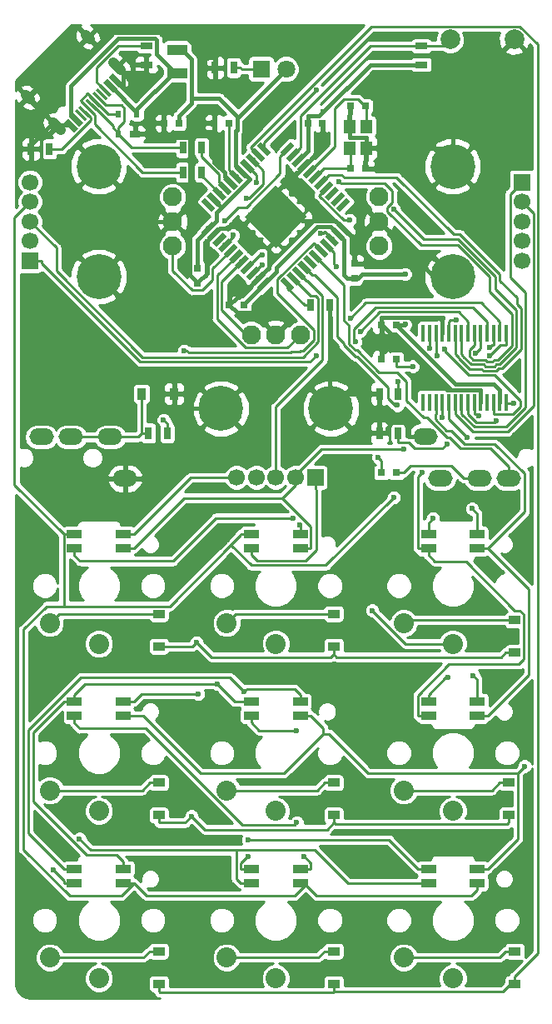
<source format=gbl>
G04 #@! TF.GenerationSoftware,KiCad,Pcbnew,5.0.2-bee76a0~70~ubuntu18.04.1*
G04 #@! TF.CreationDate,2019-12-18T01:53:03+09:00*
G04 #@! TF.ProjectId,ts9,7473392e-6b69-4636-9164-5f7063625858,rev?*
G04 #@! TF.SameCoordinates,Original*
G04 #@! TF.FileFunction,Copper,L2,Bot*
G04 #@! TF.FilePolarity,Positive*
%FSLAX46Y46*%
G04 Gerber Fmt 4.6, Leading zero omitted, Abs format (unit mm)*
G04 Created by KiCad (PCBNEW 5.0.2-bee76a0~70~ubuntu18.04.1) date 2019年12月18日 01時53分03秒*
%MOMM*%
%LPD*%
G01*
G04 APERTURE LIST*
G04 #@! TA.AperFunction,ComponentPad*
%ADD10C,4.560000*%
G04 #@! TD*
G04 #@! TA.AperFunction,ComponentPad*
%ADD11C,1.950000*%
G04 #@! TD*
G04 #@! TA.AperFunction,ComponentPad*
%ADD12C,1.700000*%
G04 #@! TD*
G04 #@! TA.AperFunction,ComponentPad*
%ADD13R,1.700000X1.700000*%
G04 #@! TD*
G04 #@! TA.AperFunction,SMDPad,CuDef*
%ADD14R,1.200000X1.400000*%
G04 #@! TD*
G04 #@! TA.AperFunction,SMDPad,CuDef*
%ADD15R,0.800000X0.750000*%
G04 #@! TD*
G04 #@! TA.AperFunction,SMDPad,CuDef*
%ADD16C,0.550000*%
G04 #@! TD*
G04 #@! TA.AperFunction,Conductor*
%ADD17C,0.100000*%
G04 #@! TD*
G04 #@! TA.AperFunction,SMDPad,CuDef*
%ADD18C,1.125000*%
G04 #@! TD*
G04 #@! TA.AperFunction,SMDPad,CuDef*
%ADD19R,0.750000X0.800000*%
G04 #@! TD*
G04 #@! TA.AperFunction,SMDPad,CuDef*
%ADD20R,0.450000X1.700000*%
G04 #@! TD*
G04 #@! TA.AperFunction,SMDPad,CuDef*
%ADD21R,0.700000X1.300000*%
G04 #@! TD*
G04 #@! TA.AperFunction,SMDPad,CuDef*
%ADD22R,1.500000X0.900000*%
G04 #@! TD*
G04 #@! TA.AperFunction,ComponentPad*
%ADD23C,2.032000*%
G04 #@! TD*
G04 #@! TA.AperFunction,ComponentPad*
%ADD24C,1.800000*%
G04 #@! TD*
G04 #@! TA.AperFunction,ComponentPad*
%ADD25R,1.800000X1.800000*%
G04 #@! TD*
G04 #@! TA.AperFunction,SMDPad,CuDef*
%ADD26R,1.200000X0.900000*%
G04 #@! TD*
G04 #@! TA.AperFunction,SMDPad,CuDef*
%ADD27R,2.030000X1.140000*%
G04 #@! TD*
G04 #@! TA.AperFunction,SMDPad,CuDef*
%ADD28R,1.300000X0.700000*%
G04 #@! TD*
G04 #@! TA.AperFunction,SMDPad,CuDef*
%ADD29R,0.600000X0.700000*%
G04 #@! TD*
G04 #@! TA.AperFunction,SMDPad,CuDef*
%ADD30R,1.000000X0.700000*%
G04 #@! TD*
G04 #@! TA.AperFunction,ComponentPad*
%ADD31C,1.000000*%
G04 #@! TD*
G04 #@! TA.AperFunction,Conductor*
%ADD32C,1.000000*%
G04 #@! TD*
G04 #@! TA.AperFunction,SMDPad,CuDef*
%ADD33C,0.300000*%
G04 #@! TD*
G04 #@! TA.AperFunction,SMDPad,CuDef*
%ADD34C,0.600000*%
G04 #@! TD*
G04 #@! TA.AperFunction,ComponentPad*
%ADD35O,2.500000X1.700000*%
G04 #@! TD*
G04 #@! TA.AperFunction,ComponentPad*
%ADD36C,2.000000*%
G04 #@! TD*
G04 #@! TA.AperFunction,SMDPad,CuDef*
%ADD37R,0.900000X1.200000*%
G04 #@! TD*
G04 #@! TA.AperFunction,ViaPad*
%ADD38C,0.600000*%
G04 #@! TD*
G04 #@! TA.AperFunction,Conductor*
%ADD39C,0.254000*%
G04 #@! TD*
G04 #@! TA.AperFunction,Conductor*
%ADD40C,0.381000*%
G04 #@! TD*
G04 APERTURE END LIST*
D10*
G04 #@! TO.P,S1,MH2*
G04 #@! TO.N,GND*
X37075000Y-60825000D03*
G04 #@! TO.P,S1,MH1*
X37075000Y-72025000D03*
D11*
G04 #@! TO.P,S1,C1*
X44575000Y-66425000D03*
G04 #@! TO.P,S1,B1*
G04 #@! TO.N,RE1B*
X44575000Y-63925000D03*
G04 #@! TO.P,S1,A1*
G04 #@! TO.N,RE1A*
X44575000Y-68925000D03*
D12*
G04 #@! TO.P,S1,5*
G04 #@! TO.N,LEDA1*
X30075000Y-62425000D03*
G04 #@! TO.P,S1,4*
G04 #@! TO.N,LEDA4*
X30075000Y-64425000D03*
G04 #@! TO.P,S1,3*
G04 #@! TO.N,RE1S*
X30075000Y-66425000D03*
G04 #@! TO.P,S1,2*
G04 #@! TO.N,LEDA3*
X30075000Y-68425000D03*
D13*
G04 #@! TO.P,S1,1*
G04 #@! TO.N,LEDA2*
X30075000Y-70425000D03*
G04 #@! TD*
D14*
G04 #@! TO.P,Y1,4*
G04 #@! TO.N,GND*
X64256900Y-58955100D03*
G04 #@! TO.P,Y1,3*
G04 #@! TO.N,Net-(C2-Pad1)*
X64256900Y-56755100D03*
G04 #@! TO.P,Y1,2*
G04 #@! TO.N,GND*
X62556900Y-56755100D03*
G04 #@! TO.P,Y1,1*
G04 #@! TO.N,Net-(C1-Pad1)*
X62556900Y-58955100D03*
G04 #@! TD*
D15*
G04 #@! TO.P,C2,2*
G04 #@! TO.N,GND*
X62656900Y-54680100D03*
G04 #@! TO.P,C2,1*
G04 #@! TO.N,Net-(C2-Pad1)*
X64156900Y-54680100D03*
G04 #@! TD*
G04 #@! TO.P,C1,1*
G04 #@! TO.N,Net-(C1-Pad1)*
X62656900Y-61030100D03*
G04 #@! TO.P,C1,2*
G04 #@! TO.N,GND*
X64156900Y-61030100D03*
G04 #@! TD*
D16*
G04 #@! TO.P,U1,1*
G04 #@! TO.N,N/C*
X48216064Y-64722918D03*
D17*
G04 #@! TD*
G04 #@! TO.N,N/C*
G04 #@! TO.C,U1*
G36*
X47491280Y-64387042D02*
X47880188Y-63998134D01*
X48940848Y-65058794D01*
X48551940Y-65447702D01*
X47491280Y-64387042D01*
X47491280Y-64387042D01*
G37*
D16*
G04 #@! TO.P,U1,2*
G04 #@! TO.N,+5V*
X48781750Y-64157233D03*
D17*
G04 #@! TD*
G04 #@! TO.N,+5V*
G04 #@! TO.C,U1*
G36*
X48056966Y-63821357D02*
X48445874Y-63432449D01*
X49506534Y-64493109D01*
X49117626Y-64882017D01*
X48056966Y-63821357D01*
X48056966Y-63821357D01*
G37*
D16*
G04 #@! TO.P,U1,3*
G04 #@! TO.N,D-*
X49347435Y-63591548D03*
D17*
G04 #@! TD*
G04 #@! TO.N,D-*
G04 #@! TO.C,U1*
G36*
X48622651Y-63255672D02*
X49011559Y-62866764D01*
X50072219Y-63927424D01*
X49683311Y-64316332D01*
X48622651Y-63255672D01*
X48622651Y-63255672D01*
G37*
D16*
G04 #@! TO.P,U1,4*
G04 #@! TO.N,D+*
X49913120Y-63025862D03*
D17*
G04 #@! TD*
G04 #@! TO.N,D+*
G04 #@! TO.C,U1*
G36*
X49188336Y-62689986D02*
X49577244Y-62301078D01*
X50637904Y-63361738D01*
X50248996Y-63750646D01*
X49188336Y-62689986D01*
X49188336Y-62689986D01*
G37*
D16*
G04 #@! TO.P,U1,5*
G04 #@! TO.N,GND*
X50478806Y-62460177D03*
D17*
G04 #@! TD*
G04 #@! TO.N,GND*
G04 #@! TO.C,U1*
G36*
X49754022Y-62124301D02*
X50142930Y-61735393D01*
X51203590Y-62796053D01*
X50814682Y-63184961D01*
X49754022Y-62124301D01*
X49754022Y-62124301D01*
G37*
D16*
G04 #@! TO.P,U1,6*
G04 #@! TO.N,Net-(C3-Pad1)*
X51044491Y-61894491D03*
D17*
G04 #@! TD*
G04 #@! TO.N,Net-(C3-Pad1)*
G04 #@! TO.C,U1*
G36*
X50319707Y-61558615D02*
X50708615Y-61169707D01*
X51769275Y-62230367D01*
X51380367Y-62619275D01*
X50319707Y-61558615D01*
X50319707Y-61558615D01*
G37*
D16*
G04 #@! TO.P,U1,7*
G04 #@! TO.N,+5V*
X51610177Y-61328806D03*
D17*
G04 #@! TD*
G04 #@! TO.N,+5V*
G04 #@! TO.C,U1*
G36*
X50885393Y-60992930D02*
X51274301Y-60604022D01*
X52334961Y-61664682D01*
X51946053Y-62053590D01*
X50885393Y-60992930D01*
X50885393Y-60992930D01*
G37*
D16*
G04 #@! TO.P,U1,8*
G04 #@! TO.N,ROW1*
X52175862Y-60763120D03*
D17*
G04 #@! TD*
G04 #@! TO.N,ROW1*
G04 #@! TO.C,U1*
G36*
X51451078Y-60427244D02*
X51839986Y-60038336D01*
X52900646Y-61098996D01*
X52511738Y-61487904D01*
X51451078Y-60427244D01*
X51451078Y-60427244D01*
G37*
D16*
G04 #@! TO.P,U1,9*
G04 #@! TO.N,ROW2*
X52741548Y-60197435D03*
D17*
G04 #@! TD*
G04 #@! TO.N,ROW2*
G04 #@! TO.C,U1*
G36*
X52016764Y-59861559D02*
X52405672Y-59472651D01*
X53466332Y-60533311D01*
X53077424Y-60922219D01*
X52016764Y-59861559D01*
X52016764Y-59861559D01*
G37*
D16*
G04 #@! TO.P,U1,10*
G04 #@! TO.N,ROW3*
X53307233Y-59631750D03*
D17*
G04 #@! TD*
G04 #@! TO.N,ROW3*
G04 #@! TO.C,U1*
G36*
X52582449Y-59295874D02*
X52971357Y-58906966D01*
X54032017Y-59967626D01*
X53643109Y-60356534D01*
X52582449Y-59295874D01*
X52582449Y-59295874D01*
G37*
D16*
G04 #@! TO.P,U1,11*
G04 #@! TO.N,SDB*
X53872918Y-59066064D03*
D17*
G04 #@! TD*
G04 #@! TO.N,SDB*
G04 #@! TO.C,U1*
G36*
X53148134Y-58730188D02*
X53537042Y-58341280D01*
X54597702Y-59401940D01*
X54208794Y-59790848D01*
X53148134Y-58730188D01*
X53148134Y-58730188D01*
G37*
D16*
G04 #@! TO.P,U1,12*
G04 #@! TO.N,AUOUT*
X56277082Y-59066064D03*
D17*
G04 #@! TD*
G04 #@! TO.N,AUOUT*
G04 #@! TO.C,U1*
G36*
X56612958Y-58341280D02*
X57001866Y-58730188D01*
X55941206Y-59790848D01*
X55552298Y-59401940D01*
X56612958Y-58341280D01*
X56612958Y-58341280D01*
G37*
D16*
G04 #@! TO.P,U1,13*
G04 #@! TO.N,RESET*
X56842767Y-59631750D03*
D17*
G04 #@! TD*
G04 #@! TO.N,RESET*
G04 #@! TO.C,U1*
G36*
X57178643Y-58906966D02*
X57567551Y-59295874D01*
X56506891Y-60356534D01*
X56117983Y-59967626D01*
X57178643Y-58906966D01*
X57178643Y-58906966D01*
G37*
D16*
G04 #@! TO.P,U1,14*
G04 #@! TO.N,+5V*
X57408452Y-60197435D03*
D17*
G04 #@! TD*
G04 #@! TO.N,+5V*
G04 #@! TO.C,U1*
G36*
X57744328Y-59472651D02*
X58133236Y-59861559D01*
X57072576Y-60922219D01*
X56683668Y-60533311D01*
X57744328Y-59472651D01*
X57744328Y-59472651D01*
G37*
D16*
G04 #@! TO.P,U1,15*
G04 #@! TO.N,GND*
X57974138Y-60763120D03*
D17*
G04 #@! TD*
G04 #@! TO.N,GND*
G04 #@! TO.C,U1*
G36*
X58310014Y-60038336D02*
X58698922Y-60427244D01*
X57638262Y-61487904D01*
X57249354Y-61098996D01*
X58310014Y-60038336D01*
X58310014Y-60038336D01*
G37*
D16*
G04 #@! TO.P,U1,16*
G04 #@! TO.N,Net-(C2-Pad1)*
X58539823Y-61328806D03*
D17*
G04 #@! TD*
G04 #@! TO.N,Net-(C2-Pad1)*
G04 #@! TO.C,U1*
G36*
X58875699Y-60604022D02*
X59264607Y-60992930D01*
X58203947Y-62053590D01*
X57815039Y-61664682D01*
X58875699Y-60604022D01*
X58875699Y-60604022D01*
G37*
D16*
G04 #@! TO.P,U1,17*
G04 #@! TO.N,Net-(C1-Pad1)*
X59105509Y-61894491D03*
D17*
G04 #@! TD*
G04 #@! TO.N,Net-(C1-Pad1)*
G04 #@! TO.C,U1*
G36*
X59441385Y-61169707D02*
X59830293Y-61558615D01*
X58769633Y-62619275D01*
X58380725Y-62230367D01*
X59441385Y-61169707D01*
X59441385Y-61169707D01*
G37*
D16*
G04 #@! TO.P,U1,18*
G04 #@! TO.N,SCL*
X59671194Y-62460177D03*
D17*
G04 #@! TD*
G04 #@! TO.N,SCL*
G04 #@! TO.C,U1*
G36*
X60007070Y-61735393D02*
X60395978Y-62124301D01*
X59335318Y-63184961D01*
X58946410Y-62796053D01*
X60007070Y-61735393D01*
X60007070Y-61735393D01*
G37*
D16*
G04 #@! TO.P,U1,19*
G04 #@! TO.N,SDA*
X60236880Y-63025862D03*
D17*
G04 #@! TD*
G04 #@! TO.N,SDA*
G04 #@! TO.C,U1*
G36*
X60572756Y-62301078D02*
X60961664Y-62689986D01*
X59901004Y-63750646D01*
X59512096Y-63361738D01*
X60572756Y-62301078D01*
X60572756Y-62301078D01*
G37*
D16*
G04 #@! TO.P,U1,20*
G04 #@! TO.N,N/C*
X60802565Y-63591548D03*
D17*
G04 #@! TD*
G04 #@! TO.N,N/C*
G04 #@! TO.C,U1*
G36*
X61138441Y-62866764D02*
X61527349Y-63255672D01*
X60466689Y-64316332D01*
X60077781Y-63927424D01*
X61138441Y-62866764D01*
X61138441Y-62866764D01*
G37*
D16*
G04 #@! TO.P,U1,21*
G04 #@! TO.N,N/C*
X61368250Y-64157233D03*
D17*
G04 #@! TD*
G04 #@! TO.N,N/C*
G04 #@! TO.C,U1*
G36*
X61704126Y-63432449D02*
X62093034Y-63821357D01*
X61032374Y-64882017D01*
X60643466Y-64493109D01*
X61704126Y-63432449D01*
X61704126Y-63432449D01*
G37*
D16*
G04 #@! TO.P,U1,22*
G04 #@! TO.N,N/C*
X61933936Y-64722918D03*
D17*
G04 #@! TD*
G04 #@! TO.N,N/C*
G04 #@! TO.C,U1*
G36*
X62269812Y-63998134D02*
X62658720Y-64387042D01*
X61598060Y-65447702D01*
X61209152Y-65058794D01*
X62269812Y-63998134D01*
X62269812Y-63998134D01*
G37*
D16*
G04 #@! TO.P,U1,23*
G04 #@! TO.N,GND*
X61933936Y-67127082D03*
D17*
G04 #@! TD*
G04 #@! TO.N,GND*
G04 #@! TO.C,U1*
G36*
X61209152Y-66791206D02*
X61598060Y-66402298D01*
X62658720Y-67462958D01*
X62269812Y-67851866D01*
X61209152Y-66791206D01*
X61209152Y-66791206D01*
G37*
D16*
G04 #@! TO.P,U1,24*
G04 #@! TO.N,+5V*
X61368250Y-67692767D03*
D17*
G04 #@! TD*
G04 #@! TO.N,+5V*
G04 #@! TO.C,U1*
G36*
X60643466Y-67356891D02*
X61032374Y-66967983D01*
X62093034Y-68028643D01*
X61704126Y-68417551D01*
X60643466Y-67356891D01*
X60643466Y-67356891D01*
G37*
D16*
G04 #@! TO.P,U1,25*
G04 #@! TO.N,COL3*
X60802565Y-68258452D03*
D17*
G04 #@! TD*
G04 #@! TO.N,COL3*
G04 #@! TO.C,U1*
G36*
X60077781Y-67922576D02*
X60466689Y-67533668D01*
X61527349Y-68594328D01*
X61138441Y-68983236D01*
X60077781Y-67922576D01*
X60077781Y-67922576D01*
G37*
D16*
G04 #@! TO.P,U1,26*
G04 #@! TO.N,COL2*
X60236880Y-68824138D03*
D17*
G04 #@! TD*
G04 #@! TO.N,COL2*
G04 #@! TO.C,U1*
G36*
X59512096Y-68488262D02*
X59901004Y-68099354D01*
X60961664Y-69160014D01*
X60572756Y-69548922D01*
X59512096Y-68488262D01*
X59512096Y-68488262D01*
G37*
D16*
G04 #@! TO.P,U1,27*
G04 #@! TO.N,COL1*
X59671194Y-69389823D03*
D17*
G04 #@! TD*
G04 #@! TO.N,COL1*
G04 #@! TO.C,U1*
G36*
X58946410Y-69053947D02*
X59335318Y-68665039D01*
X60395978Y-69725699D01*
X60007070Y-70114607D01*
X58946410Y-69053947D01*
X58946410Y-69053947D01*
G37*
D16*
G04 #@! TO.P,U1,28*
G04 #@! TO.N,AUFLG*
X59105509Y-69955509D03*
D17*
G04 #@! TD*
G04 #@! TO.N,AUFLG*
G04 #@! TO.C,U1*
G36*
X58380725Y-69619633D02*
X58769633Y-69230725D01*
X59830293Y-70291385D01*
X59441385Y-70680293D01*
X58380725Y-69619633D01*
X58380725Y-69619633D01*
G37*
D16*
G04 #@! TO.P,U1,29*
G04 #@! TO.N,N/C*
X58539823Y-70521194D03*
D17*
G04 #@! TD*
G04 #@! TO.N,N/C*
G04 #@! TO.C,U1*
G36*
X57815039Y-70185318D02*
X58203947Y-69796410D01*
X59264607Y-70857070D01*
X58875699Y-71245978D01*
X57815039Y-70185318D01*
X57815039Y-70185318D01*
G37*
D16*
G04 #@! TO.P,U1,30*
G04 #@! TO.N,RE3S*
X57974138Y-71086880D03*
D17*
G04 #@! TD*
G04 #@! TO.N,RE3S*
G04 #@! TO.C,U1*
G36*
X57249354Y-70751004D02*
X57638262Y-70362096D01*
X58698922Y-71422756D01*
X58310014Y-71811664D01*
X57249354Y-70751004D01*
X57249354Y-70751004D01*
G37*
D16*
G04 #@! TO.P,U1,31*
G04 #@! TO.N,RE2S*
X57408452Y-71652565D03*
D17*
G04 #@! TD*
G04 #@! TO.N,RE2S*
G04 #@! TO.C,U1*
G36*
X56683668Y-71316689D02*
X57072576Y-70927781D01*
X58133236Y-71988441D01*
X57744328Y-72377349D01*
X56683668Y-71316689D01*
X56683668Y-71316689D01*
G37*
D16*
G04 #@! TO.P,U1,32*
G04 #@! TO.N,RE1S*
X56842767Y-72218250D03*
D17*
G04 #@! TD*
G04 #@! TO.N,RE1S*
G04 #@! TO.C,U1*
G36*
X56117983Y-71882374D02*
X56506891Y-71493466D01*
X57567551Y-72554126D01*
X57178643Y-72943034D01*
X56117983Y-71882374D01*
X56117983Y-71882374D01*
G37*
D16*
G04 #@! TO.P,U1,33*
G04 #@! TO.N,Net-(R4-Pad2)*
X56277082Y-72783936D03*
D17*
G04 #@! TD*
G04 #@! TO.N,Net-(R4-Pad2)*
G04 #@! TO.C,U1*
G36*
X55552298Y-72448060D02*
X55941206Y-72059152D01*
X57001866Y-73119812D01*
X56612958Y-73508720D01*
X55552298Y-72448060D01*
X55552298Y-72448060D01*
G37*
D16*
G04 #@! TO.P,U1,34*
G04 #@! TO.N,+5V*
X53872918Y-72783936D03*
D17*
G04 #@! TD*
G04 #@! TO.N,+5V*
G04 #@! TO.C,U1*
G36*
X54208794Y-72059152D02*
X54597702Y-72448060D01*
X53537042Y-73508720D01*
X53148134Y-73119812D01*
X54208794Y-72059152D01*
X54208794Y-72059152D01*
G37*
D16*
G04 #@! TO.P,U1,35*
G04 #@! TO.N,GND*
X53307233Y-72218250D03*
D17*
G04 #@! TD*
G04 #@! TO.N,GND*
G04 #@! TO.C,U1*
G36*
X53643109Y-71493466D02*
X54032017Y-71882374D01*
X52971357Y-72943034D01*
X52582449Y-72554126D01*
X53643109Y-71493466D01*
X53643109Y-71493466D01*
G37*
D16*
G04 #@! TO.P,U1,36*
G04 #@! TO.N,RE3B*
X52741548Y-71652565D03*
D17*
G04 #@! TD*
G04 #@! TO.N,RE3B*
G04 #@! TO.C,U1*
G36*
X53077424Y-70927781D02*
X53466332Y-71316689D01*
X52405672Y-72377349D01*
X52016764Y-71988441D01*
X53077424Y-70927781D01*
X53077424Y-70927781D01*
G37*
D16*
G04 #@! TO.P,U1,37*
G04 #@! TO.N,RE3A*
X52175862Y-71086880D03*
D17*
G04 #@! TD*
G04 #@! TO.N,RE3A*
G04 #@! TO.C,U1*
G36*
X52511738Y-70362096D02*
X52900646Y-70751004D01*
X51839986Y-71811664D01*
X51451078Y-71422756D01*
X52511738Y-70362096D01*
X52511738Y-70362096D01*
G37*
D16*
G04 #@! TO.P,U1,38*
G04 #@! TO.N,RE2B*
X51610177Y-70521194D03*
D17*
G04 #@! TD*
G04 #@! TO.N,RE2B*
G04 #@! TO.C,U1*
G36*
X51946053Y-69796410D02*
X52334961Y-70185318D01*
X51274301Y-71245978D01*
X50885393Y-70857070D01*
X51946053Y-69796410D01*
X51946053Y-69796410D01*
G37*
D16*
G04 #@! TO.P,U1,39*
G04 #@! TO.N,RE2A*
X51044491Y-69955509D03*
D17*
G04 #@! TD*
G04 #@! TO.N,RE2A*
G04 #@! TO.C,U1*
G36*
X51380367Y-69230725D02*
X51769275Y-69619633D01*
X50708615Y-70680293D01*
X50319707Y-70291385D01*
X51380367Y-69230725D01*
X51380367Y-69230725D01*
G37*
D16*
G04 #@! TO.P,U1,40*
G04 #@! TO.N,RE1A*
X50478806Y-69389823D03*
D17*
G04 #@! TD*
G04 #@! TO.N,RE1A*
G04 #@! TO.C,U1*
G36*
X50814682Y-68665039D02*
X51203590Y-69053947D01*
X50142930Y-70114607D01*
X49754022Y-69725699D01*
X50814682Y-68665039D01*
X50814682Y-68665039D01*
G37*
D16*
G04 #@! TO.P,U1,41*
G04 #@! TO.N,RE1B*
X49913120Y-68824138D03*
D17*
G04 #@! TD*
G04 #@! TO.N,RE1B*
G04 #@! TO.C,U1*
G36*
X50248996Y-68099354D02*
X50637904Y-68488262D01*
X49577244Y-69548922D01*
X49188336Y-69160014D01*
X50248996Y-68099354D01*
X50248996Y-68099354D01*
G37*
D16*
G04 #@! TO.P,U1,42*
G04 #@! TO.N,N/C*
X49347435Y-68258452D03*
D17*
G04 #@! TD*
G04 #@! TO.N,N/C*
G04 #@! TO.C,U1*
G36*
X49683311Y-67533668D02*
X50072219Y-67922576D01*
X49011559Y-68983236D01*
X48622651Y-68594328D01*
X49683311Y-67533668D01*
X49683311Y-67533668D01*
G37*
D16*
G04 #@! TO.P,U1,43*
G04 #@! TO.N,GND*
X48781750Y-67692767D03*
D17*
G04 #@! TD*
G04 #@! TO.N,GND*
G04 #@! TO.C,U1*
G36*
X49117626Y-66967983D02*
X49506534Y-67356891D01*
X48445874Y-68417551D01*
X48056966Y-68028643D01*
X49117626Y-66967983D01*
X49117626Y-66967983D01*
G37*
D16*
G04 #@! TO.P,U1,44*
G04 #@! TO.N,+5V*
X48216064Y-67127082D03*
D17*
G04 #@! TD*
G04 #@! TO.N,+5V*
G04 #@! TO.C,U1*
G36*
X48551940Y-66402298D02*
X48940848Y-66791206D01*
X47880188Y-67851866D01*
X47491280Y-67462958D01*
X48551940Y-66402298D01*
X48551940Y-66402298D01*
G37*
D18*
G04 #@! TO.P,U1,45*
G04 #@! TO.N,GND*
X57461485Y-65925000D03*
D17*
G04 #@! TD*
G04 #@! TO.N,GND*
G04 #@! TO.C,U1*
G36*
X56665990Y-65925000D02*
X57461485Y-65129505D01*
X58256980Y-65925000D01*
X57461485Y-66720495D01*
X56665990Y-65925000D01*
X56665990Y-65925000D01*
G37*
D18*
G04 #@! TO.P,U1,45*
G04 #@! TO.N,GND*
X56665990Y-66720495D03*
D17*
G04 #@! TD*
G04 #@! TO.N,GND*
G04 #@! TO.C,U1*
G36*
X55870495Y-66720495D02*
X56665990Y-65925000D01*
X57461485Y-66720495D01*
X56665990Y-67515990D01*
X55870495Y-66720495D01*
X55870495Y-66720495D01*
G37*
D18*
G04 #@! TO.P,U1,45*
G04 #@! TO.N,GND*
X55870495Y-67515990D03*
D17*
G04 #@! TD*
G04 #@! TO.N,GND*
G04 #@! TO.C,U1*
G36*
X55075000Y-67515990D02*
X55870495Y-66720495D01*
X56665990Y-67515990D01*
X55870495Y-68311485D01*
X55075000Y-67515990D01*
X55075000Y-67515990D01*
G37*
D18*
G04 #@! TO.P,U1,45*
G04 #@! TO.N,GND*
X55075000Y-68311485D03*
D17*
G04 #@! TD*
G04 #@! TO.N,GND*
G04 #@! TO.C,U1*
G36*
X54279505Y-68311485D02*
X55075000Y-67515990D01*
X55870495Y-68311485D01*
X55075000Y-69106980D01*
X54279505Y-68311485D01*
X54279505Y-68311485D01*
G37*
D18*
G04 #@! TO.P,U1,45*
G04 #@! TO.N,GND*
X56665990Y-65129505D03*
D17*
G04 #@! TD*
G04 #@! TO.N,GND*
G04 #@! TO.C,U1*
G36*
X55870495Y-65129505D02*
X56665990Y-64334010D01*
X57461485Y-65129505D01*
X56665990Y-65925000D01*
X55870495Y-65129505D01*
X55870495Y-65129505D01*
G37*
D18*
G04 #@! TO.P,U1,45*
G04 #@! TO.N,GND*
X55870495Y-65925000D03*
D17*
G04 #@! TD*
G04 #@! TO.N,GND*
G04 #@! TO.C,U1*
G36*
X55075000Y-65925000D02*
X55870495Y-65129505D01*
X56665990Y-65925000D01*
X55870495Y-66720495D01*
X55075000Y-65925000D01*
X55075000Y-65925000D01*
G37*
D18*
G04 #@! TO.P,U1,45*
G04 #@! TO.N,GND*
X55075000Y-66720495D03*
D17*
G04 #@! TD*
G04 #@! TO.N,GND*
G04 #@! TO.C,U1*
G36*
X54279505Y-66720495D02*
X55075000Y-65925000D01*
X55870495Y-66720495D01*
X55075000Y-67515990D01*
X54279505Y-66720495D01*
X54279505Y-66720495D01*
G37*
D18*
G04 #@! TO.P,U1,45*
G04 #@! TO.N,GND*
X54279505Y-67515990D03*
D17*
G04 #@! TD*
G04 #@! TO.N,GND*
G04 #@! TO.C,U1*
G36*
X53484010Y-67515990D02*
X54279505Y-66720495D01*
X55075000Y-67515990D01*
X54279505Y-68311485D01*
X53484010Y-67515990D01*
X53484010Y-67515990D01*
G37*
D18*
G04 #@! TO.P,U1,45*
G04 #@! TO.N,GND*
X55870495Y-64334010D03*
D17*
G04 #@! TD*
G04 #@! TO.N,GND*
G04 #@! TO.C,U1*
G36*
X55075000Y-64334010D02*
X55870495Y-63538515D01*
X56665990Y-64334010D01*
X55870495Y-65129505D01*
X55075000Y-64334010D01*
X55075000Y-64334010D01*
G37*
D18*
G04 #@! TO.P,U1,45*
G04 #@! TO.N,GND*
X55075000Y-65129505D03*
D17*
G04 #@! TD*
G04 #@! TO.N,GND*
G04 #@! TO.C,U1*
G36*
X54279505Y-65129505D02*
X55075000Y-64334010D01*
X55870495Y-65129505D01*
X55075000Y-65925000D01*
X54279505Y-65129505D01*
X54279505Y-65129505D01*
G37*
D18*
G04 #@! TO.P,U1,45*
G04 #@! TO.N,GND*
X54279505Y-65925000D03*
D17*
G04 #@! TD*
G04 #@! TO.N,GND*
G04 #@! TO.C,U1*
G36*
X53484010Y-65925000D02*
X54279505Y-65129505D01*
X55075000Y-65925000D01*
X54279505Y-66720495D01*
X53484010Y-65925000D01*
X53484010Y-65925000D01*
G37*
D18*
G04 #@! TO.P,U1,45*
G04 #@! TO.N,GND*
X53484010Y-66720495D03*
D17*
G04 #@! TD*
G04 #@! TO.N,GND*
G04 #@! TO.C,U1*
G36*
X52688515Y-66720495D02*
X53484010Y-65925000D01*
X54279505Y-66720495D01*
X53484010Y-67515990D01*
X52688515Y-66720495D01*
X52688515Y-66720495D01*
G37*
D18*
G04 #@! TO.P,U1,45*
G04 #@! TO.N,GND*
X55075000Y-63538515D03*
D17*
G04 #@! TD*
G04 #@! TO.N,GND*
G04 #@! TO.C,U1*
G36*
X54279505Y-63538515D02*
X55075000Y-62743020D01*
X55870495Y-63538515D01*
X55075000Y-64334010D01*
X54279505Y-63538515D01*
X54279505Y-63538515D01*
G37*
D18*
G04 #@! TO.P,U1,45*
G04 #@! TO.N,GND*
X54279505Y-64334010D03*
D17*
G04 #@! TD*
G04 #@! TO.N,GND*
G04 #@! TO.C,U1*
G36*
X53484010Y-64334010D02*
X54279505Y-63538515D01*
X55075000Y-64334010D01*
X54279505Y-65129505D01*
X53484010Y-64334010D01*
X53484010Y-64334010D01*
G37*
D18*
G04 #@! TO.P,U1,45*
G04 #@! TO.N,GND*
X53484010Y-65129505D03*
D17*
G04 #@! TD*
G04 #@! TO.N,GND*
G04 #@! TO.C,U1*
G36*
X52688515Y-65129505D02*
X53484010Y-64334010D01*
X54279505Y-65129505D01*
X53484010Y-65925000D01*
X52688515Y-65129505D01*
X52688515Y-65129505D01*
G37*
D18*
G04 #@! TO.P,U1,45*
G04 #@! TO.N,GND*
X52688515Y-65925000D03*
D17*
G04 #@! TD*
G04 #@! TO.N,GND*
G04 #@! TO.C,U1*
G36*
X51893020Y-65925000D02*
X52688515Y-65129505D01*
X53484010Y-65925000D01*
X52688515Y-66720495D01*
X51893020Y-65925000D01*
X51893020Y-65925000D01*
G37*
D19*
G04 #@! TO.P,C5,1*
G04 #@! TO.N,GND*
X63075000Y-70675000D03*
G04 #@! TO.P,C5,2*
G04 #@! TO.N,+5V*
X63075000Y-72175000D03*
G04 #@! TD*
D20*
G04 #@! TO.P,U3,1*
G04 #@! TO.N,LEDA9*
X78520000Y-84780000D03*
G04 #@! TO.P,U3,2*
G04 #@! TO.N,+5V*
X77870000Y-84780000D03*
G04 #@! TO.P,U3,3*
G04 #@! TO.N,SDB*
X77220000Y-84780000D03*
G04 #@! TO.P,U3,4*
G04 #@! TO.N,N/C*
X76570000Y-84780000D03*
G04 #@! TO.P,U3,5*
G04 #@! TO.N,GND*
X75920000Y-84780000D03*
G04 #@! TO.P,U3,6*
G04 #@! TO.N,Net-(R8-Pad2)*
X75270000Y-84780000D03*
G04 #@! TO.P,U3,7*
G04 #@! TO.N,LEDB1*
X74620000Y-84780000D03*
G04 #@! TO.P,U3,8*
G04 #@! TO.N,LEDB2*
X73970000Y-84780000D03*
G04 #@! TO.P,U3,9*
G04 #@! TO.N,LEDB3*
X73320000Y-84780000D03*
G04 #@! TO.P,U3,10*
G04 #@! TO.N,LEDB4*
X72670000Y-84780000D03*
G04 #@! TO.P,U3,11*
G04 #@! TO.N,LEDB5*
X72020000Y-84780000D03*
G04 #@! TO.P,U3,12*
G04 #@! TO.N,LEDB6*
X71370000Y-84780000D03*
G04 #@! TO.P,U3,13*
G04 #@! TO.N,N/C*
X70720000Y-84780000D03*
G04 #@! TO.P,U3,14*
X70070000Y-84780000D03*
G04 #@! TO.P,U3,15*
X70070000Y-77780000D03*
G04 #@! TO.P,U3,16*
G04 #@! TO.N,Net-(C11-Pad1)*
X70720000Y-77780000D03*
G04 #@! TO.P,U3,17*
G04 #@! TO.N,Net-(C10-Pad1)*
X71370000Y-77780000D03*
G04 #@! TO.P,U3,18*
G04 #@! TO.N,GND*
X72020000Y-77780000D03*
G04 #@! TO.P,U3,19*
G04 #@! TO.N,SDA*
X72670000Y-77780000D03*
G04 #@! TO.P,U3,20*
G04 #@! TO.N,SCL*
X73320000Y-77780000D03*
G04 #@! TO.P,U3,21*
G04 #@! TO.N,LEDA1*
X73970000Y-77780000D03*
G04 #@! TO.P,U3,22*
G04 #@! TO.N,LEDA2*
X74620000Y-77780000D03*
G04 #@! TO.P,U3,23*
G04 #@! TO.N,LEDA3*
X75270000Y-77780000D03*
G04 #@! TO.P,U3,24*
G04 #@! TO.N,LEDA4*
X75920000Y-77780000D03*
G04 #@! TO.P,U3,25*
G04 #@! TO.N,LEDA5*
X76570000Y-77780000D03*
G04 #@! TO.P,U3,26*
G04 #@! TO.N,LEDA6*
X77220000Y-77780000D03*
G04 #@! TO.P,U3,27*
G04 #@! TO.N,LEDA7*
X77870000Y-77780000D03*
G04 #@! TO.P,U3,28*
G04 #@! TO.N,LEDA8*
X78520000Y-77780000D03*
G04 #@! TD*
D15*
G04 #@! TO.P,C9,1*
G04 #@! TO.N,GND*
X65825000Y-76925000D03*
G04 #@! TO.P,C9,2*
G04 #@! TO.N,+5V*
X67325000Y-76925000D03*
G04 #@! TD*
D21*
G04 #@! TO.P,R7,2*
G04 #@! TO.N,SDB*
X67525000Y-83925000D03*
G04 #@! TO.P,R7,1*
G04 #@! TO.N,GND*
X65625000Y-83925000D03*
G04 #@! TD*
G04 #@! TO.P,R8,1*
G04 #@! TO.N,GND*
X65625000Y-87925000D03*
G04 #@! TO.P,R8,2*
G04 #@! TO.N,Net-(R8-Pad2)*
X67525000Y-87925000D03*
G04 #@! TD*
D22*
G04 #@! TO.P,D3,1*
G04 #@! TO.N,LEDA1*
X39551500Y-98200000D03*
G04 #@! TO.P,D3,3*
G04 #@! TO.N,LEDA5*
X34598500Y-99650000D03*
G04 #@! TO.P,D3,4*
G04 #@! TO.N,LEDA6*
X39551500Y-99650000D03*
G04 #@! TO.P,D3,2*
G04 #@! TO.N,LEDA4*
X34598500Y-98200000D03*
G04 #@! TD*
G04 #@! TO.P,D4,1*
G04 #@! TO.N,LEDA2*
X57551500Y-98200000D03*
G04 #@! TO.P,D4,3*
G04 #@! TO.N,LEDA5*
X52598500Y-99650000D03*
G04 #@! TO.P,D4,4*
G04 #@! TO.N,LEDA6*
X57551500Y-99650000D03*
G04 #@! TO.P,D4,2*
G04 #@! TO.N,LEDA4*
X52598500Y-98200000D03*
G04 #@! TD*
G04 #@! TO.P,D2,1*
G04 #@! TO.N,LEDB1*
X75551500Y-98200000D03*
G04 #@! TO.P,D2,3*
G04 #@! TO.N,LEDB5*
X70598500Y-99650000D03*
G04 #@! TO.P,D2,4*
G04 #@! TO.N,LEDB6*
X75551500Y-99650000D03*
G04 #@! TO.P,D2,2*
G04 #@! TO.N,LEDB4*
X70598500Y-98200000D03*
G04 #@! TD*
G04 #@! TO.P,D12,1*
G04 #@! TO.N,LEDA1*
X39551500Y-115200000D03*
G04 #@! TO.P,D12,3*
G04 #@! TO.N,LEDA8*
X34598500Y-116650000D03*
G04 #@! TO.P,D12,4*
G04 #@! TO.N,LEDA9*
X39551500Y-116650000D03*
G04 #@! TO.P,D12,2*
G04 #@! TO.N,LEDA7*
X34598500Y-115200000D03*
G04 #@! TD*
G04 #@! TO.P,D13,1*
G04 #@! TO.N,LEDA2*
X57551500Y-115200000D03*
G04 #@! TO.P,D13,3*
G04 #@! TO.N,LEDA8*
X52598500Y-116650000D03*
G04 #@! TO.P,D13,4*
G04 #@! TO.N,LEDA9*
X57551500Y-116650000D03*
G04 #@! TO.P,D13,2*
G04 #@! TO.N,LEDA7*
X52598500Y-115200000D03*
G04 #@! TD*
G04 #@! TO.P,D11,1*
G04 #@! TO.N,LEDB1*
X75551500Y-115200000D03*
G04 #@! TO.P,D11,3*
G04 #@! TO.N,LEDB5*
X70598500Y-116650000D03*
G04 #@! TO.P,D11,4*
G04 #@! TO.N,LEDB6*
X75551500Y-116650000D03*
G04 #@! TO.P,D11,2*
G04 #@! TO.N,LEDB4*
X70598500Y-115200000D03*
G04 #@! TD*
G04 #@! TO.P,D19,1*
G04 #@! TO.N,LEDA7*
X39551500Y-132200000D03*
G04 #@! TO.P,D19,3*
G04 #@! TO.N,LEDA3*
X34598500Y-133650000D03*
G04 #@! TO.P,D19,4*
G04 #@! TO.N,LEDA4*
X39551500Y-133650000D03*
G04 #@! TO.P,D19,2*
G04 #@! TO.N,LEDA2*
X34598500Y-132200000D03*
G04 #@! TD*
G04 #@! TO.P,D20,1*
G04 #@! TO.N,LEDA8*
X57551500Y-132238000D03*
G04 #@! TO.P,D20,3*
G04 #@! TO.N,LEDA3*
X52598500Y-133688000D03*
G04 #@! TO.P,D20,4*
G04 #@! TO.N,LEDA4*
X57551500Y-133688000D03*
G04 #@! TO.P,D20,2*
G04 #@! TO.N,LEDA2*
X52598500Y-132238000D03*
G04 #@! TD*
G04 #@! TO.P,D18,1*
G04 #@! TO.N,LEDA9*
X75551500Y-132200000D03*
G04 #@! TO.P,D18,3*
G04 #@! TO.N,LEDA3*
X70598500Y-133650000D03*
G04 #@! TO.P,D18,4*
G04 #@! TO.N,LEDA4*
X75551500Y-133650000D03*
G04 #@! TO.P,D18,2*
G04 #@! TO.N,LEDA2*
X70598500Y-132200000D03*
G04 #@! TD*
D23*
G04 #@! TO.P,SW1,2*
G04 #@! TO.N,Net-(D5-Pad2)*
X32075000Y-107225000D03*
G04 #@! TO.P,SW1,1*
G04 #@! TO.N,COL1*
X37075000Y-109325000D03*
G04 #@! TD*
G04 #@! TO.P,SW2,2*
G04 #@! TO.N,Net-(D6-Pad2)*
X50075000Y-107225000D03*
G04 #@! TO.P,SW2,1*
G04 #@! TO.N,COL2*
X55075000Y-109325000D03*
G04 #@! TD*
G04 #@! TO.P,SW3,2*
G04 #@! TO.N,Net-(D7-Pad2)*
X68075000Y-107225000D03*
G04 #@! TO.P,SW3,1*
G04 #@! TO.N,COL3*
X73075000Y-109325000D03*
G04 #@! TD*
G04 #@! TO.P,SW4,2*
G04 #@! TO.N,Net-(D8-Pad2)*
X32075000Y-124225000D03*
G04 #@! TO.P,SW4,1*
G04 #@! TO.N,COL1*
X37075000Y-126325000D03*
G04 #@! TD*
G04 #@! TO.P,SW5,2*
G04 #@! TO.N,Net-(D9-Pad2)*
X50075000Y-124225000D03*
G04 #@! TO.P,SW5,1*
G04 #@! TO.N,COL2*
X55075000Y-126325000D03*
G04 #@! TD*
G04 #@! TO.P,SW6,2*
G04 #@! TO.N,Net-(D10-Pad2)*
X68075000Y-124225000D03*
G04 #@! TO.P,SW6,1*
G04 #@! TO.N,COL3*
X73075000Y-126325000D03*
G04 #@! TD*
G04 #@! TO.P,SW7,2*
G04 #@! TO.N,Net-(D15-Pad2)*
X32075000Y-141225000D03*
G04 #@! TO.P,SW7,1*
G04 #@! TO.N,COL1*
X37075000Y-143325000D03*
G04 #@! TD*
G04 #@! TO.P,SW8,2*
G04 #@! TO.N,Net-(D16-Pad2)*
X50075000Y-141225000D03*
G04 #@! TO.P,SW8,1*
G04 #@! TO.N,COL2*
X55075000Y-143325000D03*
G04 #@! TD*
G04 #@! TO.P,SW9,2*
G04 #@! TO.N,Net-(D17-Pad2)*
X68075000Y-141225000D03*
G04 #@! TO.P,SW9,1*
G04 #@! TO.N,COL3*
X73075000Y-143325000D03*
G04 #@! TD*
D15*
G04 #@! TO.P,C3,2*
G04 #@! TO.N,GND*
X48825000Y-56425000D03*
G04 #@! TO.P,C3,1*
G04 #@! TO.N,Net-(C3-Pad1)*
X50325000Y-56425000D03*
G04 #@! TD*
G04 #@! TO.P,C4,1*
G04 #@! TO.N,GND*
X59825000Y-56425000D03*
G04 #@! TO.P,C4,2*
G04 #@! TO.N,+5V*
X58325000Y-56425000D03*
G04 #@! TD*
G04 #@! TO.P,C6,2*
G04 #@! TO.N,+5V*
X51825000Y-74925000D03*
G04 #@! TO.P,C6,1*
G04 #@! TO.N,GND*
X50325000Y-74925000D03*
G04 #@! TD*
D19*
G04 #@! TO.P,C7,2*
G04 #@! TO.N,+5V*
X47075000Y-71175000D03*
G04 #@! TO.P,C7,1*
G04 #@! TO.N,GND*
X47075000Y-72675000D03*
G04 #@! TD*
D24*
G04 #@! TO.P,D1,2*
G04 #@! TO.N,+5V*
X56115000Y-50925000D03*
D25*
G04 #@! TO.P,D1,1*
G04 #@! TO.N,Net-(D1-Pad1)*
X53575000Y-50925000D03*
G04 #@! TD*
D26*
G04 #@! TO.P,D5,2*
G04 #@! TO.N,Net-(D5-Pad2)*
X43180000Y-106300000D03*
G04 #@! TO.P,D5,1*
G04 #@! TO.N,ROW1*
X43180000Y-109600000D03*
G04 #@! TD*
G04 #@! TO.P,D6,2*
G04 #@! TO.N,Net-(D6-Pad2)*
X60960000Y-106300000D03*
G04 #@! TO.P,D6,1*
G04 #@! TO.N,ROW1*
X60960000Y-109600000D03*
G04 #@! TD*
G04 #@! TO.P,D7,1*
G04 #@! TO.N,ROW1*
X79375000Y-110235000D03*
G04 #@! TO.P,D7,2*
G04 #@! TO.N,Net-(D7-Pad2)*
X79375000Y-106935000D03*
G04 #@! TD*
G04 #@! TO.P,D8,2*
G04 #@! TO.N,Net-(D8-Pad2)*
X43180000Y-123445000D03*
G04 #@! TO.P,D8,1*
G04 #@! TO.N,ROW2*
X43180000Y-126745000D03*
G04 #@! TD*
G04 #@! TO.P,D9,1*
G04 #@! TO.N,ROW2*
X60960000Y-126745000D03*
G04 #@! TO.P,D9,2*
G04 #@! TO.N,Net-(D9-Pad2)*
X60960000Y-123445000D03*
G04 #@! TD*
G04 #@! TO.P,D10,2*
G04 #@! TO.N,Net-(D10-Pad2)*
X78740000Y-123445000D03*
G04 #@! TO.P,D10,1*
G04 #@! TO.N,ROW2*
X78740000Y-126745000D03*
G04 #@! TD*
G04 #@! TO.P,D15,1*
G04 #@! TO.N,ROW3*
X43180000Y-143890000D03*
G04 #@! TO.P,D15,2*
G04 #@! TO.N,Net-(D15-Pad2)*
X43180000Y-140590000D03*
G04 #@! TD*
G04 #@! TO.P,D16,2*
G04 #@! TO.N,Net-(D16-Pad2)*
X60960000Y-140590000D03*
G04 #@! TO.P,D16,1*
G04 #@! TO.N,ROW3*
X60960000Y-143890000D03*
G04 #@! TD*
G04 #@! TO.P,D17,1*
G04 #@! TO.N,ROW3*
X79375000Y-143890000D03*
G04 #@! TO.P,D17,2*
G04 #@! TO.N,Net-(D17-Pad2)*
X79375000Y-140590000D03*
G04 #@! TD*
D27*
G04 #@! TO.P,F1,2*
G04 #@! TO.N,VCC*
X45085000Y-51365000D03*
G04 #@! TO.P,F1,1*
G04 #@! TO.N,+5V*
X45085000Y-48965000D03*
G04 #@! TD*
D21*
G04 #@! TO.P,R1,2*
G04 #@! TO.N,Net-(D1-Pad1)*
X50795000Y-50800000D03*
G04 #@! TO.P,R1,1*
G04 #@! TO.N,GND*
X48895000Y-50800000D03*
G04 #@! TD*
G04 #@! TO.P,R2,1*
G04 #@! TO.N,D-*
X47525000Y-61425000D03*
G04 #@! TO.P,R2,2*
G04 #@! TO.N,Net-(R2-Pad2)*
X45625000Y-61425000D03*
G04 #@! TD*
G04 #@! TO.P,R3,2*
G04 #@! TO.N,Net-(R3-Pad2)*
X45625000Y-58925000D03*
G04 #@! TO.P,R3,1*
G04 #@! TO.N,D+*
X47525000Y-58925000D03*
G04 #@! TD*
G04 #@! TO.P,R4,2*
G04 #@! TO.N,Net-(R4-Pad2)*
X58625000Y-74925000D03*
G04 #@! TO.P,R4,1*
G04 #@! TO.N,GND*
X60525000Y-74925000D03*
G04 #@! TD*
G04 #@! TO.P,R5,1*
G04 #@! TO.N,GND*
X30165000Y-59055000D03*
G04 #@! TO.P,R5,2*
G04 #@! TO.N,Net-(R5-Pad2)*
X32065000Y-59055000D03*
G04 #@! TD*
D28*
G04 #@! TO.P,R6,2*
G04 #@! TO.N,Net-(R6-Pad2)*
X41910000Y-48580000D03*
G04 #@! TO.P,R6,1*
G04 #@! TO.N,GND*
X41910000Y-50480000D03*
G04 #@! TD*
G04 #@! TO.P,R10,1*
G04 #@! TO.N,+5V*
X69850000Y-50480000D03*
G04 #@! TO.P,R10,2*
G04 #@! TO.N,RESET*
X69850000Y-48580000D03*
G04 #@! TD*
D13*
G04 #@! TO.P,S2,1*
G04 #@! TO.N,LEDA5*
X59075000Y-92425000D03*
D12*
G04 #@! TO.P,S2,2*
G04 #@! TO.N,LEDA6*
X57075000Y-92425000D03*
G04 #@! TO.P,S2,3*
G04 #@! TO.N,RE2S*
X55075000Y-92425000D03*
G04 #@! TO.P,S2,4*
G04 #@! TO.N,LEDA7*
X53075000Y-92425000D03*
G04 #@! TO.P,S2,5*
G04 #@! TO.N,LEDA1*
X51075000Y-92425000D03*
D11*
G04 #@! TO.P,S2,A1*
G04 #@! TO.N,RE2A*
X57575000Y-77925000D03*
G04 #@! TO.P,S2,B1*
G04 #@! TO.N,RE2B*
X52575000Y-77925000D03*
G04 #@! TO.P,S2,C1*
G04 #@! TO.N,GND*
X55075000Y-77925000D03*
D10*
G04 #@! TO.P,S2,MH1*
X60675000Y-85425000D03*
G04 #@! TO.P,S2,MH2*
X49475000Y-85425000D03*
G04 #@! TD*
D13*
G04 #@! TO.P,S3,1*
G04 #@! TO.N,LEDB2*
X80075000Y-62425000D03*
D12*
G04 #@! TO.P,S3,2*
G04 #@! TO.N,LEDB3*
X80075000Y-64425000D03*
G04 #@! TO.P,S3,3*
G04 #@! TO.N,RE3S*
X80075000Y-66425000D03*
G04 #@! TO.P,S3,4*
G04 #@! TO.N,LEDB4*
X80075000Y-68425000D03*
G04 #@! TO.P,S3,5*
G04 #@! TO.N,LEDB1*
X80075000Y-70425000D03*
D11*
G04 #@! TO.P,S3,A1*
G04 #@! TO.N,RE3A*
X65575000Y-63925000D03*
G04 #@! TO.P,S3,B1*
G04 #@! TO.N,RE3B*
X65575000Y-68925000D03*
G04 #@! TO.P,S3,C1*
G04 #@! TO.N,GND*
X65575000Y-66425000D03*
D10*
G04 #@! TO.P,S3,MH1*
X73075000Y-60825000D03*
G04 #@! TO.P,S3,MH2*
X73075000Y-72025000D03*
G04 #@! TD*
D29*
G04 #@! TO.P,U2,3*
G04 #@! TO.N,Net-(R2-Pad2)*
X39055000Y-55515000D03*
G04 #@! TO.P,U2,2*
G04 #@! TO.N,Net-(R3-Pad2)*
X39055000Y-57515000D03*
G04 #@! TO.P,U2,4*
G04 #@! TO.N,VCC*
X40955000Y-55515000D03*
D30*
G04 #@! TO.P,U2,1*
G04 #@! TO.N,GND*
X40755000Y-57515000D03*
G04 #@! TD*
D31*
G04 #@! TO.P,USB1,13*
G04 #@! TO.N,GND*
X35968179Y-47708776D03*
D32*
G04 #@! TD*
G04 #@! TO.N,GND*
G04 #@! TO.C,USB1*
X35756047Y-47496644D02*
X36180311Y-47920908D01*
D31*
G04 #@! TO.P,USB1,13*
G04 #@! TO.N,GND*
X29858776Y-53818179D03*
D32*
G04 #@! TD*
G04 #@! TO.N,GND*
G04 #@! TO.C,USB1*
X29646644Y-53606047D02*
X30070908Y-54030311D01*
D31*
G04 #@! TO.P,USB1,13*
G04 #@! TO.N,GND*
X38923885Y-50664483D03*
D32*
G04 #@! TD*
G04 #@! TO.N,GND*
G04 #@! TO.C,USB1*
X38534976Y-50275574D02*
X39312794Y-51053392D01*
D31*
G04 #@! TO.P,USB1,13*
G04 #@! TO.N,GND*
X32814483Y-56773885D03*
D32*
G04 #@! TD*
G04 #@! TO.N,GND*
G04 #@! TO.C,USB1*
X32425574Y-56384976D02*
X33203392Y-57162794D01*
D33*
G04 #@! TO.P,USB1,6*
G04 #@! TO.N,Net-(R3-Pad2)*
X36339410Y-54542963D03*
D17*
G04 #@! TD*
G04 #@! TO.N,Net-(R3-Pad2)*
G04 #@! TO.C,USB1*
G36*
X36745996Y-55161681D02*
X35720692Y-54136377D01*
X35932824Y-53924245D01*
X36958128Y-54949549D01*
X36745996Y-55161681D01*
X36745996Y-55161681D01*
G37*
D33*
G04 #@! TO.P,USB1,7*
G04 #@! TO.N,Net-(R2-Pad2)*
X36692963Y-54189410D03*
D17*
G04 #@! TD*
G04 #@! TO.N,Net-(R2-Pad2)*
G04 #@! TO.C,USB1*
G36*
X37099549Y-54808128D02*
X36074245Y-53782824D01*
X36286377Y-53570692D01*
X37311681Y-54595996D01*
X37099549Y-54808128D01*
X37099549Y-54808128D01*
G37*
D33*
G04 #@! TO.P,USB1,8*
G04 #@! TO.N,Net-(R3-Pad2)*
X37046517Y-53835857D03*
D17*
G04 #@! TD*
G04 #@! TO.N,Net-(R3-Pad2)*
G04 #@! TO.C,USB1*
G36*
X37453103Y-54454575D02*
X36427799Y-53429271D01*
X36639931Y-53217139D01*
X37665235Y-54242443D01*
X37453103Y-54454575D01*
X37453103Y-54454575D01*
G37*
D33*
G04 #@! TO.P,USB1,5*
G04 #@! TO.N,Net-(R2-Pad2)*
X35985857Y-54896517D03*
D17*
G04 #@! TD*
G04 #@! TO.N,Net-(R2-Pad2)*
G04 #@! TO.C,USB1*
G36*
X36392443Y-55515235D02*
X35367139Y-54489931D01*
X35579271Y-54277799D01*
X36604575Y-55303103D01*
X36392443Y-55515235D01*
X36392443Y-55515235D01*
G37*
D33*
G04 #@! TO.P,USB1,9*
G04 #@! TO.N,N/C*
X37400070Y-53482303D03*
D17*
G04 #@! TD*
G04 #@! TO.N,N/C*
G04 #@! TO.C,USB1*
G36*
X37806656Y-54101021D02*
X36781352Y-53075717D01*
X36993484Y-52863585D01*
X38018788Y-53888889D01*
X37806656Y-54101021D01*
X37806656Y-54101021D01*
G37*
D33*
G04 #@! TO.P,USB1,4*
G04 #@! TO.N,Net-(R5-Pad2)*
X35632303Y-55250070D03*
D17*
G04 #@! TD*
G04 #@! TO.N,Net-(R5-Pad2)*
G04 #@! TO.C,USB1*
G36*
X36038889Y-55868788D02*
X35013585Y-54843484D01*
X35225717Y-54631352D01*
X36251021Y-55656656D01*
X36038889Y-55868788D01*
X36038889Y-55868788D01*
G37*
D33*
G04 #@! TO.P,USB1,10*
G04 #@! TO.N,Net-(R6-Pad2)*
X37753624Y-53128750D03*
D17*
G04 #@! TD*
G04 #@! TO.N,Net-(R6-Pad2)*
G04 #@! TO.C,USB1*
G36*
X38160210Y-53747468D02*
X37134906Y-52722164D01*
X37347038Y-52510032D01*
X38372342Y-53535336D01*
X38160210Y-53747468D01*
X38160210Y-53747468D01*
G37*
D33*
G04 #@! TO.P,USB1,3*
G04 #@! TO.N,N/C*
X35278750Y-55603624D03*
D17*
G04 #@! TD*
G04 #@! TO.N,N/C*
G04 #@! TO.C,USB1*
G36*
X35685336Y-56222342D02*
X34660032Y-55197038D01*
X34872164Y-54984906D01*
X35897468Y-56010210D01*
X35685336Y-56222342D01*
X35685336Y-56222342D01*
G37*
D34*
G04 #@! TO.P,USB1,2*
G04 #@! TO.N,VCC*
X34783775Y-56098598D03*
D17*
G04 #@! TD*
G04 #@! TO.N,VCC*
G04 #@! TO.C,USB1*
G36*
X35084295Y-56823382D02*
X34058991Y-55798078D01*
X34483255Y-55373814D01*
X35508559Y-56399118D01*
X35084295Y-56823382D01*
X35084295Y-56823382D01*
G37*
D34*
G04 #@! TO.P,USB1,11*
G04 #@! TO.N,VCC*
X38248598Y-52633775D03*
D17*
G04 #@! TD*
G04 #@! TO.N,VCC*
G04 #@! TO.C,USB1*
G36*
X38549118Y-53358559D02*
X37523814Y-52333255D01*
X37948078Y-51908991D01*
X38973382Y-52934295D01*
X38549118Y-53358559D01*
X38549118Y-53358559D01*
G37*
D34*
G04 #@! TO.P,USB1,1*
G04 #@! TO.N,GND*
X34235767Y-56646606D03*
D17*
G04 #@! TD*
G04 #@! TO.N,GND*
G04 #@! TO.C,USB1*
G36*
X34536287Y-57371390D02*
X33510983Y-56346086D01*
X33935247Y-55921822D01*
X34960551Y-56947126D01*
X34536287Y-57371390D01*
X34536287Y-57371390D01*
G37*
D34*
G04 #@! TO.P,USB1,12*
G04 #@! TO.N,GND*
X38796606Y-52085767D03*
D17*
G04 #@! TD*
G04 #@! TO.N,GND*
G04 #@! TO.C,USB1*
G36*
X39097126Y-52810551D02*
X38071822Y-51785247D01*
X38496086Y-51360983D01*
X39521390Y-52386287D01*
X39097126Y-52810551D01*
X39097126Y-52810551D01*
G37*
D35*
G04 #@! TO.P,J1,A*
G04 #@! TO.N,GND*
X39740000Y-92525000D03*
G04 #@! TO.P,J1,D*
G04 #@! TO.N,Net-(D14-Pad1)*
X38240000Y-88325000D03*
G04 #@! TO.P,J1,C*
X34240000Y-88325000D03*
G04 #@! TO.P,J1,B*
G04 #@! TO.N,N/C*
X31240000Y-88325000D03*
G04 #@! TD*
G04 #@! TO.P,J2,B*
G04 #@! TO.N,AUFLG*
X78775000Y-92525000D03*
G04 #@! TO.P,J2,C*
G04 #@! TO.N,AUIN*
X75775000Y-92525000D03*
G04 #@! TO.P,J2,D*
G04 #@! TO.N,N/C*
X71775000Y-92525000D03*
G04 #@! TO.P,J2,A*
G04 #@! TO.N,GND*
X70275000Y-88325000D03*
G04 #@! TD*
D36*
G04 #@! TO.P,SW10,1*
G04 #@! TO.N,RESET*
X72825000Y-47925000D03*
G04 #@! TO.P,SW10,2*
G04 #@! TO.N,GND*
X79325000Y-47925000D03*
G04 #@! TD*
D15*
G04 #@! TO.P,C8,1*
G04 #@! TO.N,GND*
X43700000Y-56425000D03*
G04 #@! TO.P,C8,2*
G04 #@! TO.N,+5V*
X45200000Y-56425000D03*
G04 #@! TD*
G04 #@! TO.P,C10,2*
G04 #@! TO.N,AUIN*
X67325000Y-91925000D03*
G04 #@! TO.P,C10,1*
G04 #@! TO.N,Net-(C10-Pad1)*
X65825000Y-91925000D03*
G04 #@! TD*
G04 #@! TO.P,C11,1*
G04 #@! TO.N,Net-(C11-Pad1)*
X67325000Y-80425000D03*
G04 #@! TO.P,C11,2*
G04 #@! TO.N,GND*
X65825000Y-80425000D03*
G04 #@! TD*
D37*
G04 #@! TO.P,D14,2*
G04 #@! TO.N,GND*
X44725000Y-83925000D03*
G04 #@! TO.P,D14,1*
G04 #@! TO.N,Net-(D14-Pad1)*
X41425000Y-83925000D03*
G04 #@! TD*
D21*
G04 #@! TO.P,R9,2*
G04 #@! TO.N,Net-(D14-Pad1)*
X42125000Y-87925000D03*
G04 #@! TO.P,R9,1*
G04 #@! TO.N,AUOUT*
X44025000Y-87925000D03*
G04 #@! TD*
D38*
G04 #@! TO.N,ROW1*
X53117900Y-62418200D03*
X47022100Y-109194900D03*
G04 #@! TO.N,ROW2*
X52052600Y-64066200D03*
X46517600Y-126868800D03*
G04 #@! TO.N,COL1*
X45733200Y-79553300D03*
G04 #@! TO.N,+5V*
X59918100Y-55228300D03*
X68229300Y-76882400D03*
X68229300Y-71795200D03*
G04 #@! TO.N,COL2*
X61268000Y-71030100D03*
G04 #@! TO.N,COL3*
X59627900Y-67636400D03*
X64862900Y-105947700D03*
G04 #@! TO.N,GND*
X55075000Y-65925000D03*
X72090800Y-76280500D03*
X34075000Y-65425000D03*
X48075000Y-77425000D03*
X49075000Y-90425000D03*
X69575000Y-70425000D03*
X71075000Y-82925000D03*
X32075000Y-111425000D03*
X31075000Y-99425000D03*
X80575000Y-87925000D03*
X44075000Y-97425000D03*
X39575000Y-101925000D03*
X34575000Y-118925000D03*
X34575000Y-101925000D03*
X62575000Y-95425000D03*
X61575000Y-91425000D03*
X40575000Y-108425000D03*
X63075000Y-104425000D03*
X59075000Y-112925000D03*
X65075000Y-116425000D03*
X76575000Y-119425000D03*
X76075000Y-137425000D03*
X64075000Y-139925000D03*
X46075000Y-139925000D03*
X30575000Y-143925000D03*
X36075000Y-122925000D03*
X49075000Y-116925000D03*
X44575000Y-116925000D03*
X64575000Y-124925000D03*
X65075000Y-131425000D03*
X46075000Y-132925000D03*
X76075000Y-142925000D03*
X76075000Y-129425000D03*
X75575000Y-125425000D03*
X77575000Y-113925000D03*
X77575000Y-108425000D03*
X79075000Y-100925000D03*
X77075000Y-101925000D03*
X77575000Y-95925000D03*
X70575000Y-94425000D03*
X79575000Y-81925000D03*
X67075000Y-47425000D03*
X56075000Y-57425000D03*
X71575000Y-67425000D03*
X31575000Y-128425000D03*
X48075000Y-93425000D03*
G04 #@! TO.N,SDA*
X73388200Y-76402200D03*
X62564700Y-66287400D03*
G04 #@! TO.N,RE1B*
X50712600Y-67831200D03*
G04 #@! TO.N,RE3S*
X67442700Y-85093400D03*
G04 #@! TO.N,RE3A*
X53694000Y-69813900D03*
G04 #@! TO.N,RE3B*
X53698000Y-70806800D03*
G04 #@! TO.N,Net-(C10-Pad1)*
X65503700Y-90418500D03*
X71501200Y-80061600D03*
G04 #@! TO.N,Net-(C11-Pad1)*
X69019300Y-81130500D03*
X70699200Y-79276400D03*
G04 #@! TO.N,LEDB1*
X77528000Y-86654600D03*
X75155500Y-112553500D03*
X75028900Y-95603500D03*
G04 #@! TO.N,LEDB5*
X71997600Y-86307300D03*
X69963800Y-91904600D03*
G04 #@! TO.N,LEDB4*
X74558400Y-88395200D03*
X72571900Y-112774900D03*
X71057000Y-96599600D03*
G04 #@! TO.N,LEDA4*
X67087000Y-94450700D03*
X75392300Y-79857500D03*
G04 #@! TO.N,LEDA6*
X76783200Y-79215800D03*
X68120900Y-89555500D03*
G04 #@! TO.N,LEDA5*
X56862000Y-96544100D03*
X63157300Y-78627000D03*
G04 #@! TO.N,LEDA1*
X67088600Y-65175000D03*
X47185100Y-114437800D03*
G04 #@! TO.N,LEDA2*
X57489300Y-97232900D03*
X59182500Y-80034500D03*
X52243100Y-129284900D03*
X63655400Y-77579900D03*
X52243100Y-130985100D03*
X51872900Y-114210400D03*
G04 #@! TO.N,LEDA7*
X62663600Y-76257500D03*
X49138300Y-113451200D03*
G04 #@! TO.N,LEDA9*
X79259300Y-84932100D03*
X80355600Y-121770700D03*
G04 #@! TO.N,LEDA8*
X76840500Y-80050100D03*
X57209400Y-127503000D03*
X57928400Y-130985100D03*
X57209400Y-118142700D03*
G04 #@! TO.N,LEDA3*
X61525800Y-62333800D03*
X32429800Y-132297700D03*
X35106800Y-129150500D03*
G04 #@! TO.N,SDB*
X72225500Y-79403700D03*
X59208600Y-53102300D03*
X67491700Y-82728800D03*
G04 #@! TO.N,Net-(R8-Pad2)*
X75694400Y-86141200D03*
X72492400Y-89041000D03*
G04 #@! TO.N,AUOUT*
X49860400Y-66373000D03*
X43664900Y-86584400D03*
G04 #@! TD*
D39*
G04 #@! TO.N,Net-(D5-Pad2)*
X43180000Y-106300000D02*
X33000000Y-106300000D01*
X33000000Y-106300000D02*
X32075000Y-107225000D01*
G04 #@! TO.N,Net-(D6-Pad2)*
X60029500Y-106300000D02*
X51000000Y-106300000D01*
X51000000Y-106300000D02*
X50075000Y-107225000D01*
X60960000Y-106300000D02*
X60029500Y-106300000D01*
G04 #@! TO.N,Net-(D7-Pad2)*
X79375000Y-106935000D02*
X68365000Y-106935000D01*
X68365000Y-106935000D02*
X68075000Y-107225000D01*
G04 #@! TO.N,Net-(D8-Pad2)*
X43180000Y-123445000D02*
X42249500Y-123445000D01*
X42249500Y-123445000D02*
X41469500Y-124225000D01*
X41469500Y-124225000D02*
X32075000Y-124225000D01*
G04 #@! TO.N,Net-(D9-Pad2)*
X60960000Y-123445000D02*
X60029500Y-123445000D01*
X60029500Y-123445000D02*
X59249500Y-124225000D01*
X59249500Y-124225000D02*
X50075000Y-124225000D01*
G04 #@! TO.N,Net-(D10-Pad2)*
X78740000Y-123445000D02*
X77809500Y-123445000D01*
X77809500Y-123445000D02*
X77029500Y-124225000D01*
X77029500Y-124225000D02*
X68075000Y-124225000D01*
G04 #@! TO.N,Net-(D16-Pad2)*
X60960000Y-140590000D02*
X60029500Y-140590000D01*
X60029500Y-140590000D02*
X59394500Y-141225000D01*
X59394500Y-141225000D02*
X50075000Y-141225000D01*
G04 #@! TO.N,ROW1*
X52175900Y-60763100D02*
X53117900Y-61705100D01*
X53117900Y-61705100D02*
X53117900Y-62418200D01*
X60960000Y-110380500D02*
X61268700Y-110689200D01*
X61268700Y-110689200D02*
X77990300Y-110689200D01*
X77990300Y-110689200D02*
X78444500Y-110235000D01*
X47022100Y-109194900D02*
X48514300Y-110687100D01*
X48514300Y-110687100D02*
X60653400Y-110687100D01*
X60653400Y-110687100D02*
X60960000Y-110380500D01*
X43180000Y-109600000D02*
X46617000Y-109600000D01*
X46617000Y-109600000D02*
X47022100Y-109194900D01*
X60960000Y-109600000D02*
X60960000Y-110380500D01*
X79375000Y-110235000D02*
X78444500Y-110235000D01*
G04 #@! TO.N,ROW2*
X52052600Y-64066200D02*
X52361600Y-64066200D01*
X52361600Y-64066200D02*
X53810700Y-62617100D01*
X53810700Y-62617100D02*
X53810700Y-61266600D01*
X53810700Y-61266600D02*
X52741500Y-60197400D01*
X78740000Y-126745000D02*
X78740000Y-127525500D01*
X78740000Y-127525500D02*
X78589200Y-127676300D01*
X78589200Y-127676300D02*
X61110800Y-127676300D01*
X61110800Y-127676300D02*
X60960000Y-127525500D01*
X60960000Y-126745000D02*
X60960000Y-127525500D01*
X60960000Y-127525500D02*
X60280100Y-128205400D01*
X60280100Y-128205400D02*
X47854200Y-128205400D01*
X47854200Y-128205400D02*
X46517600Y-126868800D01*
X46517600Y-126868800D02*
X45860900Y-127525500D01*
X45860900Y-127525500D02*
X43180000Y-127525500D01*
X43180000Y-126745000D02*
X43180000Y-127525500D01*
G04 #@! TO.N,ROW3*
X43180000Y-143890000D02*
X43180000Y-144670500D01*
X43180000Y-144670500D02*
X43257400Y-144747900D01*
X43257400Y-144747900D02*
X60882600Y-144747900D01*
X60882600Y-144747900D02*
X60960000Y-144670500D01*
X60960000Y-143890000D02*
X60960000Y-144670500D01*
X79375000Y-143499700D02*
X78197900Y-144676800D01*
X78197900Y-144676800D02*
X60966300Y-144676800D01*
X60966300Y-144676800D02*
X60960000Y-144670500D01*
X79375000Y-143499700D02*
X79375000Y-143109500D01*
X79375000Y-143890000D02*
X79375000Y-143499700D01*
X53307200Y-59631700D02*
X52543200Y-58867600D01*
X79375000Y-143109500D02*
X81734400Y-140750100D01*
X81734400Y-140750100D02*
X81734400Y-48439000D01*
X81734400Y-48439000D02*
X79886200Y-46590800D01*
X79886200Y-46590800D02*
X64820000Y-46590800D01*
X64820000Y-46590800D02*
X52543200Y-58867600D01*
G04 #@! TO.N,COL1*
X58907200Y-68625700D02*
X55209900Y-72323000D01*
X55209900Y-72323000D02*
X55209900Y-73708700D01*
X55209900Y-73708700D02*
X58909200Y-77408000D01*
X58909200Y-77408000D02*
X58909200Y-78467500D01*
X58909200Y-78467500D02*
X57826600Y-79550100D01*
X57826600Y-79550100D02*
X57628000Y-79550100D01*
X57628000Y-79550100D02*
X57530900Y-79647200D01*
X57530900Y-79647200D02*
X56643400Y-79647200D01*
X56643400Y-79647200D02*
X56592700Y-79697900D01*
X56592700Y-79697900D02*
X46203500Y-79697900D01*
X46203500Y-79697900D02*
X46058900Y-79553300D01*
X46058900Y-79553300D02*
X45733200Y-79553300D01*
X59671200Y-69389800D02*
X58907200Y-68625700D01*
D40*
G04 #@! TO.N,+5V*
X61368300Y-67692800D02*
X61368200Y-67692800D01*
X63075000Y-72175000D02*
X62319000Y-72175000D01*
X62319000Y-72175000D02*
X61969300Y-71825300D01*
X61969300Y-71825300D02*
X61969300Y-68293800D01*
X61969300Y-68293800D02*
X61368300Y-67692800D01*
X53872900Y-72783900D02*
X55158200Y-71498600D01*
X55158200Y-71498600D02*
X55158200Y-71100500D01*
X55158200Y-71100500D02*
X59324400Y-66934300D01*
X59324400Y-66934300D02*
X60609700Y-66934300D01*
X60609700Y-66934300D02*
X61368200Y-67692800D01*
X51118700Y-55735000D02*
X49308700Y-53925000D01*
X49308700Y-53925000D02*
X46493700Y-53925000D01*
X51610200Y-61328800D02*
X51009100Y-60727800D01*
X51009100Y-60727800D02*
X51009100Y-57193700D01*
X51009100Y-57193700D02*
X51118700Y-57084100D01*
X51118700Y-57084100D02*
X51118700Y-55735000D01*
X56115000Y-50925000D02*
X51305000Y-55735000D01*
X51305000Y-55735000D02*
X51118700Y-55735000D01*
X59918100Y-55228300D02*
X64666400Y-50480000D01*
X64666400Y-50480000D02*
X69850000Y-50480000D01*
X58325000Y-55656000D02*
X59490400Y-55656000D01*
X59490400Y-55656000D02*
X59918100Y-55228300D01*
X58325000Y-56425000D02*
X58325000Y-55656000D01*
X51610200Y-61328800D02*
X52419200Y-62137700D01*
X48216100Y-67127100D02*
X49025000Y-66318200D01*
X49025000Y-66318200D02*
X49025000Y-65531900D01*
X49025000Y-65531900D02*
X49590700Y-64966200D01*
X49590700Y-64966200D02*
X49590700Y-64966100D01*
X47075000Y-71175000D02*
X47075000Y-68268100D01*
X47075000Y-68268100D02*
X48216100Y-67127100D01*
X48781700Y-64157200D02*
X49590700Y-64966100D01*
X52419200Y-62137700D02*
X52109300Y-62447600D01*
X52109300Y-62447600D02*
X52109200Y-62447600D01*
X52109200Y-62447600D02*
X49590700Y-64966100D01*
X57408500Y-60197400D02*
X58325000Y-59280900D01*
X58325000Y-59280900D02*
X58325000Y-56425000D01*
X63459500Y-72175000D02*
X63839300Y-71795200D01*
X63839300Y-71795200D02*
X68229300Y-71795200D01*
X68119000Y-76925000D02*
X68186700Y-76925000D01*
X68186700Y-76925000D02*
X68229300Y-76882400D01*
X67325000Y-76925000D02*
X68119000Y-76925000D01*
X51825000Y-74925000D02*
X51825000Y-74831900D01*
X51825000Y-74831900D02*
X53872900Y-72783900D01*
X63075000Y-72175000D02*
X63459500Y-72175000D01*
X67325000Y-76925000D02*
X67350000Y-76925000D01*
X67350000Y-76925000D02*
X73377100Y-82952100D01*
X73377100Y-82952100D02*
X77273100Y-82952100D01*
X77273100Y-82952100D02*
X77870000Y-83549000D01*
X77870000Y-83549000D02*
X77870000Y-84780000D01*
X46493700Y-53425000D02*
X46493700Y-49928700D01*
X46493700Y-49928700D02*
X45530000Y-48965000D01*
X45530000Y-48965000D02*
X45085000Y-48965000D01*
X46493700Y-53925000D02*
X46493700Y-53425000D01*
X46493700Y-53925000D02*
X46493700Y-53425000D01*
X45200000Y-56425000D02*
X45200000Y-55669000D01*
X45200000Y-55669000D02*
X46493700Y-54375300D01*
X46493700Y-54375300D02*
X46493700Y-53925000D01*
D39*
G04 #@! TO.N,COL2*
X61001000Y-69588100D02*
X61000900Y-69588200D01*
X61000900Y-69588200D02*
X61000900Y-70763000D01*
X61000900Y-70763000D02*
X61268000Y-71030100D01*
X60236900Y-68824100D02*
X61001000Y-69588100D01*
G04 #@! TO.N,COL3*
X60802600Y-68258500D02*
X60038600Y-67494400D01*
X73075000Y-109325000D02*
X68240200Y-109325000D01*
X68240200Y-109325000D02*
X64862900Y-105947700D01*
X59627900Y-67636400D02*
X59896600Y-67636400D01*
X59896600Y-67636400D02*
X60038600Y-67494400D01*
D40*
G04 #@! TO.N,GND*
X48781700Y-67692800D02*
X48075000Y-68399500D01*
X48075000Y-68399500D02*
X48075000Y-71650000D01*
X48075000Y-71650000D02*
X47075000Y-72650000D01*
X48781800Y-67692800D02*
X48781700Y-67692800D01*
X55075000Y-68311500D02*
X54398700Y-68987800D01*
X53307200Y-72218200D02*
X54398700Y-71126700D01*
X54398700Y-71126700D02*
X54398700Y-68987900D01*
X54398700Y-68987900D02*
X54398700Y-68987800D01*
X65825000Y-79656000D02*
X66169000Y-79656000D01*
X66169000Y-79656000D02*
X67375000Y-78450000D01*
X53307200Y-72218300D02*
X53307200Y-72218200D01*
X50350000Y-74925000D02*
X51118700Y-74156300D01*
X51118700Y-74156300D02*
X51369200Y-74156300D01*
X51369200Y-74156300D02*
X52706200Y-72819300D01*
X52706200Y-72819300D02*
X53307200Y-72218300D01*
X68631000Y-88325000D02*
X68631000Y-87413300D01*
X68631000Y-87413300D02*
X68098600Y-86880900D01*
X68098600Y-86880900D02*
X66948100Y-86880900D01*
X67375000Y-78450000D02*
X72461300Y-83536300D01*
X72461300Y-83536300D02*
X75907300Y-83536300D01*
X75907300Y-83536300D02*
X75920000Y-83549000D01*
X75920000Y-83549000D02*
X75920000Y-84780000D01*
X60525000Y-75969000D02*
X60525000Y-83775000D01*
X60525000Y-83775000D02*
X60675000Y-83925000D01*
X55075000Y-68311500D02*
X55075000Y-68192300D01*
X53484000Y-65129500D02*
X52807700Y-65805800D01*
X52807700Y-65925000D02*
X52807700Y-66044100D01*
X52807700Y-65805800D02*
X52807700Y-65805900D01*
X52807700Y-65805900D02*
X52807700Y-65925000D01*
X52807700Y-65925000D02*
X52688500Y-65925000D01*
X53484000Y-66720500D02*
X52807700Y-66044100D01*
X53603200Y-65129500D02*
X53484000Y-65129500D01*
X48781800Y-67692800D02*
X49345200Y-67129400D01*
X49345200Y-67129400D02*
X50007700Y-67129400D01*
X50007700Y-67129400D02*
X50070100Y-67067000D01*
X50070100Y-67067000D02*
X50147900Y-67067000D01*
X50147900Y-67067000D02*
X50453500Y-66761400D01*
X50453500Y-66761400D02*
X50460700Y-66761400D01*
X50460700Y-66761400D02*
X50510300Y-66711800D01*
X50510300Y-66711800D02*
X51338400Y-66711800D01*
X51338400Y-66711800D02*
X51448900Y-66601300D01*
X51448900Y-66601300D02*
X52012100Y-66601300D01*
X52012100Y-66601300D02*
X52012200Y-66601300D01*
X72090800Y-76280500D02*
X71965200Y-76280500D01*
X71965200Y-76280500D02*
X71858400Y-76387300D01*
X71858400Y-76387300D02*
X72020000Y-76549000D01*
X72020000Y-76549000D02*
X72020000Y-77780000D01*
X65825000Y-76925000D02*
X65825000Y-76169000D01*
X65825000Y-76169000D02*
X65837700Y-76156300D01*
X65837700Y-76156300D02*
X71627300Y-76156300D01*
X71627300Y-76156300D02*
X71858400Y-76387300D01*
X61933900Y-67127100D02*
X61125000Y-66318200D01*
X57461500Y-66044200D02*
X57735500Y-66318200D01*
X57735500Y-66318200D02*
X61125000Y-66318200D01*
X55870500Y-66044200D02*
X55751400Y-66044200D01*
X55751400Y-66044200D02*
X55751400Y-66044100D01*
X55989700Y-66044100D02*
X55989600Y-66044200D01*
X55989600Y-66044200D02*
X55870500Y-66044200D01*
X55870500Y-66044200D02*
X55870500Y-65925000D01*
X55075000Y-66720500D02*
X55751400Y-66044100D01*
X54279500Y-65925000D02*
X54955900Y-66601300D01*
X54736800Y-67058700D02*
X54736800Y-66820400D01*
X54736800Y-66820400D02*
X54955900Y-66601300D01*
X54736800Y-67058700D02*
X54398700Y-67396800D01*
X55075000Y-66720500D02*
X54736800Y-67058700D01*
X54279500Y-67516000D02*
X54398700Y-67396800D01*
X42675000Y-66425000D02*
X44575000Y-66425000D01*
X37075000Y-60825000D02*
X42675000Y-66425000D01*
X37075000Y-72025000D02*
X42675000Y-66425000D01*
X44575000Y-66425000D02*
X46305900Y-68155900D01*
X46305900Y-68155900D02*
X46305900Y-71880900D01*
X46305900Y-71880900D02*
X47075000Y-72650000D01*
X65625000Y-83925000D02*
X64881000Y-83925000D01*
X65825000Y-80425000D02*
X65825000Y-79656000D01*
X44942400Y-85425000D02*
X44725000Y-85207600D01*
X44725000Y-85207600D02*
X44725000Y-84919000D01*
X49475000Y-85425000D02*
X44942400Y-85425000D01*
X41384000Y-92525000D02*
X44942400Y-88966600D01*
X44942400Y-88966600D02*
X44942400Y-85425000D01*
X57461500Y-66044200D02*
X57461500Y-65925000D01*
X57342400Y-66044100D02*
X57342400Y-66044200D01*
X57342400Y-66044200D02*
X57461500Y-66044200D01*
X52688500Y-65925000D02*
X52012200Y-66601300D01*
X47075000Y-72650000D02*
X47075000Y-72675000D01*
X44575000Y-66425000D02*
X46369100Y-64630900D01*
X46369100Y-64630900D02*
X46369100Y-58089700D01*
X50325000Y-74925000D02*
X50350000Y-74925000D01*
X55075000Y-77925000D02*
X52844100Y-75694100D01*
X52844100Y-75694100D02*
X51119100Y-75694100D01*
X51119100Y-75694100D02*
X50350000Y-74925000D01*
X73075000Y-72025000D02*
X71175000Y-72025000D01*
X71175000Y-72025000D02*
X69575000Y-70425000D01*
X65575000Y-66425000D02*
X64918100Y-66425000D01*
X64918100Y-66425000D02*
X63075000Y-68268100D01*
X64156900Y-60645600D02*
X64156900Y-61030100D01*
X64156900Y-60645600D02*
X64156900Y-60261100D01*
X39740000Y-92525000D02*
X41384000Y-92525000D01*
X44725000Y-83925000D02*
X44725000Y-84919000D01*
X54279500Y-64334000D02*
X53603200Y-65010300D01*
X53603200Y-65129500D02*
X53603200Y-65010400D01*
X53603200Y-65010400D02*
X53603200Y-65010300D01*
X53603200Y-65129500D02*
X53603200Y-65248600D01*
X54279500Y-65925000D02*
X53603200Y-65248600D01*
X66948100Y-86880900D02*
X65625000Y-85557800D01*
X65625000Y-85557800D02*
X65625000Y-83925000D01*
X66948100Y-86880900D02*
X66369000Y-87460000D01*
X66369000Y-87460000D02*
X66369000Y-87925000D01*
X60675000Y-85425000D02*
X60675000Y-83925000D01*
X60675000Y-83925000D02*
X64881000Y-83925000D01*
X65625000Y-87925000D02*
X66369000Y-87925000D01*
X70275000Y-88325000D02*
X68631000Y-88325000D01*
X60525000Y-74925000D02*
X60525000Y-75969000D01*
X54736800Y-64791300D02*
X54279500Y-64334000D01*
X56666000Y-66720500D02*
X57342400Y-66044100D01*
X56666000Y-66720500D02*
X55989700Y-66044100D01*
X63075000Y-68268100D02*
X63075000Y-70675000D01*
X61933900Y-67127100D02*
X63075000Y-68268100D01*
X55194200Y-65010300D02*
X54975100Y-64791300D01*
X54975100Y-64791300D02*
X54736800Y-64791300D01*
X55870500Y-64334000D02*
X55751300Y-64453200D01*
X55751300Y-64453200D02*
X55751300Y-64214900D01*
X55751300Y-64214900D02*
X55751400Y-64214800D01*
X55532300Y-64672200D02*
X55751300Y-64453200D01*
X55751300Y-64453200D02*
X55989600Y-64453200D01*
X55989600Y-64453200D02*
X55989700Y-64453100D01*
X56666000Y-65129500D02*
X55989700Y-64453100D01*
X55075000Y-63538500D02*
X55751400Y-64214800D01*
X55532300Y-64672200D02*
X55194200Y-65010300D01*
X46369100Y-58089700D02*
X46160300Y-57880900D01*
X46160300Y-57880900D02*
X44399900Y-57880900D01*
X44399900Y-57880900D02*
X43700000Y-57181000D01*
X48825000Y-57299100D02*
X47159700Y-57299100D01*
X47159700Y-57299100D02*
X46369100Y-58089700D01*
X48825000Y-57299100D02*
X48825000Y-56425000D01*
X50478800Y-62460200D02*
X49877800Y-61859100D01*
X49877800Y-61859100D02*
X49877800Y-61445400D01*
X49877800Y-61445400D02*
X48825000Y-60392600D01*
X48825000Y-60392600D02*
X48825000Y-57299100D01*
X43700000Y-57181000D02*
X43700000Y-56425000D01*
X40755000Y-57515000D02*
X43366000Y-57515000D01*
X43366000Y-57515000D02*
X43700000Y-57181000D01*
X39587900Y-51250600D02*
X39510000Y-51250600D01*
X41910000Y-51224000D02*
X41883400Y-51250600D01*
X41883400Y-51250600D02*
X39587900Y-51250600D01*
X39587900Y-51250600D02*
X39587900Y-52877000D01*
X38796600Y-52085800D02*
X39587900Y-52877000D01*
X73075000Y-58955100D02*
X73075000Y-54225000D01*
X73075000Y-54225000D02*
X79350000Y-47950000D01*
X64256900Y-58955100D02*
X64256900Y-57861100D01*
X62556900Y-56755100D02*
X62556900Y-57849100D01*
X62556900Y-57849100D02*
X64244900Y-57849100D01*
X64244900Y-57849100D02*
X64256900Y-57861100D01*
X62656900Y-55449100D02*
X62556900Y-55549100D01*
X62556900Y-55549100D02*
X62556900Y-56755100D01*
X62656900Y-54680100D02*
X62656900Y-55449100D01*
X64156900Y-60261100D02*
X64256900Y-60161100D01*
X64256900Y-60161100D02*
X64256900Y-58955100D01*
X55075000Y-63538500D02*
X55751400Y-62862100D01*
X55751400Y-62862100D02*
X55751400Y-62862200D01*
X55751400Y-62862200D02*
X55875000Y-62862200D01*
X55875000Y-62862200D02*
X57974100Y-60763100D01*
X55870500Y-67516000D02*
X55194200Y-68192300D01*
X55075000Y-68192300D02*
X55194100Y-68192300D01*
X55194100Y-68192300D02*
X55194200Y-68192300D01*
X55075000Y-68192300D02*
X54955900Y-68192300D01*
X54279500Y-67516000D02*
X54955900Y-68192300D01*
X55075000Y-65129500D02*
X54736800Y-64791300D01*
X48895000Y-50800000D02*
X48895000Y-49756000D01*
X48895000Y-49756000D02*
X48240200Y-49756000D01*
X48240200Y-49756000D02*
X48151000Y-49845200D01*
X48151000Y-49845200D02*
X48150900Y-49845200D01*
X48150900Y-49845200D02*
X45494300Y-47188600D01*
X45494300Y-47188600D02*
X38176900Y-47188600D01*
X38176900Y-47188600D02*
X36812500Y-48553000D01*
X29858800Y-53818200D02*
X30703100Y-54662400D01*
X35968200Y-47708800D02*
X36812500Y-48553000D01*
X36812500Y-48553000D02*
X30703100Y-54662400D01*
X73075000Y-58955100D02*
X73075000Y-60825000D01*
X73075000Y-58955100D02*
X65250900Y-58955100D01*
X64256900Y-58955100D02*
X65250900Y-58955100D01*
X41910000Y-50480000D02*
X41910000Y-51224000D01*
X38923900Y-50664500D02*
X39510000Y-51250600D01*
X30165000Y-59055000D02*
X30165000Y-58616300D01*
X30165000Y-58616300D02*
X32007400Y-56773900D01*
X32007400Y-56773900D02*
X32814500Y-56773900D01*
D39*
X79350000Y-47950000D02*
X79325000Y-47925000D01*
X79375000Y-47975000D02*
X79350000Y-47950000D01*
D40*
X57974100Y-60763100D02*
X59825000Y-58912300D01*
X59825000Y-58912300D02*
X59825000Y-56425000D01*
X65825000Y-76925000D02*
X65850000Y-76925000D01*
X65850000Y-76925000D02*
X67375000Y-78450000D01*
X34235800Y-56646600D02*
X32941800Y-56646600D01*
X32941800Y-56646600D02*
X32814500Y-56773900D01*
X69575000Y-70425000D02*
X65575000Y-66425000D01*
G04 #@! TO.N,VCC*
X44862500Y-51365000D02*
X42957500Y-49460000D01*
X42957500Y-49460000D02*
X42957500Y-47994900D01*
X42957500Y-47994900D02*
X42768600Y-47806000D01*
X42768600Y-47806000D02*
X39064800Y-47806000D01*
X39064800Y-47806000D02*
X34246700Y-52624100D01*
X34246700Y-52624100D02*
X34246700Y-55561500D01*
X34246700Y-55561500D02*
X34783800Y-56098600D01*
X44862500Y-51365000D02*
X44640000Y-51365000D01*
X44640000Y-51365000D02*
X40955000Y-55050000D01*
X40955000Y-55050000D02*
X40955000Y-55340200D01*
X45085000Y-51365000D02*
X44862500Y-51365000D01*
X40955000Y-55340200D02*
X40955000Y-55515000D01*
X40955000Y-55340200D02*
X38248600Y-52633800D01*
X40955000Y-55515000D02*
X40955000Y-55340200D01*
D39*
G04 #@! TO.N,D-*
X49347400Y-63591500D02*
X47525000Y-61769100D01*
X47525000Y-61769100D02*
X47525000Y-61425000D01*
G04 #@! TO.N,D+*
X49913100Y-63025900D02*
X49312100Y-62424800D01*
X49312100Y-62424800D02*
X49312100Y-61616100D01*
X49312100Y-61616100D02*
X47525000Y-59829000D01*
X47525000Y-59829000D02*
X47525000Y-58925000D01*
G04 #@! TO.N,Net-(C1-Pad1)*
X62656900Y-61030100D02*
X62656900Y-59055100D01*
X62656900Y-59055100D02*
X62556900Y-58955100D01*
X59105500Y-61894500D02*
X59969900Y-61030100D01*
X59969900Y-61030100D02*
X62656900Y-61030100D01*
G04 #@! TO.N,Net-(C2-Pad1)*
X64256900Y-56755100D02*
X64256900Y-54780100D01*
X64256900Y-54780100D02*
X64156900Y-54680100D01*
X58539800Y-61328800D02*
X61075000Y-58793600D01*
X61075000Y-58793600D02*
X61075000Y-54892600D01*
X61075000Y-54892600D02*
X61992700Y-53974900D01*
X61992700Y-53974900D02*
X63426700Y-53974900D01*
X63426700Y-53974900D02*
X64131900Y-54680100D01*
X64131900Y-54680100D02*
X64156900Y-54680100D01*
G04 #@! TO.N,Net-(C3-Pad1)*
X51044500Y-61894500D02*
X50325000Y-61175000D01*
X50325000Y-61175000D02*
X50325000Y-56425000D01*
G04 #@! TO.N,Net-(D1-Pad1)*
X50795000Y-50800000D02*
X51475500Y-50800000D01*
X53575000Y-50925000D02*
X51600500Y-50925000D01*
X51600500Y-50925000D02*
X51475500Y-50800000D01*
G04 #@! TO.N,Net-(D15-Pad2)*
X43180000Y-140590000D02*
X42249500Y-140590000D01*
X42249500Y-140590000D02*
X41614500Y-141225000D01*
X41614500Y-141225000D02*
X32075000Y-141225000D01*
G04 #@! TO.N,SDA*
X60236900Y-63025900D02*
X59472900Y-63789900D01*
X72670000Y-77780000D02*
X72670000Y-76599500D01*
X73388200Y-76402200D02*
X72867300Y-76402200D01*
X72867300Y-76402200D02*
X72670000Y-76599500D01*
X59472900Y-63789900D02*
X61970400Y-66287400D01*
X61970400Y-66287400D02*
X62564700Y-66287400D01*
G04 #@! TO.N,SCL*
X73320000Y-77780000D02*
X73320000Y-79921100D01*
X73320000Y-79921100D02*
X73662200Y-80263300D01*
X73662200Y-80263300D02*
X73662200Y-80313000D01*
X73662200Y-80313000D02*
X74752200Y-81403000D01*
X74752200Y-81403000D02*
X76007800Y-81403000D01*
X76007800Y-81403000D02*
X76200400Y-81595600D01*
X76200400Y-81595600D02*
X77480700Y-81595600D01*
X77480700Y-81595600D02*
X77709400Y-81366900D01*
X77709400Y-81366900D02*
X78056300Y-81366900D01*
X78056300Y-81366900D02*
X79990600Y-79432600D01*
X79990600Y-79432600D02*
X79990600Y-75242900D01*
X79990600Y-75242900D02*
X79580500Y-74832800D01*
X79580500Y-74832800D02*
X79580500Y-74178900D01*
X79580500Y-74178900D02*
X77858000Y-72456400D01*
X77858000Y-72456400D02*
X77858000Y-71809300D01*
X77858000Y-71809300D02*
X73794300Y-67745600D01*
X73794300Y-67745600D02*
X73147200Y-67745600D01*
X73147200Y-67745600D02*
X67369800Y-61968200D01*
X67369800Y-61968200D02*
X62051900Y-61968200D01*
X62051900Y-61968200D02*
X61779900Y-61696200D01*
X61779900Y-61696200D02*
X60435300Y-61696200D01*
X60435300Y-61696200D02*
X60435300Y-61696100D01*
X59671200Y-62460200D02*
X60435300Y-61696100D01*
G04 #@! TO.N,Net-(R2-Pad2)*
X36693000Y-54189400D02*
X35946500Y-53442900D01*
X35985900Y-54896500D02*
X35239400Y-54150000D01*
X45625000Y-61425000D02*
X41538100Y-61425000D01*
X41538100Y-61425000D02*
X36684900Y-56571800D01*
X36684900Y-56571800D02*
X36684900Y-55595500D01*
X36684900Y-55595500D02*
X36569200Y-55479900D01*
X36569200Y-55479900D02*
X35985900Y-54896500D01*
X35239400Y-54150000D02*
X35946500Y-53442900D01*
X36693000Y-54189400D02*
X38018600Y-55515000D01*
X38018600Y-55515000D02*
X39055000Y-55515000D01*
G04 #@! TO.N,Net-(R3-Pad2)*
X39055000Y-57465000D02*
X39055000Y-57515000D01*
X37046500Y-53835900D02*
X37820700Y-54610000D01*
X37820700Y-54610000D02*
X39394400Y-54610000D01*
X39394400Y-54610000D02*
X39685200Y-54900800D01*
X39685200Y-54900800D02*
X39685200Y-56280800D01*
X39685200Y-56280800D02*
X39055000Y-56911000D01*
X39055000Y-56911000D02*
X39055000Y-57465000D01*
X45625000Y-58925000D02*
X40415000Y-58925000D01*
X40415000Y-58925000D02*
X39055000Y-57565000D01*
X39055000Y-57565000D02*
X39055000Y-57515000D01*
X39055000Y-57515000D02*
X39055000Y-57465000D01*
X39055000Y-57465000D02*
X38501000Y-56911000D01*
X38501000Y-56911000D02*
X38501000Y-56704600D01*
X38501000Y-56704600D02*
X36922800Y-55126300D01*
X36922800Y-55126300D02*
X36339400Y-54543000D01*
G04 #@! TO.N,Net-(R4-Pad2)*
X58625000Y-74925000D02*
X58021000Y-74925000D01*
X58021000Y-74925000D02*
X56277100Y-73181100D01*
X56277100Y-73181100D02*
X56277100Y-72783900D01*
G04 #@! TO.N,Net-(R5-Pad2)*
X32065000Y-59055000D02*
X33319700Y-59055000D01*
X33319700Y-59055000D02*
X36227700Y-56147000D01*
X36227700Y-56147000D02*
X36227700Y-55845400D01*
X36227700Y-55845400D02*
X36215700Y-55833400D01*
X36215700Y-55833400D02*
X35632300Y-55250100D01*
G04 #@! TO.N,Net-(R6-Pad2)*
X37753600Y-53128700D02*
X37753600Y-53128800D01*
X41910000Y-48580000D02*
X39056500Y-48580000D01*
X39056500Y-48580000D02*
X36882800Y-50753700D01*
X36882800Y-50753700D02*
X36882800Y-52257900D01*
X36882800Y-52257900D02*
X37170300Y-52545400D01*
X37170300Y-52545400D02*
X37753600Y-53128700D01*
G04 #@! TO.N,RESET*
X56842800Y-59631700D02*
X57606900Y-58867600D01*
X69850000Y-48580000D02*
X64664100Y-48580000D01*
X64664100Y-48580000D02*
X57568300Y-55675800D01*
X57568300Y-55675800D02*
X57568300Y-58829100D01*
X57568300Y-58829100D02*
X57606900Y-58867600D01*
X69850000Y-48580000D02*
X72170000Y-48580000D01*
X72170000Y-48580000D02*
X72825000Y-47925000D01*
G04 #@! TO.N,RE1B*
X50677200Y-68060000D02*
X50712600Y-68024600D01*
X50712600Y-68024600D02*
X50712600Y-67831200D01*
X49913100Y-68824100D02*
X50677200Y-68060000D01*
G04 #@! TO.N,RE1A*
X50478800Y-69389800D02*
X48649000Y-71219600D01*
X48649000Y-71219600D02*
X48649000Y-72380300D01*
X48649000Y-72380300D02*
X47623700Y-73405600D01*
X47623700Y-73405600D02*
X46546200Y-73405600D01*
X46546200Y-73405600D02*
X44575000Y-71434400D01*
X44575000Y-71434400D02*
X44575000Y-68925000D01*
G04 #@! TO.N,RE1S*
X56842800Y-72218300D02*
X58569000Y-73944500D01*
X58569000Y-73944500D02*
X59111900Y-73944500D01*
X59111900Y-73944500D02*
X59366800Y-74199400D01*
X59366800Y-74199400D02*
X59366800Y-78657000D01*
X59366800Y-78657000D02*
X57817600Y-80206200D01*
X57817600Y-80206200D02*
X41521900Y-80206200D01*
X41521900Y-80206200D02*
X32755400Y-71439700D01*
X32755400Y-71439700D02*
X32755400Y-69105400D01*
X32755400Y-69105400D02*
X30075000Y-66425000D01*
G04 #@! TO.N,RE2S*
X57408500Y-71652600D02*
X58172500Y-72416500D01*
X55075000Y-92425000D02*
X55075000Y-85252600D01*
X55075000Y-85252600D02*
X59834400Y-80493200D01*
X59834400Y-80493200D02*
X59834400Y-73941100D01*
X59834400Y-73941100D02*
X58309800Y-72416500D01*
X58309800Y-72416500D02*
X58172500Y-72416500D01*
G04 #@! TO.N,RE2A*
X57575000Y-77925000D02*
X56263400Y-79236600D01*
X56263400Y-79236600D02*
X52007000Y-79236600D01*
X52007000Y-79236600D02*
X49106600Y-76336200D01*
X49106600Y-76336200D02*
X49106600Y-71893400D01*
X49106600Y-71893400D02*
X51044500Y-69955500D01*
G04 #@! TO.N,RE2B*
X52575000Y-77925000D02*
X52074800Y-77925000D01*
X52074800Y-77925000D02*
X49583000Y-75433200D01*
X49583000Y-75433200D02*
X49583000Y-72548400D01*
X49583000Y-72548400D02*
X51610200Y-70521200D01*
G04 #@! TO.N,RE3S*
X58738200Y-71850900D02*
X59013100Y-71850900D01*
X59013100Y-71850900D02*
X61314400Y-74152200D01*
X61314400Y-74152200D02*
X61314400Y-78088600D01*
X61314400Y-78088600D02*
X62000000Y-78774200D01*
X62000000Y-78774200D02*
X62000000Y-79008300D01*
X62000000Y-79008300D02*
X63164100Y-80172400D01*
X63164100Y-80172400D02*
X63381000Y-80172400D01*
X63381000Y-80172400D02*
X66487600Y-83279000D01*
X66487600Y-83279000D02*
X66487600Y-84406400D01*
X66487600Y-84406400D02*
X67174600Y-85093400D01*
X67174600Y-85093400D02*
X67442700Y-85093400D01*
X57974100Y-71086900D02*
X58738200Y-71850900D01*
G04 #@! TO.N,RE3A*
X52175900Y-71086900D02*
X53448900Y-69813900D01*
X53448900Y-69813900D02*
X53694000Y-69813900D01*
G04 #@! TO.N,RE3B*
X53698000Y-70806800D02*
X53587300Y-70806800D01*
X53587300Y-70806800D02*
X52741500Y-71652600D01*
G04 #@! TO.N,AUIN*
X67325000Y-91925000D02*
X68055500Y-91925000D01*
X75775000Y-92525000D02*
X74194500Y-92525000D01*
X74194500Y-92525000D02*
X72918500Y-91249000D01*
X72918500Y-91249000D02*
X68731500Y-91249000D01*
X68731500Y-91249000D02*
X68055500Y-91925000D01*
G04 #@! TO.N,Net-(C10-Pad1)*
X65503700Y-90418500D02*
X65825000Y-90739800D01*
X65825000Y-90739800D02*
X65825000Y-91925000D01*
X71370000Y-77780000D02*
X71370000Y-79930400D01*
X71370000Y-79930400D02*
X71501200Y-80061600D01*
G04 #@! TO.N,Net-(C11-Pad1)*
X67325000Y-81130500D02*
X69019300Y-81130500D01*
X70720000Y-78960500D02*
X70720000Y-79255600D01*
X70720000Y-79255600D02*
X70699200Y-79276400D01*
X70720000Y-77780000D02*
X70720000Y-78960500D01*
X67325000Y-80425000D02*
X67325000Y-81130500D01*
G04 #@! TO.N,LEDB1*
X77528000Y-86654600D02*
X77369900Y-86812700D01*
X77369900Y-86812700D02*
X75466400Y-86812700D01*
X75466400Y-86812700D02*
X74620000Y-85966300D01*
X74620000Y-85966300D02*
X74620000Y-84780000D01*
X75551500Y-115200000D02*
X75551500Y-112949500D01*
X75551500Y-112949500D02*
X75155500Y-112553500D01*
X75028900Y-95603500D02*
X75551500Y-96126100D01*
X75551500Y-96126100D02*
X75551500Y-98200000D01*
G04 #@! TO.N,LEDB5*
X69518000Y-99650000D02*
X69518000Y-92350400D01*
X69518000Y-92350400D02*
X69963800Y-91904600D01*
X72020000Y-84780000D02*
X72020000Y-86284900D01*
X72020000Y-86284900D02*
X71997600Y-86307300D01*
X70598500Y-99650000D02*
X69518000Y-99650000D01*
X69518000Y-116650000D02*
X69518000Y-114585000D01*
X69518000Y-114585000D02*
X72694200Y-111408800D01*
X72694200Y-111408800D02*
X79763200Y-111408800D01*
X79763200Y-111408800D02*
X80315600Y-110856400D01*
X80315600Y-110856400D02*
X80315600Y-106358200D01*
X80315600Y-106358200D02*
X79894900Y-105937500D01*
X79894900Y-105937500D02*
X79379100Y-105937500D01*
X79379100Y-105937500D02*
X74400800Y-100959200D01*
X74400800Y-100959200D02*
X71223100Y-100959200D01*
X71223100Y-100959200D02*
X70598500Y-100334600D01*
X70598500Y-100334600D02*
X70598500Y-99650000D01*
X70598500Y-116650000D02*
X69518000Y-116650000D01*
G04 #@! TO.N,LEDB6*
X71370000Y-85960500D02*
X71292100Y-86038400D01*
X71292100Y-86038400D02*
X71292100Y-86517600D01*
X71292100Y-86517600D02*
X72434400Y-87659900D01*
X72434400Y-87659900D02*
X72931500Y-87659900D01*
X72931500Y-87659900D02*
X74297300Y-89025700D01*
X74297300Y-89025700D02*
X77345300Y-89025700D01*
X77345300Y-89025700D02*
X80361000Y-92041400D01*
X80361000Y-92041400D02*
X80361000Y-95921000D01*
X80361000Y-95921000D02*
X76632000Y-99650000D01*
X71370000Y-84780000D02*
X71370000Y-85960500D01*
X76632000Y-116650000D02*
X80775000Y-112507000D01*
X80775000Y-112507000D02*
X80775000Y-103793000D01*
X80775000Y-103793000D02*
X76632000Y-99650000D01*
X75551500Y-99650000D02*
X76632000Y-99650000D01*
X75551500Y-116650000D02*
X76632000Y-116650000D01*
G04 #@! TO.N,LEDB4*
X72670000Y-84780000D02*
X72670000Y-86506800D01*
X72670000Y-86506800D02*
X74558400Y-88395200D01*
X70598500Y-115200000D02*
X70598500Y-114534100D01*
X70598500Y-114534100D02*
X72357700Y-112774900D01*
X72357700Y-112774900D02*
X72571900Y-112774900D01*
X71057000Y-96599600D02*
X70598500Y-97058100D01*
X70598500Y-97058100D02*
X70598500Y-98200000D01*
G04 #@! TO.N,LEDA4*
X50507900Y-99308700D02*
X52562800Y-101363600D01*
X52562800Y-101363600D02*
X60174100Y-101363600D01*
X60174100Y-101363600D02*
X67087000Y-94450700D01*
X52598500Y-98200000D02*
X51518000Y-98200000D01*
X50507900Y-99308700D02*
X51518000Y-98298600D01*
X51518000Y-98298600D02*
X51518000Y-98200000D01*
X50507900Y-99308700D02*
X44297200Y-105519400D01*
X44297200Y-105519400D02*
X33518000Y-105519400D01*
X75920000Y-77780000D02*
X75920000Y-79329800D01*
X75920000Y-79329800D02*
X75392300Y-79857500D01*
X33518000Y-105519400D02*
X31780100Y-105519400D01*
X31780100Y-105519400D02*
X29418600Y-107880900D01*
X29418600Y-107880900D02*
X29418600Y-130248100D01*
X29418600Y-130248100D02*
X34101100Y-134930600D01*
X34101100Y-134930600D02*
X39351400Y-134930600D01*
X39351400Y-134930600D02*
X40632000Y-133650000D01*
X33518000Y-98200000D02*
X33518000Y-105519400D01*
X58091800Y-133823300D02*
X56968900Y-134946200D01*
X56968900Y-134946200D02*
X41928200Y-134946200D01*
X41928200Y-134946200D02*
X40632000Y-133650000D01*
X33518000Y-98200000D02*
X28493200Y-93175200D01*
X28493200Y-93175200D02*
X28493200Y-66006800D01*
X28493200Y-66006800D02*
X30075000Y-64425000D01*
X34598500Y-98200000D02*
X33518000Y-98200000D01*
X58091800Y-133823300D02*
X59211200Y-134942700D01*
X59211200Y-134942700D02*
X74955700Y-134942700D01*
X74955700Y-134942700D02*
X75551500Y-134346900D01*
X75551500Y-134346900D02*
X75551500Y-133650000D01*
X58091800Y-133688000D02*
X58091800Y-133823300D01*
X39551500Y-133650000D02*
X40632000Y-133650000D01*
X57551500Y-133688000D02*
X58091800Y-133688000D01*
G04 #@! TO.N,LEDA6*
X57075000Y-92425000D02*
X57075000Y-92203500D01*
X57075000Y-92203500D02*
X59723000Y-89555500D01*
X59723000Y-89555500D02*
X68120900Y-89555500D01*
X77220000Y-78960500D02*
X77038500Y-78960500D01*
X77038500Y-78960500D02*
X76783200Y-79215800D01*
X55744400Y-94520800D02*
X45761200Y-94520800D01*
X45761200Y-94520800D02*
X40632000Y-99650000D01*
X57075000Y-92425000D02*
X57075000Y-93190200D01*
X57075000Y-93190200D02*
X55744400Y-94520800D01*
X58632000Y-99650000D02*
X58632000Y-97408400D01*
X58632000Y-97408400D02*
X55744400Y-94520800D01*
X39551500Y-99650000D02*
X40632000Y-99650000D01*
X57551500Y-99650000D02*
X58632000Y-99650000D01*
X77220000Y-77780000D02*
X77220000Y-78960500D01*
G04 #@! TO.N,LEDA5*
X56862000Y-96544100D02*
X48988000Y-96544100D01*
X48988000Y-96544100D02*
X44606300Y-100925800D01*
X44606300Y-100925800D02*
X35166900Y-100925800D01*
X35166900Y-100925800D02*
X34598500Y-100357400D01*
X34598500Y-100357400D02*
X34598500Y-99650000D01*
X59075000Y-92425000D02*
X59075000Y-93605500D01*
X59075000Y-93605500D02*
X59160100Y-93690600D01*
X59160100Y-93690600D02*
X59160100Y-99812900D01*
X59160100Y-99812900D02*
X58067500Y-100905500D01*
X58067500Y-100905500D02*
X53188100Y-100905500D01*
X53188100Y-100905500D02*
X52598500Y-100315900D01*
X52598500Y-100315900D02*
X52598500Y-99650000D01*
X76570000Y-77780000D02*
X76570000Y-76599500D01*
X63157300Y-78627000D02*
X62980700Y-78450400D01*
X62980700Y-78450400D02*
X62980700Y-77362900D01*
X62980700Y-77362900D02*
X65197800Y-75145800D01*
X65197800Y-75145800D02*
X75116300Y-75145800D01*
X75116300Y-75145800D02*
X76570000Y-76599500D01*
G04 #@! TO.N,LEDA1*
X73970000Y-77780000D02*
X73970000Y-79924100D01*
X73970000Y-79924100D02*
X74119700Y-80073800D01*
X74119700Y-80073800D02*
X74119700Y-80123500D01*
X74119700Y-80123500D02*
X74941700Y-80945500D01*
X74941700Y-80945500D02*
X76197300Y-80945500D01*
X76197300Y-80945500D02*
X76389900Y-81138100D01*
X76389900Y-81138100D02*
X77291200Y-81138100D01*
X77291200Y-81138100D02*
X77519900Y-80909400D01*
X77519900Y-80909400D02*
X77866800Y-80909400D01*
X77866800Y-80909400D02*
X79533100Y-79243100D01*
X79533100Y-79243100D02*
X79533100Y-75432500D01*
X79533100Y-75432500D02*
X77400500Y-73299900D01*
X77400500Y-73299900D02*
X77400500Y-71998800D01*
X77400500Y-71998800D02*
X73604800Y-68203100D01*
X73604800Y-68203100D02*
X70116700Y-68203100D01*
X70116700Y-68203100D02*
X67088600Y-65175000D01*
X39551500Y-98200000D02*
X40632000Y-98200000D01*
X51075000Y-92425000D02*
X46407000Y-92425000D01*
X46407000Y-92425000D02*
X40632000Y-98200000D01*
X39551500Y-115200000D02*
X40632000Y-115200000D01*
X47185100Y-114437800D02*
X41394200Y-114437800D01*
X41394200Y-114437800D02*
X40632000Y-115200000D01*
G04 #@! TO.N,LEDA2*
X31255500Y-70425000D02*
X31255500Y-70646300D01*
X31255500Y-70646300D02*
X41291700Y-80682500D01*
X41291700Y-80682500D02*
X58534500Y-80682500D01*
X58534500Y-80682500D02*
X59182500Y-80034500D01*
X57551500Y-98200000D02*
X57551500Y-97295100D01*
X57551500Y-97295100D02*
X57489300Y-97232900D01*
X30075000Y-70425000D02*
X31255500Y-70425000D01*
X74620000Y-76599500D02*
X73643200Y-75622700D01*
X73643200Y-75622700D02*
X65612600Y-75622700D01*
X65612600Y-75622700D02*
X63655400Y-77579900D01*
X52598500Y-132238000D02*
X51518000Y-132238000D01*
X52243100Y-129284900D02*
X66602900Y-129284900D01*
X66602900Y-129284900D02*
X69518000Y-132200000D01*
X70598500Y-132200000D02*
X69518000Y-132200000D01*
X52243100Y-130985100D02*
X52145300Y-130985100D01*
X52145300Y-130985100D02*
X51518000Y-131612400D01*
X51518000Y-131612400D02*
X51518000Y-132238000D01*
X74620000Y-77780000D02*
X74620000Y-76599500D01*
X33518000Y-132200000D02*
X29917800Y-128599800D01*
X29917800Y-128599800D02*
X29917800Y-118115700D01*
X29917800Y-118115700D02*
X35275700Y-112757800D01*
X35275700Y-112757800D02*
X50420300Y-112757800D01*
X50420300Y-112757800D02*
X51872900Y-114210400D01*
X34598500Y-132200000D02*
X33518000Y-132200000D01*
X51872900Y-114210400D02*
X52138800Y-113944500D01*
X52138800Y-113944500D02*
X56985900Y-113944500D01*
X56985900Y-113944500D02*
X57551500Y-114510100D01*
X57551500Y-114510100D02*
X57551500Y-115200000D01*
G04 #@! TO.N,LEDA7*
X77870000Y-76599500D02*
X75958700Y-74688200D01*
X75958700Y-74688200D02*
X64232900Y-74688200D01*
X64232900Y-74688200D02*
X62663600Y-76257500D01*
X77870000Y-77780000D02*
X77870000Y-76599500D01*
X34598500Y-115200000D02*
X33518000Y-115200000D01*
X33518000Y-115200000D02*
X30390100Y-118327900D01*
X30390100Y-118327900D02*
X30390100Y-125330200D01*
X30390100Y-125330200D02*
X35851100Y-130791200D01*
X35851100Y-130791200D02*
X38847200Y-130791200D01*
X38847200Y-130791200D02*
X39551500Y-131495500D01*
X39551500Y-131495500D02*
X39551500Y-132200000D01*
X49138300Y-113451200D02*
X35647300Y-113451200D01*
X35647300Y-113451200D02*
X34598500Y-114500000D01*
X34598500Y-114500000D02*
X34598500Y-115200000D01*
X49138300Y-113451200D02*
X50887100Y-115200000D01*
X50887100Y-115200000D02*
X52598500Y-115200000D01*
G04 #@! TO.N,LEDA9*
X79259300Y-84932100D02*
X78672100Y-84932100D01*
X78672100Y-84932100D02*
X78520000Y-84780000D01*
X59884300Y-118515800D02*
X55891300Y-122508800D01*
X55891300Y-122508800D02*
X47410900Y-122508800D01*
X47410900Y-122508800D02*
X41552100Y-116650000D01*
X41552100Y-116650000D02*
X39551500Y-116650000D01*
X58632000Y-116650000D02*
X59884300Y-117902300D01*
X59884300Y-117902300D02*
X59884300Y-118515800D01*
X79656200Y-122470100D02*
X64452100Y-122470100D01*
X64452100Y-122470100D02*
X60497800Y-118515800D01*
X60497800Y-118515800D02*
X59884300Y-118515800D01*
X57551500Y-116650000D02*
X58632000Y-116650000D01*
X80355600Y-121770700D02*
X79656200Y-122470100D01*
X79656200Y-122470100D02*
X79686300Y-122500200D01*
X79686300Y-122500200D02*
X79686300Y-129145700D01*
X79686300Y-129145700D02*
X76632000Y-132200000D01*
X75551500Y-132200000D02*
X76632000Y-132200000D01*
G04 #@! TO.N,LEDA8*
X78520000Y-77780000D02*
X78520000Y-78960500D01*
X76840500Y-80050100D02*
X77930100Y-78960500D01*
X77930100Y-78960500D02*
X78520000Y-78960500D01*
X57928400Y-130985100D02*
X58024300Y-130985100D01*
X58024300Y-130985100D02*
X58632000Y-131592800D01*
X58632000Y-131592800D02*
X58632000Y-132238000D01*
X34598500Y-116650000D02*
X34598500Y-117373200D01*
X34598500Y-117373200D02*
X35160900Y-117935600D01*
X35160900Y-117935600D02*
X41864000Y-117935600D01*
X41864000Y-117935600D02*
X51639700Y-127711300D01*
X51639700Y-127711300D02*
X57001100Y-127711300D01*
X57001100Y-127711300D02*
X57209400Y-127503000D01*
X52598500Y-116650000D02*
X52598500Y-117358600D01*
X52598500Y-117358600D02*
X53382600Y-118142700D01*
X53382600Y-118142700D02*
X57209400Y-118142700D01*
X57551500Y-132238000D02*
X58632000Y-132238000D01*
G04 #@! TO.N,Net-(D14-Pad1)*
X41425000Y-83925000D02*
X41425000Y-84855500D01*
X41425000Y-84855500D02*
X41444500Y-84875000D01*
X41444500Y-84875000D02*
X41444500Y-87925000D01*
X42125000Y-87925000D02*
X41444500Y-87925000D01*
X38240000Y-88325000D02*
X41044500Y-88325000D01*
X41044500Y-88325000D02*
X41444500Y-87925000D01*
X34240000Y-88325000D02*
X38240000Y-88325000D01*
G04 #@! TO.N,Net-(D17-Pad2)*
X79375000Y-140590000D02*
X78444500Y-140590000D01*
X78444500Y-140590000D02*
X77809500Y-141225000D01*
X77809500Y-141225000D02*
X68075000Y-141225000D01*
G04 #@! TO.N,LEDA3*
X75270000Y-77780000D02*
X75270000Y-78960500D01*
X75270000Y-78960500D02*
X74753200Y-79477300D01*
X74753200Y-79477300D02*
X74753200Y-80110100D01*
X74753200Y-80110100D02*
X75131100Y-80488000D01*
X75131100Y-80488000D02*
X76386800Y-80488000D01*
X76386800Y-80488000D02*
X76579400Y-80680600D01*
X76579400Y-80680600D02*
X77101700Y-80680600D01*
X77101700Y-80680600D02*
X77330400Y-80451900D01*
X77330400Y-80451900D02*
X77677300Y-80451900D01*
X77677300Y-80451900D02*
X79075600Y-79053600D01*
X79075600Y-79053600D02*
X79075600Y-75850500D01*
X79075600Y-75850500D02*
X76781200Y-73556100D01*
X76781200Y-73556100D02*
X76781200Y-72026500D01*
X76781200Y-72026500D02*
X73576900Y-68822200D01*
X73576900Y-68822200D02*
X69831400Y-68822200D01*
X69831400Y-68822200D02*
X66401500Y-65392300D01*
X66401500Y-65392300D02*
X66401500Y-64970600D01*
X66401500Y-64970600D02*
X66920500Y-64451600D01*
X66920500Y-64451600D02*
X66920500Y-63328900D01*
X66920500Y-63328900D02*
X66140400Y-62548800D01*
X66140400Y-62548800D02*
X61740800Y-62548800D01*
X61740800Y-62548800D02*
X61525800Y-62333800D01*
X52598500Y-133688000D02*
X51518000Y-133688000D01*
X51044300Y-130315300D02*
X59061200Y-130315300D01*
X59061200Y-130315300D02*
X62395900Y-133650000D01*
X62395900Y-133650000D02*
X70598500Y-133650000D01*
X35106800Y-129150500D02*
X36271600Y-130315300D01*
X36271600Y-130315300D02*
X51044300Y-130315300D01*
X51044300Y-130315300D02*
X51044300Y-133214300D01*
X51044300Y-133214300D02*
X51518000Y-133688000D01*
X34598500Y-133650000D02*
X33518000Y-133650000D01*
X32429800Y-132297700D02*
X33518000Y-133385900D01*
X33518000Y-133385900D02*
X33518000Y-133650000D01*
G04 #@! TO.N,AUFLG*
X78775000Y-92525000D02*
X78775000Y-91344500D01*
X78775000Y-91344500D02*
X76924900Y-89494400D01*
X76924900Y-89494400D02*
X73837600Y-89494400D01*
X73837600Y-89494400D02*
X72753600Y-88410400D01*
X72753600Y-88410400D02*
X72483900Y-88410400D01*
X72483900Y-88410400D02*
X70433300Y-86359800D01*
X70433300Y-86359800D02*
X70088700Y-86359800D01*
X70088700Y-86359800D02*
X68355700Y-84626800D01*
X68355700Y-84626800D02*
X68355700Y-82690700D01*
X68355700Y-82690700D02*
X67397100Y-81732100D01*
X67397100Y-81732100D02*
X65591200Y-81732100D01*
X65591200Y-81732100D02*
X63374400Y-79515300D01*
X63374400Y-79515300D02*
X63154100Y-79515300D01*
X63154100Y-79515300D02*
X62490800Y-78852000D01*
X62490800Y-78852000D02*
X62490800Y-76976200D01*
X62490800Y-76976200D02*
X62023500Y-76508900D01*
X62023500Y-76508900D02*
X62023500Y-72873500D01*
X62023500Y-72873500D02*
X59105500Y-69955500D01*
G04 #@! TO.N,SDB*
X72225500Y-79403700D02*
X72225500Y-79551500D01*
X72225500Y-79551500D02*
X74727100Y-82053100D01*
X74727100Y-82053100D02*
X77344300Y-82053100D01*
X77344300Y-82053100D02*
X79911200Y-84620000D01*
X79911200Y-84620000D02*
X79911200Y-85226400D01*
X79911200Y-85226400D02*
X79177100Y-85960500D01*
X79177100Y-85960500D02*
X77220000Y-85960500D01*
X77220000Y-84780000D02*
X77220000Y-85960500D01*
X53872900Y-59066100D02*
X53872900Y-58438000D01*
X53872900Y-58438000D02*
X59208600Y-53102300D01*
X67525000Y-83925000D02*
X67525000Y-82944500D01*
X67525000Y-82944500D02*
X67491700Y-82911200D01*
X67491700Y-82911200D02*
X67491700Y-82728800D01*
G04 #@! TO.N,Net-(R8-Pad2)*
X72492400Y-89041000D02*
X72027800Y-89505600D01*
X72027800Y-89505600D02*
X69231500Y-89505600D01*
X69231500Y-89505600D02*
X68631400Y-88905500D01*
X68631400Y-88905500D02*
X67525000Y-88905500D01*
X75270000Y-85960500D02*
X75513700Y-85960500D01*
X75513700Y-85960500D02*
X75694400Y-86141200D01*
X67525000Y-87925000D02*
X67525000Y-88905500D01*
X75270000Y-84780000D02*
X75270000Y-85960500D01*
G04 #@! TO.N,AUOUT*
X49860400Y-66373000D02*
X51233700Y-64999700D01*
X51233700Y-64999700D02*
X52075100Y-64999700D01*
X52075100Y-64999700D02*
X55513100Y-61561700D01*
X55513100Y-61561700D02*
X55513100Y-59830100D01*
X44025000Y-86944500D02*
X43664900Y-86584400D01*
X44025000Y-87925000D02*
X44025000Y-86944500D01*
X56277100Y-59066100D02*
X55513100Y-59830100D01*
G04 #@! TO.N,LEDB2*
X73970000Y-84780000D02*
X73970000Y-85963400D01*
X73970000Y-85963400D02*
X75313700Y-87307100D01*
X75313700Y-87307100D02*
X78477500Y-87307100D01*
X78477500Y-87307100D02*
X80448100Y-85336500D01*
X80448100Y-85336500D02*
X80448100Y-73669100D01*
X80448100Y-73669100D02*
X78894400Y-72115400D01*
X78894400Y-72115400D02*
X78894400Y-63605600D01*
X78894400Y-63605600D02*
X80075000Y-62425000D01*
G04 #@! TO.N,LEDB3*
X73320000Y-85960500D02*
X75124100Y-87764600D01*
X75124100Y-87764600D02*
X78667000Y-87764600D01*
X78667000Y-87764600D02*
X81276800Y-85154800D01*
X81276800Y-85154800D02*
X81276800Y-65626800D01*
X81276800Y-65626800D02*
X80075000Y-64425000D01*
X73320000Y-84780000D02*
X73320000Y-85960500D01*
G04 #@! TD*
G04 #@! TO.N,GND*
G36*
X32908400Y-98452504D02*
X32908401Y-103159510D01*
X32705487Y-102669633D01*
X32330367Y-102294513D01*
X31840250Y-102091500D01*
X31309750Y-102091500D01*
X30819633Y-102294513D01*
X30444513Y-102669633D01*
X30241500Y-103159750D01*
X30241500Y-103690250D01*
X30444513Y-104180367D01*
X30819633Y-104555487D01*
X31309750Y-104758500D01*
X31840250Y-104758500D01*
X32330367Y-104555487D01*
X32705487Y-104180367D01*
X32908401Y-103690490D01*
X32908401Y-104909800D01*
X31840134Y-104909800D01*
X31780099Y-104897858D01*
X31720064Y-104909800D01*
X31720063Y-104909800D01*
X31542246Y-104945170D01*
X31340603Y-105079903D01*
X31306592Y-105130804D01*
X29030006Y-107407391D01*
X28979103Y-107441403D01*
X28844371Y-107643046D01*
X28844370Y-107643047D01*
X28797058Y-107880900D01*
X28809000Y-107940936D01*
X28809001Y-130188059D01*
X28797058Y-130248100D01*
X28844370Y-130485953D01*
X28844371Y-130485954D01*
X28979104Y-130687597D01*
X29030004Y-130721607D01*
X33627592Y-135319196D01*
X33661603Y-135370097D01*
X33863246Y-135504830D01*
X34101099Y-135552142D01*
X34161136Y-135540200D01*
X35884010Y-135540200D01*
X35830443Y-135562388D01*
X35212388Y-136180443D01*
X34877900Y-136987970D01*
X34877900Y-137862030D01*
X35212388Y-138669557D01*
X35830443Y-139287612D01*
X36637970Y-139622100D01*
X37512030Y-139622100D01*
X38319557Y-139287612D01*
X38937612Y-138669557D01*
X39272100Y-137862030D01*
X39272100Y-137159750D01*
X41241500Y-137159750D01*
X41241500Y-137690250D01*
X41444513Y-138180367D01*
X41819633Y-138555487D01*
X42309750Y-138758500D01*
X42840250Y-138758500D01*
X43330367Y-138555487D01*
X43705487Y-138180367D01*
X43908500Y-137690250D01*
X43908500Y-137159750D01*
X48241500Y-137159750D01*
X48241500Y-137690250D01*
X48444513Y-138180367D01*
X48819633Y-138555487D01*
X49309750Y-138758500D01*
X49840250Y-138758500D01*
X50330367Y-138555487D01*
X50705487Y-138180367D01*
X50908500Y-137690250D01*
X50908500Y-137159750D01*
X50705487Y-136669633D01*
X50330367Y-136294513D01*
X49840250Y-136091500D01*
X49309750Y-136091500D01*
X48819633Y-136294513D01*
X48444513Y-136669633D01*
X48241500Y-137159750D01*
X43908500Y-137159750D01*
X43705487Y-136669633D01*
X43330367Y-136294513D01*
X42840250Y-136091500D01*
X42309750Y-136091500D01*
X41819633Y-136294513D01*
X41444513Y-136669633D01*
X41241500Y-137159750D01*
X39272100Y-137159750D01*
X39272100Y-136987970D01*
X38937612Y-136180443D01*
X38319557Y-135562388D01*
X38265990Y-135540200D01*
X39291364Y-135540200D01*
X39351400Y-135552142D01*
X39411436Y-135540200D01*
X39411437Y-135540200D01*
X39589254Y-135504830D01*
X39790897Y-135370097D01*
X39824909Y-135319194D01*
X40632000Y-134512104D01*
X41454694Y-135334799D01*
X41488703Y-135385697D01*
X41690346Y-135520430D01*
X41850568Y-135552300D01*
X41928200Y-135567742D01*
X41988237Y-135555800D01*
X53846348Y-135555800D01*
X53830443Y-135562388D01*
X53212388Y-136180443D01*
X52877900Y-136987970D01*
X52877900Y-137862030D01*
X53212388Y-138669557D01*
X53830443Y-139287612D01*
X54637970Y-139622100D01*
X55512030Y-139622100D01*
X56319557Y-139287612D01*
X56937612Y-138669557D01*
X57272100Y-137862030D01*
X57272100Y-137159750D01*
X59241500Y-137159750D01*
X59241500Y-137690250D01*
X59444513Y-138180367D01*
X59819633Y-138555487D01*
X60309750Y-138758500D01*
X60840250Y-138758500D01*
X61330367Y-138555487D01*
X61705487Y-138180367D01*
X61908500Y-137690250D01*
X61908500Y-137159750D01*
X66241500Y-137159750D01*
X66241500Y-137690250D01*
X66444513Y-138180367D01*
X66819633Y-138555487D01*
X67309750Y-138758500D01*
X67840250Y-138758500D01*
X68330367Y-138555487D01*
X68705487Y-138180367D01*
X68908500Y-137690250D01*
X68908500Y-137159750D01*
X68705487Y-136669633D01*
X68330367Y-136294513D01*
X67840250Y-136091500D01*
X67309750Y-136091500D01*
X66819633Y-136294513D01*
X66444513Y-136669633D01*
X66241500Y-137159750D01*
X61908500Y-137159750D01*
X61705487Y-136669633D01*
X61330367Y-136294513D01*
X60840250Y-136091500D01*
X60309750Y-136091500D01*
X59819633Y-136294513D01*
X59444513Y-136669633D01*
X59241500Y-137159750D01*
X57272100Y-137159750D01*
X57272100Y-136987970D01*
X56937612Y-136180443D01*
X56319557Y-135562388D01*
X56303652Y-135555800D01*
X56908864Y-135555800D01*
X56968900Y-135567742D01*
X57028936Y-135555800D01*
X57028937Y-135555800D01*
X57206754Y-135520430D01*
X57408397Y-135385697D01*
X57442409Y-135334794D01*
X58091800Y-134685404D01*
X58737694Y-135331299D01*
X58771703Y-135382197D01*
X58827838Y-135419705D01*
X58973346Y-135516930D01*
X59211200Y-135564242D01*
X59271236Y-135552300D01*
X71854798Y-135552300D01*
X71830443Y-135562388D01*
X71212388Y-136180443D01*
X70877900Y-136987970D01*
X70877900Y-137862030D01*
X71212388Y-138669557D01*
X71830443Y-139287612D01*
X72637970Y-139622100D01*
X73512030Y-139622100D01*
X74319557Y-139287612D01*
X74937612Y-138669557D01*
X75272100Y-137862030D01*
X75272100Y-137159750D01*
X77241500Y-137159750D01*
X77241500Y-137690250D01*
X77444513Y-138180367D01*
X77819633Y-138555487D01*
X78309750Y-138758500D01*
X78840250Y-138758500D01*
X79330367Y-138555487D01*
X79705487Y-138180367D01*
X79908500Y-137690250D01*
X79908500Y-137159750D01*
X79705487Y-136669633D01*
X79330367Y-136294513D01*
X78840250Y-136091500D01*
X78309750Y-136091500D01*
X77819633Y-136294513D01*
X77444513Y-136669633D01*
X77241500Y-137159750D01*
X75272100Y-137159750D01*
X75272100Y-136987970D01*
X74937612Y-136180443D01*
X74319557Y-135562388D01*
X74295202Y-135552300D01*
X74895664Y-135552300D01*
X74955700Y-135564242D01*
X75015736Y-135552300D01*
X75015737Y-135552300D01*
X75193554Y-135516930D01*
X75395197Y-135382197D01*
X75429209Y-135331294D01*
X75940099Y-134820405D01*
X75990997Y-134786397D01*
X76120852Y-134592054D01*
X76301500Y-134592054D01*
X76489801Y-134554599D01*
X76649435Y-134447935D01*
X76756099Y-134288301D01*
X76793554Y-134100000D01*
X76793554Y-133200000D01*
X76759836Y-133030484D01*
X77317100Y-133030484D01*
X77317100Y-133419516D01*
X77465977Y-133778936D01*
X77741064Y-134054023D01*
X78100484Y-134202900D01*
X78489516Y-134202900D01*
X78848936Y-134054023D01*
X79124023Y-133778936D01*
X79272900Y-133419516D01*
X79272900Y-133030484D01*
X79124023Y-132671064D01*
X78848936Y-132395977D01*
X78489516Y-132247100D01*
X78100484Y-132247100D01*
X77741064Y-132395977D01*
X77465977Y-132671064D01*
X77317100Y-133030484D01*
X76759836Y-133030484D01*
X76756099Y-133011699D01*
X76698169Y-132925000D01*
X76756099Y-132838301D01*
X76764682Y-132795150D01*
X76869854Y-132774230D01*
X77071497Y-132639497D01*
X77105509Y-132588594D01*
X80074899Y-129619206D01*
X80125797Y-129585197D01*
X80260530Y-129383554D01*
X80295900Y-129205737D01*
X80295900Y-129205736D01*
X80307842Y-129145701D01*
X80295900Y-129085666D01*
X80295900Y-122692503D01*
X80435103Y-122553300D01*
X80511269Y-122553300D01*
X80798907Y-122434156D01*
X81019056Y-122214007D01*
X81124800Y-121958719D01*
X81124800Y-140497595D01*
X80438415Y-141183981D01*
X80467054Y-141040000D01*
X80467054Y-140140000D01*
X80429599Y-139951699D01*
X80322935Y-139792065D01*
X80163301Y-139685401D01*
X79975000Y-139647946D01*
X78775000Y-139647946D01*
X78586699Y-139685401D01*
X78427065Y-139792065D01*
X78320401Y-139951699D01*
X78311818Y-139994850D01*
X78206646Y-140015770D01*
X78005003Y-140150503D01*
X77970994Y-140201401D01*
X77556996Y-140615400D01*
X69444568Y-140615400D01*
X69345451Y-140376111D01*
X68923889Y-139954549D01*
X68373090Y-139726400D01*
X67776910Y-139726400D01*
X67226111Y-139954549D01*
X66804549Y-140376111D01*
X66576400Y-140926910D01*
X66576400Y-141523090D01*
X66804549Y-142073889D01*
X67226111Y-142495451D01*
X67776910Y-142723600D01*
X68373090Y-142723600D01*
X68923889Y-142495451D01*
X69345451Y-142073889D01*
X69444568Y-141834600D01*
X72757113Y-141834600D01*
X72226111Y-142054549D01*
X71804549Y-142476111D01*
X71576400Y-143026910D01*
X71576400Y-143623090D01*
X71760357Y-144067200D01*
X62052054Y-144067200D01*
X62052054Y-143440000D01*
X62014599Y-143251699D01*
X61907935Y-143092065D01*
X61748301Y-142985401D01*
X61560000Y-142947946D01*
X60360000Y-142947946D01*
X60171699Y-142985401D01*
X60012065Y-143092065D01*
X59905401Y-143251699D01*
X59867946Y-143440000D01*
X59867946Y-144138300D01*
X56360192Y-144138300D01*
X56573600Y-143623090D01*
X56573600Y-143026910D01*
X56345451Y-142476111D01*
X55923889Y-142054549D01*
X55392887Y-141834600D01*
X59334464Y-141834600D01*
X59394500Y-141846542D01*
X59454536Y-141834600D01*
X59454537Y-141834600D01*
X59632354Y-141799230D01*
X59833997Y-141664497D01*
X59868009Y-141613594D01*
X60060983Y-141420621D01*
X60171699Y-141494599D01*
X60360000Y-141532054D01*
X61560000Y-141532054D01*
X61748301Y-141494599D01*
X61907935Y-141387935D01*
X62014599Y-141228301D01*
X62052054Y-141040000D01*
X62052054Y-140140000D01*
X62014599Y-139951699D01*
X61907935Y-139792065D01*
X61748301Y-139685401D01*
X61560000Y-139647946D01*
X60360000Y-139647946D01*
X60171699Y-139685401D01*
X60012065Y-139792065D01*
X59905401Y-139951699D01*
X59896818Y-139994850D01*
X59791646Y-140015770D01*
X59590003Y-140150503D01*
X59555994Y-140201401D01*
X59141996Y-140615400D01*
X51444568Y-140615400D01*
X51345451Y-140376111D01*
X50923889Y-139954549D01*
X50373090Y-139726400D01*
X49776910Y-139726400D01*
X49226111Y-139954549D01*
X48804549Y-140376111D01*
X48576400Y-140926910D01*
X48576400Y-141523090D01*
X48804549Y-142073889D01*
X49226111Y-142495451D01*
X49776910Y-142723600D01*
X50373090Y-142723600D01*
X50923889Y-142495451D01*
X51345451Y-142073889D01*
X51444568Y-141834600D01*
X54757113Y-141834600D01*
X54226111Y-142054549D01*
X53804549Y-142476111D01*
X53576400Y-143026910D01*
X53576400Y-143623090D01*
X53789808Y-144138300D01*
X44272054Y-144138300D01*
X44272054Y-143440000D01*
X44234599Y-143251699D01*
X44127935Y-143092065D01*
X43968301Y-142985401D01*
X43780000Y-142947946D01*
X42580000Y-142947946D01*
X42391699Y-142985401D01*
X42232065Y-143092065D01*
X42125401Y-143251699D01*
X42087946Y-143440000D01*
X42087946Y-144340000D01*
X42125401Y-144528301D01*
X42232065Y-144687935D01*
X42391699Y-144794599D01*
X42580000Y-144832054D01*
X42590593Y-144832054D01*
X42605770Y-144908353D01*
X42628390Y-144942206D01*
X42740504Y-145109997D01*
X42786900Y-145140998D01*
X42817903Y-145187397D01*
X43019546Y-145322130D01*
X43197363Y-145357500D01*
X43247133Y-145367400D01*
X30114721Y-145367400D01*
X29671765Y-145303964D01*
X29300942Y-145135361D01*
X28992347Y-144869458D01*
X28770785Y-144527629D01*
X28648546Y-144118891D01*
X28632600Y-143904307D01*
X28632600Y-140926910D01*
X30576400Y-140926910D01*
X30576400Y-141523090D01*
X30804549Y-142073889D01*
X31226111Y-142495451D01*
X31776910Y-142723600D01*
X32373090Y-142723600D01*
X32923889Y-142495451D01*
X33345451Y-142073889D01*
X33444568Y-141834600D01*
X36757113Y-141834600D01*
X36226111Y-142054549D01*
X35804549Y-142476111D01*
X35576400Y-143026910D01*
X35576400Y-143623090D01*
X35804549Y-144173889D01*
X36226111Y-144595451D01*
X36776910Y-144823600D01*
X37373090Y-144823600D01*
X37923889Y-144595451D01*
X38345451Y-144173889D01*
X38573600Y-143623090D01*
X38573600Y-143026910D01*
X38345451Y-142476111D01*
X37923889Y-142054549D01*
X37392887Y-141834600D01*
X41554464Y-141834600D01*
X41614500Y-141846542D01*
X41674536Y-141834600D01*
X41674537Y-141834600D01*
X41852354Y-141799230D01*
X42053997Y-141664497D01*
X42088009Y-141613594D01*
X42280983Y-141420621D01*
X42391699Y-141494599D01*
X42580000Y-141532054D01*
X43780000Y-141532054D01*
X43968301Y-141494599D01*
X44127935Y-141387935D01*
X44234599Y-141228301D01*
X44272054Y-141040000D01*
X44272054Y-140140000D01*
X44234599Y-139951699D01*
X44127935Y-139792065D01*
X43968301Y-139685401D01*
X43780000Y-139647946D01*
X42580000Y-139647946D01*
X42391699Y-139685401D01*
X42232065Y-139792065D01*
X42125401Y-139951699D01*
X42116818Y-139994850D01*
X42011646Y-140015770D01*
X41810003Y-140150503D01*
X41775994Y-140201401D01*
X41361996Y-140615400D01*
X33444568Y-140615400D01*
X33345451Y-140376111D01*
X32923889Y-139954549D01*
X32373090Y-139726400D01*
X31776910Y-139726400D01*
X31226111Y-139954549D01*
X30804549Y-140376111D01*
X30576400Y-140926910D01*
X28632600Y-140926910D01*
X28632600Y-137159750D01*
X30241500Y-137159750D01*
X30241500Y-137690250D01*
X30444513Y-138180367D01*
X30819633Y-138555487D01*
X31309750Y-138758500D01*
X31840250Y-138758500D01*
X32330367Y-138555487D01*
X32705487Y-138180367D01*
X32908500Y-137690250D01*
X32908500Y-137159750D01*
X32705487Y-136669633D01*
X32330367Y-136294513D01*
X31840250Y-136091500D01*
X31309750Y-136091500D01*
X30819633Y-136294513D01*
X30444513Y-136669633D01*
X30241500Y-137159750D01*
X28632600Y-137159750D01*
X28632600Y-94176703D01*
X32908400Y-98452504D01*
X32908400Y-98452504D01*
G37*
X32908400Y-98452504D02*
X32908401Y-103159510D01*
X32705487Y-102669633D01*
X32330367Y-102294513D01*
X31840250Y-102091500D01*
X31309750Y-102091500D01*
X30819633Y-102294513D01*
X30444513Y-102669633D01*
X30241500Y-103159750D01*
X30241500Y-103690250D01*
X30444513Y-104180367D01*
X30819633Y-104555487D01*
X31309750Y-104758500D01*
X31840250Y-104758500D01*
X32330367Y-104555487D01*
X32705487Y-104180367D01*
X32908401Y-103690490D01*
X32908401Y-104909800D01*
X31840134Y-104909800D01*
X31780099Y-104897858D01*
X31720064Y-104909800D01*
X31720063Y-104909800D01*
X31542246Y-104945170D01*
X31340603Y-105079903D01*
X31306592Y-105130804D01*
X29030006Y-107407391D01*
X28979103Y-107441403D01*
X28844371Y-107643046D01*
X28844370Y-107643047D01*
X28797058Y-107880900D01*
X28809000Y-107940936D01*
X28809001Y-130188059D01*
X28797058Y-130248100D01*
X28844370Y-130485953D01*
X28844371Y-130485954D01*
X28979104Y-130687597D01*
X29030004Y-130721607D01*
X33627592Y-135319196D01*
X33661603Y-135370097D01*
X33863246Y-135504830D01*
X34101099Y-135552142D01*
X34161136Y-135540200D01*
X35884010Y-135540200D01*
X35830443Y-135562388D01*
X35212388Y-136180443D01*
X34877900Y-136987970D01*
X34877900Y-137862030D01*
X35212388Y-138669557D01*
X35830443Y-139287612D01*
X36637970Y-139622100D01*
X37512030Y-139622100D01*
X38319557Y-139287612D01*
X38937612Y-138669557D01*
X39272100Y-137862030D01*
X39272100Y-137159750D01*
X41241500Y-137159750D01*
X41241500Y-137690250D01*
X41444513Y-138180367D01*
X41819633Y-138555487D01*
X42309750Y-138758500D01*
X42840250Y-138758500D01*
X43330367Y-138555487D01*
X43705487Y-138180367D01*
X43908500Y-137690250D01*
X43908500Y-137159750D01*
X48241500Y-137159750D01*
X48241500Y-137690250D01*
X48444513Y-138180367D01*
X48819633Y-138555487D01*
X49309750Y-138758500D01*
X49840250Y-138758500D01*
X50330367Y-138555487D01*
X50705487Y-138180367D01*
X50908500Y-137690250D01*
X50908500Y-137159750D01*
X50705487Y-136669633D01*
X50330367Y-136294513D01*
X49840250Y-136091500D01*
X49309750Y-136091500D01*
X48819633Y-136294513D01*
X48444513Y-136669633D01*
X48241500Y-137159750D01*
X43908500Y-137159750D01*
X43705487Y-136669633D01*
X43330367Y-136294513D01*
X42840250Y-136091500D01*
X42309750Y-136091500D01*
X41819633Y-136294513D01*
X41444513Y-136669633D01*
X41241500Y-137159750D01*
X39272100Y-137159750D01*
X39272100Y-136987970D01*
X38937612Y-136180443D01*
X38319557Y-135562388D01*
X38265990Y-135540200D01*
X39291364Y-135540200D01*
X39351400Y-135552142D01*
X39411436Y-135540200D01*
X39411437Y-135540200D01*
X39589254Y-135504830D01*
X39790897Y-135370097D01*
X39824909Y-135319194D01*
X40632000Y-134512104D01*
X41454694Y-135334799D01*
X41488703Y-135385697D01*
X41690346Y-135520430D01*
X41850568Y-135552300D01*
X41928200Y-135567742D01*
X41988237Y-135555800D01*
X53846348Y-135555800D01*
X53830443Y-135562388D01*
X53212388Y-136180443D01*
X52877900Y-136987970D01*
X52877900Y-137862030D01*
X53212388Y-138669557D01*
X53830443Y-139287612D01*
X54637970Y-139622100D01*
X55512030Y-139622100D01*
X56319557Y-139287612D01*
X56937612Y-138669557D01*
X57272100Y-137862030D01*
X57272100Y-137159750D01*
X59241500Y-137159750D01*
X59241500Y-137690250D01*
X59444513Y-138180367D01*
X59819633Y-138555487D01*
X60309750Y-138758500D01*
X60840250Y-138758500D01*
X61330367Y-138555487D01*
X61705487Y-138180367D01*
X61908500Y-137690250D01*
X61908500Y-137159750D01*
X66241500Y-137159750D01*
X66241500Y-137690250D01*
X66444513Y-138180367D01*
X66819633Y-138555487D01*
X67309750Y-138758500D01*
X67840250Y-138758500D01*
X68330367Y-138555487D01*
X68705487Y-138180367D01*
X68908500Y-137690250D01*
X68908500Y-137159750D01*
X68705487Y-136669633D01*
X68330367Y-136294513D01*
X67840250Y-136091500D01*
X67309750Y-136091500D01*
X66819633Y-136294513D01*
X66444513Y-136669633D01*
X66241500Y-137159750D01*
X61908500Y-137159750D01*
X61705487Y-136669633D01*
X61330367Y-136294513D01*
X60840250Y-136091500D01*
X60309750Y-136091500D01*
X59819633Y-136294513D01*
X59444513Y-136669633D01*
X59241500Y-137159750D01*
X57272100Y-137159750D01*
X57272100Y-136987970D01*
X56937612Y-136180443D01*
X56319557Y-135562388D01*
X56303652Y-135555800D01*
X56908864Y-135555800D01*
X56968900Y-135567742D01*
X57028936Y-135555800D01*
X57028937Y-135555800D01*
X57206754Y-135520430D01*
X57408397Y-135385697D01*
X57442409Y-135334794D01*
X58091800Y-134685404D01*
X58737694Y-135331299D01*
X58771703Y-135382197D01*
X58827838Y-135419705D01*
X58973346Y-135516930D01*
X59211200Y-135564242D01*
X59271236Y-135552300D01*
X71854798Y-135552300D01*
X71830443Y-135562388D01*
X71212388Y-136180443D01*
X70877900Y-136987970D01*
X70877900Y-137862030D01*
X71212388Y-138669557D01*
X71830443Y-139287612D01*
X72637970Y-139622100D01*
X73512030Y-139622100D01*
X74319557Y-139287612D01*
X74937612Y-138669557D01*
X75272100Y-137862030D01*
X75272100Y-137159750D01*
X77241500Y-137159750D01*
X77241500Y-137690250D01*
X77444513Y-138180367D01*
X77819633Y-138555487D01*
X78309750Y-138758500D01*
X78840250Y-138758500D01*
X79330367Y-138555487D01*
X79705487Y-138180367D01*
X79908500Y-137690250D01*
X79908500Y-137159750D01*
X79705487Y-136669633D01*
X79330367Y-136294513D01*
X78840250Y-136091500D01*
X78309750Y-136091500D01*
X77819633Y-136294513D01*
X77444513Y-136669633D01*
X77241500Y-137159750D01*
X75272100Y-137159750D01*
X75272100Y-136987970D01*
X74937612Y-136180443D01*
X74319557Y-135562388D01*
X74295202Y-135552300D01*
X74895664Y-135552300D01*
X74955700Y-135564242D01*
X75015736Y-135552300D01*
X75015737Y-135552300D01*
X75193554Y-135516930D01*
X75395197Y-135382197D01*
X75429209Y-135331294D01*
X75940099Y-134820405D01*
X75990997Y-134786397D01*
X76120852Y-134592054D01*
X76301500Y-134592054D01*
X76489801Y-134554599D01*
X76649435Y-134447935D01*
X76756099Y-134288301D01*
X76793554Y-134100000D01*
X76793554Y-133200000D01*
X76759836Y-133030484D01*
X77317100Y-133030484D01*
X77317100Y-133419516D01*
X77465977Y-133778936D01*
X77741064Y-134054023D01*
X78100484Y-134202900D01*
X78489516Y-134202900D01*
X78848936Y-134054023D01*
X79124023Y-133778936D01*
X79272900Y-133419516D01*
X79272900Y-133030484D01*
X79124023Y-132671064D01*
X78848936Y-132395977D01*
X78489516Y-132247100D01*
X78100484Y-132247100D01*
X77741064Y-132395977D01*
X77465977Y-132671064D01*
X77317100Y-133030484D01*
X76759836Y-133030484D01*
X76756099Y-133011699D01*
X76698169Y-132925000D01*
X76756099Y-132838301D01*
X76764682Y-132795150D01*
X76869854Y-132774230D01*
X77071497Y-132639497D01*
X77105509Y-132588594D01*
X80074899Y-129619206D01*
X80125797Y-129585197D01*
X80260530Y-129383554D01*
X80295900Y-129205737D01*
X80295900Y-129205736D01*
X80307842Y-129145701D01*
X80295900Y-129085666D01*
X80295900Y-122692503D01*
X80435103Y-122553300D01*
X80511269Y-122553300D01*
X80798907Y-122434156D01*
X81019056Y-122214007D01*
X81124800Y-121958719D01*
X81124800Y-140497595D01*
X80438415Y-141183981D01*
X80467054Y-141040000D01*
X80467054Y-140140000D01*
X80429599Y-139951699D01*
X80322935Y-139792065D01*
X80163301Y-139685401D01*
X79975000Y-139647946D01*
X78775000Y-139647946D01*
X78586699Y-139685401D01*
X78427065Y-139792065D01*
X78320401Y-139951699D01*
X78311818Y-139994850D01*
X78206646Y-140015770D01*
X78005003Y-140150503D01*
X77970994Y-140201401D01*
X77556996Y-140615400D01*
X69444568Y-140615400D01*
X69345451Y-140376111D01*
X68923889Y-139954549D01*
X68373090Y-139726400D01*
X67776910Y-139726400D01*
X67226111Y-139954549D01*
X66804549Y-140376111D01*
X66576400Y-140926910D01*
X66576400Y-141523090D01*
X66804549Y-142073889D01*
X67226111Y-142495451D01*
X67776910Y-142723600D01*
X68373090Y-142723600D01*
X68923889Y-142495451D01*
X69345451Y-142073889D01*
X69444568Y-141834600D01*
X72757113Y-141834600D01*
X72226111Y-142054549D01*
X71804549Y-142476111D01*
X71576400Y-143026910D01*
X71576400Y-143623090D01*
X71760357Y-144067200D01*
X62052054Y-144067200D01*
X62052054Y-143440000D01*
X62014599Y-143251699D01*
X61907935Y-143092065D01*
X61748301Y-142985401D01*
X61560000Y-142947946D01*
X60360000Y-142947946D01*
X60171699Y-142985401D01*
X60012065Y-143092065D01*
X59905401Y-143251699D01*
X59867946Y-143440000D01*
X59867946Y-144138300D01*
X56360192Y-144138300D01*
X56573600Y-143623090D01*
X56573600Y-143026910D01*
X56345451Y-142476111D01*
X55923889Y-142054549D01*
X55392887Y-141834600D01*
X59334464Y-141834600D01*
X59394500Y-141846542D01*
X59454536Y-141834600D01*
X59454537Y-141834600D01*
X59632354Y-141799230D01*
X59833997Y-141664497D01*
X59868009Y-141613594D01*
X60060983Y-141420621D01*
X60171699Y-141494599D01*
X60360000Y-141532054D01*
X61560000Y-141532054D01*
X61748301Y-141494599D01*
X61907935Y-141387935D01*
X62014599Y-141228301D01*
X62052054Y-141040000D01*
X62052054Y-140140000D01*
X62014599Y-139951699D01*
X61907935Y-139792065D01*
X61748301Y-139685401D01*
X61560000Y-139647946D01*
X60360000Y-139647946D01*
X60171699Y-139685401D01*
X60012065Y-139792065D01*
X59905401Y-139951699D01*
X59896818Y-139994850D01*
X59791646Y-140015770D01*
X59590003Y-140150503D01*
X59555994Y-140201401D01*
X59141996Y-140615400D01*
X51444568Y-140615400D01*
X51345451Y-140376111D01*
X50923889Y-139954549D01*
X50373090Y-139726400D01*
X49776910Y-139726400D01*
X49226111Y-139954549D01*
X48804549Y-140376111D01*
X48576400Y-140926910D01*
X48576400Y-141523090D01*
X48804549Y-142073889D01*
X49226111Y-142495451D01*
X49776910Y-142723600D01*
X50373090Y-142723600D01*
X50923889Y-142495451D01*
X51345451Y-142073889D01*
X51444568Y-141834600D01*
X54757113Y-141834600D01*
X54226111Y-142054549D01*
X53804549Y-142476111D01*
X53576400Y-143026910D01*
X53576400Y-143623090D01*
X53789808Y-144138300D01*
X44272054Y-144138300D01*
X44272054Y-143440000D01*
X44234599Y-143251699D01*
X44127935Y-143092065D01*
X43968301Y-142985401D01*
X43780000Y-142947946D01*
X42580000Y-142947946D01*
X42391699Y-142985401D01*
X42232065Y-143092065D01*
X42125401Y-143251699D01*
X42087946Y-143440000D01*
X42087946Y-144340000D01*
X42125401Y-144528301D01*
X42232065Y-144687935D01*
X42391699Y-144794599D01*
X42580000Y-144832054D01*
X42590593Y-144832054D01*
X42605770Y-144908353D01*
X42628390Y-144942206D01*
X42740504Y-145109997D01*
X42786900Y-145140998D01*
X42817903Y-145187397D01*
X43019546Y-145322130D01*
X43197363Y-145357500D01*
X43247133Y-145367400D01*
X30114721Y-145367400D01*
X29671765Y-145303964D01*
X29300942Y-145135361D01*
X28992347Y-144869458D01*
X28770785Y-144527629D01*
X28648546Y-144118891D01*
X28632600Y-143904307D01*
X28632600Y-140926910D01*
X30576400Y-140926910D01*
X30576400Y-141523090D01*
X30804549Y-142073889D01*
X31226111Y-142495451D01*
X31776910Y-142723600D01*
X32373090Y-142723600D01*
X32923889Y-142495451D01*
X33345451Y-142073889D01*
X33444568Y-141834600D01*
X36757113Y-141834600D01*
X36226111Y-142054549D01*
X35804549Y-142476111D01*
X35576400Y-143026910D01*
X35576400Y-143623090D01*
X35804549Y-144173889D01*
X36226111Y-144595451D01*
X36776910Y-144823600D01*
X37373090Y-144823600D01*
X37923889Y-144595451D01*
X38345451Y-144173889D01*
X38573600Y-143623090D01*
X38573600Y-143026910D01*
X38345451Y-142476111D01*
X37923889Y-142054549D01*
X37392887Y-141834600D01*
X41554464Y-141834600D01*
X41614500Y-141846542D01*
X41674536Y-141834600D01*
X41674537Y-141834600D01*
X41852354Y-141799230D01*
X42053997Y-141664497D01*
X42088009Y-141613594D01*
X42280983Y-141420621D01*
X42391699Y-141494599D01*
X42580000Y-141532054D01*
X43780000Y-141532054D01*
X43968301Y-141494599D01*
X44127935Y-141387935D01*
X44234599Y-141228301D01*
X44272054Y-141040000D01*
X44272054Y-140140000D01*
X44234599Y-139951699D01*
X44127935Y-139792065D01*
X43968301Y-139685401D01*
X43780000Y-139647946D01*
X42580000Y-139647946D01*
X42391699Y-139685401D01*
X42232065Y-139792065D01*
X42125401Y-139951699D01*
X42116818Y-139994850D01*
X42011646Y-140015770D01*
X41810003Y-140150503D01*
X41775994Y-140201401D01*
X41361996Y-140615400D01*
X33444568Y-140615400D01*
X33345451Y-140376111D01*
X32923889Y-139954549D01*
X32373090Y-139726400D01*
X31776910Y-139726400D01*
X31226111Y-139954549D01*
X30804549Y-140376111D01*
X30576400Y-140926910D01*
X28632600Y-140926910D01*
X28632600Y-137159750D01*
X30241500Y-137159750D01*
X30241500Y-137690250D01*
X30444513Y-138180367D01*
X30819633Y-138555487D01*
X31309750Y-138758500D01*
X31840250Y-138758500D01*
X32330367Y-138555487D01*
X32705487Y-138180367D01*
X32908500Y-137690250D01*
X32908500Y-137159750D01*
X32705487Y-136669633D01*
X32330367Y-136294513D01*
X31840250Y-136091500D01*
X31309750Y-136091500D01*
X30819633Y-136294513D01*
X30444513Y-136669633D01*
X30241500Y-137159750D01*
X28632600Y-137159750D01*
X28632600Y-94176703D01*
X32908400Y-98452504D01*
G36*
X78586699Y-141494599D02*
X78775000Y-141532054D01*
X79975000Y-141532054D01*
X80118981Y-141503415D01*
X78986404Y-142635993D01*
X78935504Y-142670003D01*
X78800770Y-142871646D01*
X78800770Y-142871647D01*
X78785593Y-142947946D01*
X78775000Y-142947946D01*
X78586699Y-142985401D01*
X78427065Y-143092065D01*
X78320401Y-143251699D01*
X78282946Y-143440000D01*
X78282946Y-143729650D01*
X77945397Y-144067200D01*
X74389643Y-144067200D01*
X74573600Y-143623090D01*
X74573600Y-143026910D01*
X74345451Y-142476111D01*
X73923889Y-142054549D01*
X73392887Y-141834600D01*
X77749464Y-141834600D01*
X77809500Y-141846542D01*
X77869536Y-141834600D01*
X77869537Y-141834600D01*
X78047354Y-141799230D01*
X78248997Y-141664497D01*
X78283009Y-141613594D01*
X78475983Y-141420621D01*
X78586699Y-141494599D01*
X78586699Y-141494599D01*
G37*
X78586699Y-141494599D02*
X78775000Y-141532054D01*
X79975000Y-141532054D01*
X80118981Y-141503415D01*
X78986404Y-142635993D01*
X78935504Y-142670003D01*
X78800770Y-142871646D01*
X78800770Y-142871647D01*
X78785593Y-142947946D01*
X78775000Y-142947946D01*
X78586699Y-142985401D01*
X78427065Y-143092065D01*
X78320401Y-143251699D01*
X78282946Y-143440000D01*
X78282946Y-143729650D01*
X77945397Y-144067200D01*
X74389643Y-144067200D01*
X74573600Y-143623090D01*
X74573600Y-143026910D01*
X74345451Y-142476111D01*
X73923889Y-142054549D01*
X73392887Y-141834600D01*
X77749464Y-141834600D01*
X77809500Y-141846542D01*
X77869536Y-141834600D01*
X77869537Y-141834600D01*
X78047354Y-141799230D01*
X78248997Y-141664497D01*
X78283009Y-141613594D01*
X78475983Y-141420621D01*
X78586699Y-141494599D01*
G36*
X50434701Y-133154259D02*
X50422758Y-133214300D01*
X50470070Y-133452153D01*
X50470071Y-133452154D01*
X50604804Y-133653797D01*
X50655704Y-133687807D01*
X51044492Y-134076596D01*
X51078503Y-134127497D01*
X51223275Y-134224230D01*
X51280146Y-134262230D01*
X51385318Y-134283150D01*
X51393901Y-134326301D01*
X51400783Y-134336600D01*
X42180705Y-134336600D01*
X42009189Y-134165084D01*
X42100484Y-134202900D01*
X42489516Y-134202900D01*
X42848936Y-134054023D01*
X43124023Y-133778936D01*
X43272900Y-133419516D01*
X43272900Y-133030484D01*
X43124023Y-132671064D01*
X42848936Y-132395977D01*
X42489516Y-132247100D01*
X42100484Y-132247100D01*
X41741064Y-132395977D01*
X41465977Y-132671064D01*
X41317100Y-133030484D01*
X41317100Y-133419516D01*
X41354917Y-133510813D01*
X41105509Y-133261406D01*
X41071497Y-133210503D01*
X40869854Y-133075770D01*
X40764682Y-133054850D01*
X40756099Y-133011699D01*
X40698169Y-132925000D01*
X40756099Y-132838301D01*
X40793554Y-132650000D01*
X40793554Y-131750000D01*
X40756099Y-131561699D01*
X40649435Y-131402065D01*
X40489801Y-131295401D01*
X40301500Y-131257946D01*
X40125790Y-131257946D01*
X40125730Y-131257646D01*
X39990997Y-131056003D01*
X39940099Y-131021995D01*
X39843005Y-130924900D01*
X50434700Y-130924900D01*
X50434701Y-133154259D01*
X50434701Y-133154259D01*
G37*
X50434701Y-133154259D02*
X50422758Y-133214300D01*
X50470070Y-133452153D01*
X50470071Y-133452154D01*
X50604804Y-133653797D01*
X50655704Y-133687807D01*
X51044492Y-134076596D01*
X51078503Y-134127497D01*
X51223275Y-134224230D01*
X51280146Y-134262230D01*
X51385318Y-134283150D01*
X51393901Y-134326301D01*
X51400783Y-134336600D01*
X42180705Y-134336600D01*
X42009189Y-134165084D01*
X42100484Y-134202900D01*
X42489516Y-134202900D01*
X42848936Y-134054023D01*
X43124023Y-133778936D01*
X43272900Y-133419516D01*
X43272900Y-133030484D01*
X43124023Y-132671064D01*
X42848936Y-132395977D01*
X42489516Y-132247100D01*
X42100484Y-132247100D01*
X41741064Y-132395977D01*
X41465977Y-132671064D01*
X41317100Y-133030484D01*
X41317100Y-133419516D01*
X41354917Y-133510813D01*
X41105509Y-133261406D01*
X41071497Y-133210503D01*
X40869854Y-133075770D01*
X40764682Y-133054850D01*
X40756099Y-133011699D01*
X40698169Y-132925000D01*
X40756099Y-132838301D01*
X40793554Y-132650000D01*
X40793554Y-131750000D01*
X40756099Y-131561699D01*
X40649435Y-131402065D01*
X40489801Y-131295401D01*
X40301500Y-131257946D01*
X40125790Y-131257946D01*
X40125730Y-131257646D01*
X39990997Y-131056003D01*
X39940099Y-131021995D01*
X39843005Y-130924900D01*
X50434700Y-130924900D01*
X50434701Y-133154259D01*
G36*
X69044492Y-132588596D02*
X69078503Y-132639497D01*
X69280146Y-132774230D01*
X69385318Y-132795150D01*
X69393901Y-132838301D01*
X69451831Y-132925000D01*
X69393901Y-133011699D01*
X69388192Y-133040400D01*
X62648404Y-133040400D01*
X59534709Y-129926706D01*
X59513190Y-129894500D01*
X66350397Y-129894500D01*
X69044492Y-132588596D01*
X69044492Y-132588596D01*
G37*
X69044492Y-132588596D02*
X69078503Y-132639497D01*
X69280146Y-132774230D01*
X69385318Y-132795150D01*
X69393901Y-132838301D01*
X69451831Y-132925000D01*
X69393901Y-133011699D01*
X69388192Y-133040400D01*
X62648404Y-133040400D01*
X59534709Y-129926706D01*
X59513190Y-129894500D01*
X66350397Y-129894500D01*
X69044492Y-132588596D01*
G36*
X79076701Y-128893194D02*
X76600517Y-131369379D01*
X76489801Y-131295401D01*
X76301500Y-131257946D01*
X75339152Y-131257946D01*
X75303148Y-131076944D01*
X75190959Y-130909041D01*
X75023056Y-130796852D01*
X74874992Y-130767400D01*
X74874991Y-130767400D01*
X74825000Y-130757456D01*
X74775008Y-130767400D01*
X71374991Y-130767400D01*
X71325000Y-130757456D01*
X71275008Y-130767400D01*
X71126944Y-130796852D01*
X70959041Y-130909041D01*
X70846852Y-131076944D01*
X70810848Y-131257946D01*
X69848500Y-131257946D01*
X69660199Y-131295401D01*
X69549483Y-131369379D01*
X67076409Y-128896306D01*
X67042397Y-128845403D01*
X66840754Y-128710670D01*
X66662937Y-128675300D01*
X66662936Y-128675300D01*
X66602900Y-128663358D01*
X66542864Y-128675300D01*
X60674096Y-128675300D01*
X60719597Y-128644897D01*
X60753609Y-128593994D01*
X61059889Y-128287715D01*
X61110799Y-128297842D01*
X61170834Y-128285900D01*
X78529164Y-128285900D01*
X78589200Y-128297842D01*
X78649236Y-128285900D01*
X78649237Y-128285900D01*
X78827054Y-128250530D01*
X79028697Y-128115797D01*
X79062709Y-128064895D01*
X79076701Y-128050903D01*
X79076701Y-128893194D01*
X79076701Y-128893194D01*
G37*
X79076701Y-128893194D02*
X76600517Y-131369379D01*
X76489801Y-131295401D01*
X76301500Y-131257946D01*
X75339152Y-131257946D01*
X75303148Y-131076944D01*
X75190959Y-130909041D01*
X75023056Y-130796852D01*
X74874992Y-130767400D01*
X74874991Y-130767400D01*
X74825000Y-130757456D01*
X74775008Y-130767400D01*
X71374991Y-130767400D01*
X71325000Y-130757456D01*
X71275008Y-130767400D01*
X71126944Y-130796852D01*
X70959041Y-130909041D01*
X70846852Y-131076944D01*
X70810848Y-131257946D01*
X69848500Y-131257946D01*
X69660199Y-131295401D01*
X69549483Y-131369379D01*
X67076409Y-128896306D01*
X67042397Y-128845403D01*
X66840754Y-128710670D01*
X66662937Y-128675300D01*
X66662936Y-128675300D01*
X66602900Y-128663358D01*
X66542864Y-128675300D01*
X60674096Y-128675300D01*
X60719597Y-128644897D01*
X60753609Y-128593994D01*
X61059889Y-128287715D01*
X61110799Y-128297842D01*
X61170834Y-128285900D01*
X78529164Y-128285900D01*
X78589200Y-128297842D01*
X78649236Y-128285900D01*
X78649237Y-128285900D01*
X78827054Y-128250530D01*
X79028697Y-128115797D01*
X79062709Y-128064895D01*
X79076701Y-128050903D01*
X79076701Y-128893194D01*
G36*
X35047638Y-130849842D02*
X34959041Y-130909041D01*
X34846852Y-131076944D01*
X34810848Y-131257946D01*
X33848500Y-131257946D01*
X33660199Y-131295401D01*
X33549483Y-131369379D01*
X30527400Y-128347297D01*
X30527400Y-126329603D01*
X35047638Y-130849842D01*
X35047638Y-130849842D01*
G37*
X35047638Y-130849842D02*
X34959041Y-130909041D01*
X34846852Y-131076944D01*
X34810848Y-131257946D01*
X33848500Y-131257946D01*
X33660199Y-131295401D01*
X33549483Y-131369379D01*
X30527400Y-128347297D01*
X30527400Y-126329603D01*
X35047638Y-130849842D01*
G36*
X33356446Y-117100000D02*
X33393901Y-117288301D01*
X33500565Y-117447935D01*
X33660199Y-117554599D01*
X33848500Y-117592054D01*
X34020491Y-117592054D01*
X34024270Y-117611053D01*
X34024271Y-117611054D01*
X34159004Y-117812697D01*
X34209904Y-117846707D01*
X34687394Y-118324199D01*
X34721403Y-118375097D01*
X34772300Y-118409105D01*
X34923046Y-118509830D01*
X35160900Y-118557142D01*
X35220936Y-118545200D01*
X35871939Y-118545200D01*
X35830443Y-118562388D01*
X35212388Y-119180443D01*
X34877900Y-119987970D01*
X34877900Y-120862030D01*
X35212388Y-121669557D01*
X35830443Y-122287612D01*
X36637970Y-122622100D01*
X37512030Y-122622100D01*
X38319557Y-122287612D01*
X38937612Y-121669557D01*
X39272100Y-120862030D01*
X39272100Y-119987970D01*
X38937612Y-119180443D01*
X38319557Y-118562388D01*
X38278061Y-118545200D01*
X41611497Y-118545200D01*
X42202303Y-119136006D01*
X41819633Y-119294513D01*
X41444513Y-119669633D01*
X41241500Y-120159750D01*
X41241500Y-120690250D01*
X41444513Y-121180367D01*
X41819633Y-121555487D01*
X42309750Y-121758500D01*
X42840250Y-121758500D01*
X43330367Y-121555487D01*
X43705487Y-121180367D01*
X43863994Y-120797697D01*
X50662095Y-127595800D01*
X48106704Y-127595800D01*
X47300200Y-126789297D01*
X47300200Y-126713131D01*
X47181056Y-126425493D01*
X46960907Y-126205344D01*
X46673269Y-126086200D01*
X46361931Y-126086200D01*
X46074293Y-126205344D01*
X45854144Y-126425493D01*
X45735000Y-126713131D01*
X45735000Y-126789297D01*
X45608397Y-126915900D01*
X44272054Y-126915900D01*
X44272054Y-126295000D01*
X44234599Y-126106699D01*
X44127935Y-125947065D01*
X43968301Y-125840401D01*
X43780000Y-125802946D01*
X42580000Y-125802946D01*
X42391699Y-125840401D01*
X42232065Y-125947065D01*
X42125401Y-126106699D01*
X42087946Y-126295000D01*
X42087946Y-127195000D01*
X42125401Y-127383301D01*
X42232065Y-127542935D01*
X42391699Y-127649599D01*
X42580000Y-127687054D01*
X42590593Y-127687054D01*
X42605770Y-127763354D01*
X42740503Y-127964997D01*
X42942146Y-128099730D01*
X43119963Y-128135100D01*
X43119964Y-128135100D01*
X43180000Y-128147042D01*
X43240037Y-128135100D01*
X45800864Y-128135100D01*
X45860900Y-128147042D01*
X45920936Y-128135100D01*
X45920937Y-128135100D01*
X46098754Y-128099730D01*
X46300397Y-127964997D01*
X46334409Y-127914094D01*
X46517600Y-127730903D01*
X47380692Y-128593996D01*
X47414703Y-128644897D01*
X47616346Y-128779630D01*
X47776045Y-128811396D01*
X47854200Y-128826942D01*
X47914236Y-128815000D01*
X51606237Y-128815000D01*
X51579644Y-128841593D01*
X51460500Y-129129231D01*
X51460500Y-129440569D01*
X51570321Y-129705700D01*
X51104336Y-129705700D01*
X51044300Y-129693758D01*
X50984263Y-129705700D01*
X36524104Y-129705700D01*
X35889400Y-129070997D01*
X35889400Y-128994831D01*
X35770256Y-128707193D01*
X35550107Y-128487044D01*
X35262469Y-128367900D01*
X34951131Y-128367900D01*
X34663493Y-128487044D01*
X34536270Y-128614267D01*
X31552755Y-125630752D01*
X31776910Y-125723600D01*
X32373090Y-125723600D01*
X32923889Y-125495451D01*
X33345451Y-125073889D01*
X33444568Y-124834600D01*
X36757113Y-124834600D01*
X36226111Y-125054549D01*
X35804549Y-125476111D01*
X35576400Y-126026910D01*
X35576400Y-126623090D01*
X35804549Y-127173889D01*
X36226111Y-127595451D01*
X36776910Y-127823600D01*
X37373090Y-127823600D01*
X37923889Y-127595451D01*
X38345451Y-127173889D01*
X38573600Y-126623090D01*
X38573600Y-126026910D01*
X38345451Y-125476111D01*
X37923889Y-125054549D01*
X37392887Y-124834600D01*
X41409464Y-124834600D01*
X41469500Y-124846542D01*
X41529536Y-124834600D01*
X41529537Y-124834600D01*
X41707354Y-124799230D01*
X41908997Y-124664497D01*
X41943009Y-124613594D01*
X42280983Y-124275621D01*
X42391699Y-124349599D01*
X42580000Y-124387054D01*
X43780000Y-124387054D01*
X43968301Y-124349599D01*
X44127935Y-124242935D01*
X44234599Y-124083301D01*
X44272054Y-123895000D01*
X44272054Y-122995000D01*
X44234599Y-122806699D01*
X44127935Y-122647065D01*
X43968301Y-122540401D01*
X43780000Y-122502946D01*
X42580000Y-122502946D01*
X42391699Y-122540401D01*
X42232065Y-122647065D01*
X42125401Y-122806699D01*
X42116818Y-122849850D01*
X42011646Y-122870770D01*
X41810003Y-123005503D01*
X41775994Y-123056401D01*
X41216996Y-123615400D01*
X33444568Y-123615400D01*
X33345451Y-123376111D01*
X32923889Y-122954549D01*
X32373090Y-122726400D01*
X31776910Y-122726400D01*
X31226111Y-122954549D01*
X30999700Y-123180960D01*
X30999700Y-121630073D01*
X31309750Y-121758500D01*
X31840250Y-121758500D01*
X32330367Y-121555487D01*
X32705487Y-121180367D01*
X32908500Y-120690250D01*
X32908500Y-120159750D01*
X32705487Y-119669633D01*
X32330367Y-119294513D01*
X31840250Y-119091500D01*
X31309750Y-119091500D01*
X30999700Y-119219927D01*
X30999700Y-118580403D01*
X33356446Y-116223659D01*
X33356446Y-117100000D01*
X33356446Y-117100000D01*
G37*
X33356446Y-117100000D02*
X33393901Y-117288301D01*
X33500565Y-117447935D01*
X33660199Y-117554599D01*
X33848500Y-117592054D01*
X34020491Y-117592054D01*
X34024270Y-117611053D01*
X34024271Y-117611054D01*
X34159004Y-117812697D01*
X34209904Y-117846707D01*
X34687394Y-118324199D01*
X34721403Y-118375097D01*
X34772300Y-118409105D01*
X34923046Y-118509830D01*
X35160900Y-118557142D01*
X35220936Y-118545200D01*
X35871939Y-118545200D01*
X35830443Y-118562388D01*
X35212388Y-119180443D01*
X34877900Y-119987970D01*
X34877900Y-120862030D01*
X35212388Y-121669557D01*
X35830443Y-122287612D01*
X36637970Y-122622100D01*
X37512030Y-122622100D01*
X38319557Y-122287612D01*
X38937612Y-121669557D01*
X39272100Y-120862030D01*
X39272100Y-119987970D01*
X38937612Y-119180443D01*
X38319557Y-118562388D01*
X38278061Y-118545200D01*
X41611497Y-118545200D01*
X42202303Y-119136006D01*
X41819633Y-119294513D01*
X41444513Y-119669633D01*
X41241500Y-120159750D01*
X41241500Y-120690250D01*
X41444513Y-121180367D01*
X41819633Y-121555487D01*
X42309750Y-121758500D01*
X42840250Y-121758500D01*
X43330367Y-121555487D01*
X43705487Y-121180367D01*
X43863994Y-120797697D01*
X50662095Y-127595800D01*
X48106704Y-127595800D01*
X47300200Y-126789297D01*
X47300200Y-126713131D01*
X47181056Y-126425493D01*
X46960907Y-126205344D01*
X46673269Y-126086200D01*
X46361931Y-126086200D01*
X46074293Y-126205344D01*
X45854144Y-126425493D01*
X45735000Y-126713131D01*
X45735000Y-126789297D01*
X45608397Y-126915900D01*
X44272054Y-126915900D01*
X44272054Y-126295000D01*
X44234599Y-126106699D01*
X44127935Y-125947065D01*
X43968301Y-125840401D01*
X43780000Y-125802946D01*
X42580000Y-125802946D01*
X42391699Y-125840401D01*
X42232065Y-125947065D01*
X42125401Y-126106699D01*
X42087946Y-126295000D01*
X42087946Y-127195000D01*
X42125401Y-127383301D01*
X42232065Y-127542935D01*
X42391699Y-127649599D01*
X42580000Y-127687054D01*
X42590593Y-127687054D01*
X42605770Y-127763354D01*
X42740503Y-127964997D01*
X42942146Y-128099730D01*
X43119963Y-128135100D01*
X43119964Y-128135100D01*
X43180000Y-128147042D01*
X43240037Y-128135100D01*
X45800864Y-128135100D01*
X45860900Y-128147042D01*
X45920936Y-128135100D01*
X45920937Y-128135100D01*
X46098754Y-128099730D01*
X46300397Y-127964997D01*
X46334409Y-127914094D01*
X46517600Y-127730903D01*
X47380692Y-128593996D01*
X47414703Y-128644897D01*
X47616346Y-128779630D01*
X47776045Y-128811396D01*
X47854200Y-128826942D01*
X47914236Y-128815000D01*
X51606237Y-128815000D01*
X51579644Y-128841593D01*
X51460500Y-129129231D01*
X51460500Y-129440569D01*
X51570321Y-129705700D01*
X51104336Y-129705700D01*
X51044300Y-129693758D01*
X50984263Y-129705700D01*
X36524104Y-129705700D01*
X35889400Y-129070997D01*
X35889400Y-128994831D01*
X35770256Y-128707193D01*
X35550107Y-128487044D01*
X35262469Y-128367900D01*
X34951131Y-128367900D01*
X34663493Y-128487044D01*
X34536270Y-128614267D01*
X31552755Y-125630752D01*
X31776910Y-125723600D01*
X32373090Y-125723600D01*
X32923889Y-125495451D01*
X33345451Y-125073889D01*
X33444568Y-124834600D01*
X36757113Y-124834600D01*
X36226111Y-125054549D01*
X35804549Y-125476111D01*
X35576400Y-126026910D01*
X35576400Y-126623090D01*
X35804549Y-127173889D01*
X36226111Y-127595451D01*
X36776910Y-127823600D01*
X37373090Y-127823600D01*
X37923889Y-127595451D01*
X38345451Y-127173889D01*
X38573600Y-126623090D01*
X38573600Y-126026910D01*
X38345451Y-125476111D01*
X37923889Y-125054549D01*
X37392887Y-124834600D01*
X41409464Y-124834600D01*
X41469500Y-124846542D01*
X41529536Y-124834600D01*
X41529537Y-124834600D01*
X41707354Y-124799230D01*
X41908997Y-124664497D01*
X41943009Y-124613594D01*
X42280983Y-124275621D01*
X42391699Y-124349599D01*
X42580000Y-124387054D01*
X43780000Y-124387054D01*
X43968301Y-124349599D01*
X44127935Y-124242935D01*
X44234599Y-124083301D01*
X44272054Y-123895000D01*
X44272054Y-122995000D01*
X44234599Y-122806699D01*
X44127935Y-122647065D01*
X43968301Y-122540401D01*
X43780000Y-122502946D01*
X42580000Y-122502946D01*
X42391699Y-122540401D01*
X42232065Y-122647065D01*
X42125401Y-122806699D01*
X42116818Y-122849850D01*
X42011646Y-122870770D01*
X41810003Y-123005503D01*
X41775994Y-123056401D01*
X41216996Y-123615400D01*
X33444568Y-123615400D01*
X33345451Y-123376111D01*
X32923889Y-122954549D01*
X32373090Y-122726400D01*
X31776910Y-122726400D01*
X31226111Y-122954549D01*
X30999700Y-123180960D01*
X30999700Y-121630073D01*
X31309750Y-121758500D01*
X31840250Y-121758500D01*
X32330367Y-121555487D01*
X32705487Y-121180367D01*
X32908500Y-120690250D01*
X32908500Y-120159750D01*
X32705487Y-119669633D01*
X32330367Y-119294513D01*
X31840250Y-119091500D01*
X31309750Y-119091500D01*
X30999700Y-119219927D01*
X30999700Y-118580403D01*
X33356446Y-116223659D01*
X33356446Y-117100000D01*
G36*
X59241500Y-120159750D02*
X59241500Y-120690250D01*
X59444513Y-121180367D01*
X59819633Y-121555487D01*
X60309750Y-121758500D01*
X60840250Y-121758500D01*
X61330367Y-121555487D01*
X61705487Y-121180367D01*
X61879693Y-120759797D01*
X63978594Y-122858699D01*
X64012603Y-122909597D01*
X64070522Y-122948297D01*
X64214246Y-123044330D01*
X64452100Y-123091642D01*
X64512136Y-123079700D01*
X67100960Y-123079700D01*
X66804549Y-123376111D01*
X66576400Y-123926910D01*
X66576400Y-124523090D01*
X66804549Y-125073889D01*
X67226111Y-125495451D01*
X67776910Y-125723600D01*
X68373090Y-125723600D01*
X68923889Y-125495451D01*
X69345451Y-125073889D01*
X69444568Y-124834600D01*
X72757113Y-124834600D01*
X72226111Y-125054549D01*
X71804549Y-125476111D01*
X71576400Y-126026910D01*
X71576400Y-126623090D01*
X71760150Y-127066700D01*
X62052054Y-127066700D01*
X62052054Y-126295000D01*
X62014599Y-126106699D01*
X61907935Y-125947065D01*
X61748301Y-125840401D01*
X61560000Y-125802946D01*
X60360000Y-125802946D01*
X60171699Y-125840401D01*
X60012065Y-125947065D01*
X59905401Y-126106699D01*
X59867946Y-126295000D01*
X59867946Y-127195000D01*
X59905401Y-127383301D01*
X60012065Y-127542935D01*
X60053066Y-127570331D01*
X60027596Y-127595800D01*
X57992000Y-127595800D01*
X57992000Y-127347331D01*
X57872856Y-127059693D01*
X57652707Y-126839544D01*
X57365069Y-126720400D01*
X57053731Y-126720400D01*
X56766093Y-126839544D01*
X56545944Y-127059693D01*
X56528544Y-127101700D01*
X56375353Y-127101700D01*
X56573600Y-126623090D01*
X56573600Y-126026910D01*
X56345451Y-125476111D01*
X55923889Y-125054549D01*
X55392887Y-124834600D01*
X59189464Y-124834600D01*
X59249500Y-124846542D01*
X59309536Y-124834600D01*
X59309537Y-124834600D01*
X59487354Y-124799230D01*
X59688997Y-124664497D01*
X59723009Y-124613594D01*
X60060983Y-124275621D01*
X60171699Y-124349599D01*
X60360000Y-124387054D01*
X61560000Y-124387054D01*
X61748301Y-124349599D01*
X61907935Y-124242935D01*
X62014599Y-124083301D01*
X62052054Y-123895000D01*
X62052054Y-122995000D01*
X62014599Y-122806699D01*
X61907935Y-122647065D01*
X61748301Y-122540401D01*
X61560000Y-122502946D01*
X60360000Y-122502946D01*
X60171699Y-122540401D01*
X60012065Y-122647065D01*
X59905401Y-122806699D01*
X59896818Y-122849850D01*
X59791646Y-122870770D01*
X59590003Y-123005503D01*
X59555994Y-123056401D01*
X58996996Y-123615400D01*
X51444568Y-123615400D01*
X51345451Y-123376111D01*
X51087740Y-123118400D01*
X55831264Y-123118400D01*
X55891300Y-123130342D01*
X55951336Y-123118400D01*
X55951337Y-123118400D01*
X56129154Y-123083030D01*
X56330797Y-122948297D01*
X56364809Y-122897394D01*
X59339820Y-119922385D01*
X59241500Y-120159750D01*
X59241500Y-120159750D01*
G37*
X59241500Y-120159750D02*
X59241500Y-120690250D01*
X59444513Y-121180367D01*
X59819633Y-121555487D01*
X60309750Y-121758500D01*
X60840250Y-121758500D01*
X61330367Y-121555487D01*
X61705487Y-121180367D01*
X61879693Y-120759797D01*
X63978594Y-122858699D01*
X64012603Y-122909597D01*
X64070522Y-122948297D01*
X64214246Y-123044330D01*
X64452100Y-123091642D01*
X64512136Y-123079700D01*
X67100960Y-123079700D01*
X66804549Y-123376111D01*
X66576400Y-123926910D01*
X66576400Y-124523090D01*
X66804549Y-125073889D01*
X67226111Y-125495451D01*
X67776910Y-125723600D01*
X68373090Y-125723600D01*
X68923889Y-125495451D01*
X69345451Y-125073889D01*
X69444568Y-124834600D01*
X72757113Y-124834600D01*
X72226111Y-125054549D01*
X71804549Y-125476111D01*
X71576400Y-126026910D01*
X71576400Y-126623090D01*
X71760150Y-127066700D01*
X62052054Y-127066700D01*
X62052054Y-126295000D01*
X62014599Y-126106699D01*
X61907935Y-125947065D01*
X61748301Y-125840401D01*
X61560000Y-125802946D01*
X60360000Y-125802946D01*
X60171699Y-125840401D01*
X60012065Y-125947065D01*
X59905401Y-126106699D01*
X59867946Y-126295000D01*
X59867946Y-127195000D01*
X59905401Y-127383301D01*
X60012065Y-127542935D01*
X60053066Y-127570331D01*
X60027596Y-127595800D01*
X57992000Y-127595800D01*
X57992000Y-127347331D01*
X57872856Y-127059693D01*
X57652707Y-126839544D01*
X57365069Y-126720400D01*
X57053731Y-126720400D01*
X56766093Y-126839544D01*
X56545944Y-127059693D01*
X56528544Y-127101700D01*
X56375353Y-127101700D01*
X56573600Y-126623090D01*
X56573600Y-126026910D01*
X56345451Y-125476111D01*
X55923889Y-125054549D01*
X55392887Y-124834600D01*
X59189464Y-124834600D01*
X59249500Y-124846542D01*
X59309536Y-124834600D01*
X59309537Y-124834600D01*
X59487354Y-124799230D01*
X59688997Y-124664497D01*
X59723009Y-124613594D01*
X60060983Y-124275621D01*
X60171699Y-124349599D01*
X60360000Y-124387054D01*
X61560000Y-124387054D01*
X61748301Y-124349599D01*
X61907935Y-124242935D01*
X62014599Y-124083301D01*
X62052054Y-123895000D01*
X62052054Y-122995000D01*
X62014599Y-122806699D01*
X61907935Y-122647065D01*
X61748301Y-122540401D01*
X61560000Y-122502946D01*
X60360000Y-122502946D01*
X60171699Y-122540401D01*
X60012065Y-122647065D01*
X59905401Y-122806699D01*
X59896818Y-122849850D01*
X59791646Y-122870770D01*
X59590003Y-123005503D01*
X59555994Y-123056401D01*
X58996996Y-123615400D01*
X51444568Y-123615400D01*
X51345451Y-123376111D01*
X51087740Y-123118400D01*
X55831264Y-123118400D01*
X55891300Y-123130342D01*
X55951336Y-123118400D01*
X55951337Y-123118400D01*
X56129154Y-123083030D01*
X56330797Y-122948297D01*
X56364809Y-122897394D01*
X59339820Y-119922385D01*
X59241500Y-120159750D01*
G36*
X77951699Y-124349599D02*
X78140000Y-124387054D01*
X79076700Y-124387054D01*
X79076700Y-125802946D01*
X78140000Y-125802946D01*
X77951699Y-125840401D01*
X77792065Y-125947065D01*
X77685401Y-126106699D01*
X77647946Y-126295000D01*
X77647946Y-127066700D01*
X74389850Y-127066700D01*
X74573600Y-126623090D01*
X74573600Y-126026910D01*
X74345451Y-125476111D01*
X73923889Y-125054549D01*
X73392887Y-124834600D01*
X76969464Y-124834600D01*
X77029500Y-124846542D01*
X77089536Y-124834600D01*
X77089537Y-124834600D01*
X77267354Y-124799230D01*
X77468997Y-124664497D01*
X77503009Y-124613594D01*
X77840983Y-124275621D01*
X77951699Y-124349599D01*
X77951699Y-124349599D01*
G37*
X77951699Y-124349599D02*
X78140000Y-124387054D01*
X79076700Y-124387054D01*
X79076700Y-125802946D01*
X78140000Y-125802946D01*
X77951699Y-125840401D01*
X77792065Y-125947065D01*
X77685401Y-126106699D01*
X77647946Y-126295000D01*
X77647946Y-127066700D01*
X74389850Y-127066700D01*
X74573600Y-126623090D01*
X74573600Y-126026910D01*
X74345451Y-125476111D01*
X73923889Y-125054549D01*
X73392887Y-124834600D01*
X76969464Y-124834600D01*
X77029500Y-124846542D01*
X77089536Y-124834600D01*
X77089537Y-124834600D01*
X77267354Y-124799230D01*
X77468997Y-124664497D01*
X77503009Y-124613594D01*
X77840983Y-124275621D01*
X77951699Y-124349599D01*
G36*
X48694993Y-114114656D02*
X48982631Y-114233800D01*
X49058797Y-114233800D01*
X50413594Y-115588599D01*
X50447603Y-115639497D01*
X50498500Y-115673505D01*
X50649246Y-115774230D01*
X50887100Y-115821542D01*
X50947136Y-115809600D01*
X51388192Y-115809600D01*
X51393901Y-115838301D01*
X51451831Y-115925000D01*
X51393901Y-116011699D01*
X51356446Y-116200000D01*
X51356446Y-117100000D01*
X51393901Y-117288301D01*
X51500565Y-117447935D01*
X51660199Y-117554599D01*
X51848500Y-117592054D01*
X52023395Y-117592054D01*
X52024270Y-117596454D01*
X52159004Y-117798097D01*
X52209904Y-117832107D01*
X52909092Y-118531296D01*
X52943103Y-118582197D01*
X53144746Y-118716930D01*
X53246862Y-118737242D01*
X53382600Y-118764242D01*
X53442636Y-118752300D01*
X53640531Y-118752300D01*
X53212388Y-119180443D01*
X52877900Y-119987970D01*
X52877900Y-120862030D01*
X53212388Y-121669557D01*
X53442031Y-121899200D01*
X47663405Y-121899200D01*
X45923955Y-120159750D01*
X48241500Y-120159750D01*
X48241500Y-120690250D01*
X48444513Y-121180367D01*
X48819633Y-121555487D01*
X49309750Y-121758500D01*
X49840250Y-121758500D01*
X50330367Y-121555487D01*
X50705487Y-121180367D01*
X50908500Y-120690250D01*
X50908500Y-120159750D01*
X50705487Y-119669633D01*
X50330367Y-119294513D01*
X49840250Y-119091500D01*
X49309750Y-119091500D01*
X48819633Y-119294513D01*
X48444513Y-119669633D01*
X48241500Y-120159750D01*
X45923955Y-120159750D01*
X42827221Y-117063018D01*
X42848936Y-117054023D01*
X43124023Y-116778936D01*
X43272900Y-116419516D01*
X43272900Y-116030484D01*
X43124023Y-115671064D01*
X42848936Y-115395977D01*
X42489516Y-115247100D01*
X42100484Y-115247100D01*
X41741064Y-115395977D01*
X41465977Y-115671064D01*
X41317100Y-116030484D01*
X41317100Y-116040400D01*
X40761808Y-116040400D01*
X40756099Y-116011699D01*
X40698169Y-115925000D01*
X40756099Y-115838301D01*
X40764682Y-115795150D01*
X40869854Y-115774230D01*
X41071497Y-115639497D01*
X41105509Y-115588594D01*
X41646704Y-115047400D01*
X46687937Y-115047400D01*
X46741793Y-115101256D01*
X47029431Y-115220400D01*
X47340769Y-115220400D01*
X47628407Y-115101256D01*
X47848556Y-114881107D01*
X47967700Y-114593469D01*
X47967700Y-114282131D01*
X47876021Y-114060800D01*
X48641137Y-114060800D01*
X48694993Y-114114656D01*
X48694993Y-114114656D01*
G37*
X48694993Y-114114656D02*
X48982631Y-114233800D01*
X49058797Y-114233800D01*
X50413594Y-115588599D01*
X50447603Y-115639497D01*
X50498500Y-115673505D01*
X50649246Y-115774230D01*
X50887100Y-115821542D01*
X50947136Y-115809600D01*
X51388192Y-115809600D01*
X51393901Y-115838301D01*
X51451831Y-115925000D01*
X51393901Y-116011699D01*
X51356446Y-116200000D01*
X51356446Y-117100000D01*
X51393901Y-117288301D01*
X51500565Y-117447935D01*
X51660199Y-117554599D01*
X51848500Y-117592054D01*
X52023395Y-117592054D01*
X52024270Y-117596454D01*
X52159004Y-117798097D01*
X52209904Y-117832107D01*
X52909092Y-118531296D01*
X52943103Y-118582197D01*
X53144746Y-118716930D01*
X53246862Y-118737242D01*
X53382600Y-118764242D01*
X53442636Y-118752300D01*
X53640531Y-118752300D01*
X53212388Y-119180443D01*
X52877900Y-119987970D01*
X52877900Y-120862030D01*
X53212388Y-121669557D01*
X53442031Y-121899200D01*
X47663405Y-121899200D01*
X45923955Y-120159750D01*
X48241500Y-120159750D01*
X48241500Y-120690250D01*
X48444513Y-121180367D01*
X48819633Y-121555487D01*
X49309750Y-121758500D01*
X49840250Y-121758500D01*
X50330367Y-121555487D01*
X50705487Y-121180367D01*
X50908500Y-120690250D01*
X50908500Y-120159750D01*
X50705487Y-119669633D01*
X50330367Y-119294513D01*
X49840250Y-119091500D01*
X49309750Y-119091500D01*
X48819633Y-119294513D01*
X48444513Y-119669633D01*
X48241500Y-120159750D01*
X45923955Y-120159750D01*
X42827221Y-117063018D01*
X42848936Y-117054023D01*
X43124023Y-116778936D01*
X43272900Y-116419516D01*
X43272900Y-116030484D01*
X43124023Y-115671064D01*
X42848936Y-115395977D01*
X42489516Y-115247100D01*
X42100484Y-115247100D01*
X41741064Y-115395977D01*
X41465977Y-115671064D01*
X41317100Y-116030484D01*
X41317100Y-116040400D01*
X40761808Y-116040400D01*
X40756099Y-116011699D01*
X40698169Y-115925000D01*
X40756099Y-115838301D01*
X40764682Y-115795150D01*
X40869854Y-115774230D01*
X41071497Y-115639497D01*
X41105509Y-115588594D01*
X41646704Y-115047400D01*
X46687937Y-115047400D01*
X46741793Y-115101256D01*
X47029431Y-115220400D01*
X47340769Y-115220400D01*
X47628407Y-115101256D01*
X47848556Y-114881107D01*
X47967700Y-114593469D01*
X47967700Y-114282131D01*
X47876021Y-114060800D01*
X48641137Y-114060800D01*
X48694993Y-114114656D01*
G36*
X64721100Y-90262831D02*
X64721100Y-90574169D01*
X64840244Y-90861807D01*
X65060393Y-91081956D01*
X65181651Y-91132183D01*
X65077065Y-91202065D01*
X64970401Y-91361699D01*
X64932946Y-91550000D01*
X64932946Y-92300000D01*
X64970401Y-92488301D01*
X65077065Y-92647935D01*
X65236699Y-92754599D01*
X65425000Y-92792054D01*
X66225000Y-92792054D01*
X66413301Y-92754599D01*
X66572935Y-92647935D01*
X66575000Y-92644845D01*
X66577065Y-92647935D01*
X66736699Y-92754599D01*
X66925000Y-92792054D01*
X67725000Y-92792054D01*
X67913301Y-92754599D01*
X68072935Y-92647935D01*
X68153741Y-92527001D01*
X68293354Y-92499230D01*
X68494997Y-92364497D01*
X68529009Y-92313594D01*
X68984004Y-91858600D01*
X69147697Y-91858600D01*
X69129404Y-91876893D01*
X69078504Y-91910903D01*
X69015601Y-92005045D01*
X68943770Y-92112547D01*
X68896458Y-92350400D01*
X68908401Y-92410441D01*
X68908400Y-99589963D01*
X68896458Y-99650000D01*
X68943770Y-99887854D01*
X68963849Y-99917904D01*
X69078503Y-100089497D01*
X69280146Y-100224230D01*
X69385318Y-100245150D01*
X69393901Y-100288301D01*
X69500565Y-100447935D01*
X69660199Y-100554599D01*
X69848500Y-100592054D01*
X70037367Y-100592054D01*
X70159003Y-100774097D01*
X70209906Y-100808109D01*
X70749594Y-101347799D01*
X70783603Y-101398697D01*
X70904878Y-101479730D01*
X70985246Y-101533430D01*
X71223100Y-101580742D01*
X71283136Y-101568800D01*
X71824031Y-101568800D01*
X71212388Y-102180443D01*
X70877900Y-102987970D01*
X70877900Y-103862030D01*
X71212388Y-104669557D01*
X71830443Y-105287612D01*
X72637970Y-105622100D01*
X73512030Y-105622100D01*
X74319557Y-105287612D01*
X74937612Y-104669557D01*
X75272100Y-103862030D01*
X75272100Y-102987970D01*
X75063245Y-102483748D01*
X78606048Y-106026552D01*
X78586699Y-106030401D01*
X78427065Y-106137065D01*
X78320401Y-106296699D01*
X78314692Y-106325400D01*
X69294740Y-106325400D01*
X68923889Y-105954549D01*
X68373090Y-105726400D01*
X67776910Y-105726400D01*
X67226111Y-105954549D01*
X66804549Y-106376111D01*
X66613836Y-106836532D01*
X65645500Y-105868197D01*
X65645500Y-105792031D01*
X65526356Y-105504393D01*
X65306207Y-105284244D01*
X65018569Y-105165100D01*
X64707231Y-105165100D01*
X64419593Y-105284244D01*
X64199444Y-105504393D01*
X64080300Y-105792031D01*
X64080300Y-106103369D01*
X64199444Y-106391007D01*
X64419593Y-106611156D01*
X64707231Y-106730300D01*
X64783397Y-106730300D01*
X67766694Y-109713599D01*
X67800703Y-109764497D01*
X68002346Y-109899230D01*
X68180163Y-109934600D01*
X68180164Y-109934600D01*
X68240199Y-109946542D01*
X68300234Y-109934600D01*
X71705432Y-109934600D01*
X71765493Y-110079600D01*
X62046166Y-110079600D01*
X62052054Y-110050000D01*
X62052054Y-109150000D01*
X62014599Y-108961699D01*
X61907935Y-108802065D01*
X61748301Y-108695401D01*
X61560000Y-108657946D01*
X60360000Y-108657946D01*
X60171699Y-108695401D01*
X60012065Y-108802065D01*
X59905401Y-108961699D01*
X59867946Y-109150000D01*
X59867946Y-110050000D01*
X59873416Y-110077500D01*
X56385377Y-110077500D01*
X56573600Y-109623090D01*
X56573600Y-109026910D01*
X56345451Y-108476111D01*
X55923889Y-108054549D01*
X55373090Y-107826400D01*
X54776910Y-107826400D01*
X54226111Y-108054549D01*
X53804549Y-108476111D01*
X53576400Y-109026910D01*
X53576400Y-109623090D01*
X53764623Y-110077500D01*
X48766805Y-110077500D01*
X47804700Y-109115397D01*
X47804700Y-109039231D01*
X47685556Y-108751593D01*
X47465407Y-108531444D01*
X47177769Y-108412300D01*
X46866431Y-108412300D01*
X46578793Y-108531444D01*
X46358644Y-108751593D01*
X46259727Y-108990400D01*
X44240308Y-108990400D01*
X44234599Y-108961699D01*
X44127935Y-108802065D01*
X43968301Y-108695401D01*
X43780000Y-108657946D01*
X42580000Y-108657946D01*
X42391699Y-108695401D01*
X42232065Y-108802065D01*
X42125401Y-108961699D01*
X42087946Y-109150000D01*
X42087946Y-110050000D01*
X42125401Y-110238301D01*
X42232065Y-110397935D01*
X42391699Y-110504599D01*
X42580000Y-110542054D01*
X43780000Y-110542054D01*
X43968301Y-110504599D01*
X44127935Y-110397935D01*
X44234599Y-110238301D01*
X44240308Y-110209600D01*
X46556964Y-110209600D01*
X46617000Y-110221542D01*
X46677036Y-110209600D01*
X46677037Y-110209600D01*
X46854854Y-110174230D01*
X47025383Y-110060287D01*
X48040794Y-111075699D01*
X48074803Y-111126597D01*
X48276446Y-111261330D01*
X48454263Y-111296700D01*
X48454264Y-111296700D01*
X48514299Y-111308642D01*
X48574334Y-111296700D01*
X60593364Y-111296700D01*
X60653400Y-111308642D01*
X60713436Y-111296700D01*
X60713437Y-111296700D01*
X60891254Y-111261330D01*
X60959479Y-111215744D01*
X61027702Y-111261329D01*
X61030846Y-111263430D01*
X61268700Y-111310742D01*
X61328736Y-111298800D01*
X71942096Y-111298800D01*
X69129404Y-114111493D01*
X69078504Y-114145503D01*
X68972820Y-114303671D01*
X68943770Y-114347147D01*
X68896458Y-114585000D01*
X68908401Y-114645041D01*
X68908400Y-116589963D01*
X68896458Y-116650000D01*
X68943770Y-116887854D01*
X68974406Y-116933704D01*
X69078503Y-117089497D01*
X69280146Y-117224230D01*
X69385318Y-117245150D01*
X69393901Y-117288301D01*
X69500565Y-117447935D01*
X69660199Y-117554599D01*
X69848500Y-117592054D01*
X70810848Y-117592054D01*
X70846852Y-117773056D01*
X70959041Y-117940959D01*
X71126944Y-118053148D01*
X71275008Y-118082600D01*
X71275009Y-118082600D01*
X71325000Y-118092544D01*
X71374992Y-118082600D01*
X74775009Y-118082600D01*
X74825000Y-118092544D01*
X75023056Y-118053148D01*
X75190959Y-117940959D01*
X75303148Y-117773056D01*
X75332600Y-117624992D01*
X75339152Y-117592054D01*
X76301500Y-117592054D01*
X76489801Y-117554599D01*
X76649435Y-117447935D01*
X76756099Y-117288301D01*
X76764682Y-117245150D01*
X76869854Y-117224230D01*
X77071497Y-117089497D01*
X77105509Y-117038594D01*
X77436450Y-116707653D01*
X77465977Y-116778936D01*
X77741064Y-117054023D01*
X78100484Y-117202900D01*
X78489516Y-117202900D01*
X78848936Y-117054023D01*
X79124023Y-116778936D01*
X79272900Y-116419516D01*
X79272900Y-116030484D01*
X79124023Y-115671064D01*
X78848936Y-115395977D01*
X78777653Y-115366451D01*
X81124800Y-113019305D01*
X81124800Y-121582681D01*
X81019056Y-121327393D01*
X80798907Y-121107244D01*
X80511269Y-120988100D01*
X80199931Y-120988100D01*
X79912293Y-121107244D01*
X79692144Y-121327393D01*
X79573000Y-121615031D01*
X79573000Y-121691197D01*
X79403697Y-121860500D01*
X74746669Y-121860500D01*
X74937612Y-121669557D01*
X75272100Y-120862030D01*
X75272100Y-120159750D01*
X77241500Y-120159750D01*
X77241500Y-120690250D01*
X77444513Y-121180367D01*
X77819633Y-121555487D01*
X78309750Y-121758500D01*
X78840250Y-121758500D01*
X79330367Y-121555487D01*
X79705487Y-121180367D01*
X79908500Y-120690250D01*
X79908500Y-120159750D01*
X79705487Y-119669633D01*
X79330367Y-119294513D01*
X78840250Y-119091500D01*
X78309750Y-119091500D01*
X77819633Y-119294513D01*
X77444513Y-119669633D01*
X77241500Y-120159750D01*
X75272100Y-120159750D01*
X75272100Y-119987970D01*
X74937612Y-119180443D01*
X74319557Y-118562388D01*
X73512030Y-118227900D01*
X72637970Y-118227900D01*
X71830443Y-118562388D01*
X71212388Y-119180443D01*
X70877900Y-119987970D01*
X70877900Y-120862030D01*
X71212388Y-121669557D01*
X71403331Y-121860500D01*
X64704605Y-121860500D01*
X63003855Y-120159750D01*
X66241500Y-120159750D01*
X66241500Y-120690250D01*
X66444513Y-121180367D01*
X66819633Y-121555487D01*
X67309750Y-121758500D01*
X67840250Y-121758500D01*
X68330367Y-121555487D01*
X68705487Y-121180367D01*
X68908500Y-120690250D01*
X68908500Y-120159750D01*
X68705487Y-119669633D01*
X68330367Y-119294513D01*
X67840250Y-119091500D01*
X67309750Y-119091500D01*
X66819633Y-119294513D01*
X66444513Y-119669633D01*
X66241500Y-120159750D01*
X63003855Y-120159750D01*
X60971309Y-118127206D01*
X60937297Y-118076303D01*
X60735654Y-117941570D01*
X60557837Y-117906200D01*
X60557836Y-117906200D01*
X60504508Y-117895592D01*
X60458530Y-117664446D01*
X60357805Y-117513700D01*
X60323797Y-117462803D01*
X60272900Y-117428795D01*
X60009189Y-117165084D01*
X60100484Y-117202900D01*
X60489516Y-117202900D01*
X60848936Y-117054023D01*
X61124023Y-116778936D01*
X61272900Y-116419516D01*
X61272900Y-116030484D01*
X61124023Y-115671064D01*
X60848936Y-115395977D01*
X60489516Y-115247100D01*
X60100484Y-115247100D01*
X59741064Y-115395977D01*
X59465977Y-115671064D01*
X59317100Y-116030484D01*
X59317100Y-116419516D01*
X59354917Y-116510813D01*
X59105509Y-116261406D01*
X59071497Y-116210503D01*
X58869854Y-116075770D01*
X58764682Y-116054850D01*
X58756099Y-116011699D01*
X58698169Y-115925000D01*
X58756099Y-115838301D01*
X58793554Y-115650000D01*
X58793554Y-114750000D01*
X58756099Y-114561699D01*
X58649435Y-114402065D01*
X58489801Y-114295401D01*
X58301500Y-114257946D01*
X58116175Y-114257946D01*
X57990997Y-114070603D01*
X57940097Y-114036593D01*
X57459409Y-113555906D01*
X57425397Y-113505003D01*
X57223754Y-113370270D01*
X57045937Y-113334900D01*
X57045936Y-113334900D01*
X56985900Y-113322958D01*
X56925864Y-113334900D01*
X52198834Y-113334900D01*
X52138799Y-113322958D01*
X52078764Y-113334900D01*
X52078763Y-113334900D01*
X51900946Y-113370270D01*
X51897306Y-113372702D01*
X50893809Y-112369206D01*
X50859797Y-112318303D01*
X50658154Y-112183570D01*
X50480337Y-112148200D01*
X50480336Y-112148200D01*
X50420300Y-112136258D01*
X50360264Y-112148200D01*
X35335736Y-112148200D01*
X35275700Y-112136258D01*
X35215663Y-112148200D01*
X35037846Y-112183570D01*
X34836203Y-112318303D01*
X34802193Y-112369204D01*
X30028200Y-117143197D01*
X30028200Y-109026910D01*
X35576400Y-109026910D01*
X35576400Y-109623090D01*
X35804549Y-110173889D01*
X36226111Y-110595451D01*
X36776910Y-110823600D01*
X37373090Y-110823600D01*
X37923889Y-110595451D01*
X38345451Y-110173889D01*
X38573600Y-109623090D01*
X38573600Y-109026910D01*
X38345451Y-108476111D01*
X37923889Y-108054549D01*
X37373090Y-107826400D01*
X36776910Y-107826400D01*
X36226111Y-108054549D01*
X35804549Y-108476111D01*
X35576400Y-109026910D01*
X30028200Y-109026910D01*
X30028200Y-108133403D01*
X30594593Y-107567011D01*
X30804549Y-108073889D01*
X31226111Y-108495451D01*
X31776910Y-108723600D01*
X32373090Y-108723600D01*
X32923889Y-108495451D01*
X33345451Y-108073889D01*
X33573600Y-107523090D01*
X33573600Y-106926910D01*
X33566430Y-106909600D01*
X42119692Y-106909600D01*
X42125401Y-106938301D01*
X42232065Y-107097935D01*
X42391699Y-107204599D01*
X42580000Y-107242054D01*
X43780000Y-107242054D01*
X43968301Y-107204599D01*
X44127935Y-107097935D01*
X44234599Y-106938301D01*
X44236864Y-106926910D01*
X48576400Y-106926910D01*
X48576400Y-107523090D01*
X48804549Y-108073889D01*
X49226111Y-108495451D01*
X49776910Y-108723600D01*
X50373090Y-108723600D01*
X50923889Y-108495451D01*
X51345451Y-108073889D01*
X51573600Y-107523090D01*
X51573600Y-106926910D01*
X51566430Y-106909600D01*
X59899692Y-106909600D01*
X59905401Y-106938301D01*
X60012065Y-107097935D01*
X60171699Y-107204599D01*
X60360000Y-107242054D01*
X61560000Y-107242054D01*
X61748301Y-107204599D01*
X61907935Y-107097935D01*
X62014599Y-106938301D01*
X62052054Y-106750000D01*
X62052054Y-105850000D01*
X62014599Y-105661699D01*
X61907935Y-105502065D01*
X61748301Y-105395401D01*
X61560000Y-105357946D01*
X60360000Y-105357946D01*
X60171699Y-105395401D01*
X60012065Y-105502065D01*
X59905401Y-105661699D01*
X59899692Y-105690400D01*
X51060037Y-105690400D01*
X51000000Y-105678458D01*
X50939963Y-105690400D01*
X50762146Y-105725770D01*
X50612678Y-105825641D01*
X50373090Y-105726400D01*
X49776910Y-105726400D01*
X49226111Y-105954549D01*
X48804549Y-106376111D01*
X48576400Y-106926910D01*
X44236864Y-106926910D01*
X44272054Y-106750000D01*
X44272054Y-106135940D01*
X44297200Y-106140942D01*
X44357236Y-106129000D01*
X44357237Y-106129000D01*
X44535054Y-106093630D01*
X44736697Y-105958897D01*
X44770709Y-105907994D01*
X47518953Y-103159750D01*
X48241500Y-103159750D01*
X48241500Y-103690250D01*
X48444513Y-104180367D01*
X48819633Y-104555487D01*
X49309750Y-104758500D01*
X49840250Y-104758500D01*
X50330367Y-104555487D01*
X50705487Y-104180367D01*
X50908500Y-103690250D01*
X50908500Y-103159750D01*
X50705487Y-102669633D01*
X50330367Y-102294513D01*
X49840250Y-102091500D01*
X49309750Y-102091500D01*
X48819633Y-102294513D01*
X48444513Y-102669633D01*
X48241500Y-103159750D01*
X47518953Y-103159750D01*
X50507900Y-100170804D01*
X52089294Y-101752199D01*
X52123303Y-101803097D01*
X52324946Y-101937830D01*
X52502763Y-101973200D01*
X52502764Y-101973200D01*
X52562799Y-101985142D01*
X52622834Y-101973200D01*
X53419631Y-101973200D01*
X53212388Y-102180443D01*
X52877900Y-102987970D01*
X52877900Y-103862030D01*
X53212388Y-104669557D01*
X53830443Y-105287612D01*
X54637970Y-105622100D01*
X55512030Y-105622100D01*
X56319557Y-105287612D01*
X56937612Y-104669557D01*
X57272100Y-103862030D01*
X57272100Y-103159750D01*
X59241500Y-103159750D01*
X59241500Y-103690250D01*
X59444513Y-104180367D01*
X59819633Y-104555487D01*
X60309750Y-104758500D01*
X60840250Y-104758500D01*
X61330367Y-104555487D01*
X61705487Y-104180367D01*
X61908500Y-103690250D01*
X61908500Y-103159750D01*
X66241500Y-103159750D01*
X66241500Y-103690250D01*
X66444513Y-104180367D01*
X66819633Y-104555487D01*
X67309750Y-104758500D01*
X67840250Y-104758500D01*
X68330367Y-104555487D01*
X68705487Y-104180367D01*
X68908500Y-103690250D01*
X68908500Y-103159750D01*
X68705487Y-102669633D01*
X68330367Y-102294513D01*
X67840250Y-102091500D01*
X67309750Y-102091500D01*
X66819633Y-102294513D01*
X66444513Y-102669633D01*
X66241500Y-103159750D01*
X61908500Y-103159750D01*
X61705487Y-102669633D01*
X61330367Y-102294513D01*
X60840250Y-102091500D01*
X60309750Y-102091500D01*
X59819633Y-102294513D01*
X59444513Y-102669633D01*
X59241500Y-103159750D01*
X57272100Y-103159750D01*
X57272100Y-102987970D01*
X56937612Y-102180443D01*
X56730369Y-101973200D01*
X60114064Y-101973200D01*
X60174100Y-101985142D01*
X60234136Y-101973200D01*
X60234137Y-101973200D01*
X60411954Y-101937830D01*
X60613597Y-101803097D01*
X60647609Y-101752194D01*
X67166504Y-95233300D01*
X67242669Y-95233300D01*
X67530307Y-95114156D01*
X67750456Y-94894007D01*
X67869600Y-94606369D01*
X67869600Y-94295031D01*
X67750456Y-94007393D01*
X67530307Y-93787244D01*
X67242669Y-93668100D01*
X66931331Y-93668100D01*
X66643693Y-93787244D01*
X66423544Y-94007393D01*
X66304400Y-94295031D01*
X66304400Y-94371196D01*
X61272900Y-99402697D01*
X61272900Y-99030484D01*
X61124023Y-98671064D01*
X60848936Y-98395977D01*
X60489516Y-98247100D01*
X60100484Y-98247100D01*
X59769700Y-98384116D01*
X59769700Y-93767054D01*
X59925000Y-93767054D01*
X60113301Y-93729599D01*
X60272935Y-93622935D01*
X60379599Y-93463301D01*
X60417054Y-93275000D01*
X60417054Y-91575000D01*
X60379599Y-91386699D01*
X60272935Y-91227065D01*
X60113301Y-91120401D01*
X59925000Y-91082946D01*
X59057658Y-91082946D01*
X59975505Y-90165100D01*
X64761582Y-90165100D01*
X64721100Y-90262831D01*
X64721100Y-90262831D01*
G37*
X64721100Y-90262831D02*
X64721100Y-90574169D01*
X64840244Y-90861807D01*
X65060393Y-91081956D01*
X65181651Y-91132183D01*
X65077065Y-91202065D01*
X64970401Y-91361699D01*
X64932946Y-91550000D01*
X64932946Y-92300000D01*
X64970401Y-92488301D01*
X65077065Y-92647935D01*
X65236699Y-92754599D01*
X65425000Y-92792054D01*
X66225000Y-92792054D01*
X66413301Y-92754599D01*
X66572935Y-92647935D01*
X66575000Y-92644845D01*
X66577065Y-92647935D01*
X66736699Y-92754599D01*
X66925000Y-92792054D01*
X67725000Y-92792054D01*
X67913301Y-92754599D01*
X68072935Y-92647935D01*
X68153741Y-92527001D01*
X68293354Y-92499230D01*
X68494997Y-92364497D01*
X68529009Y-92313594D01*
X68984004Y-91858600D01*
X69147697Y-91858600D01*
X69129404Y-91876893D01*
X69078504Y-91910903D01*
X69015601Y-92005045D01*
X68943770Y-92112547D01*
X68896458Y-92350400D01*
X68908401Y-92410441D01*
X68908400Y-99589963D01*
X68896458Y-99650000D01*
X68943770Y-99887854D01*
X68963849Y-99917904D01*
X69078503Y-100089497D01*
X69280146Y-100224230D01*
X69385318Y-100245150D01*
X69393901Y-100288301D01*
X69500565Y-100447935D01*
X69660199Y-100554599D01*
X69848500Y-100592054D01*
X70037367Y-100592054D01*
X70159003Y-100774097D01*
X70209906Y-100808109D01*
X70749594Y-101347799D01*
X70783603Y-101398697D01*
X70904878Y-101479730D01*
X70985246Y-101533430D01*
X71223100Y-101580742D01*
X71283136Y-101568800D01*
X71824031Y-101568800D01*
X71212388Y-102180443D01*
X70877900Y-102987970D01*
X70877900Y-103862030D01*
X71212388Y-104669557D01*
X71830443Y-105287612D01*
X72637970Y-105622100D01*
X73512030Y-105622100D01*
X74319557Y-105287612D01*
X74937612Y-104669557D01*
X75272100Y-103862030D01*
X75272100Y-102987970D01*
X75063245Y-102483748D01*
X78606048Y-106026552D01*
X78586699Y-106030401D01*
X78427065Y-106137065D01*
X78320401Y-106296699D01*
X78314692Y-106325400D01*
X69294740Y-106325400D01*
X68923889Y-105954549D01*
X68373090Y-105726400D01*
X67776910Y-105726400D01*
X67226111Y-105954549D01*
X66804549Y-106376111D01*
X66613836Y-106836532D01*
X65645500Y-105868197D01*
X65645500Y-105792031D01*
X65526356Y-105504393D01*
X65306207Y-105284244D01*
X65018569Y-105165100D01*
X64707231Y-105165100D01*
X64419593Y-105284244D01*
X64199444Y-105504393D01*
X64080300Y-105792031D01*
X64080300Y-106103369D01*
X64199444Y-106391007D01*
X64419593Y-106611156D01*
X64707231Y-106730300D01*
X64783397Y-106730300D01*
X67766694Y-109713599D01*
X67800703Y-109764497D01*
X68002346Y-109899230D01*
X68180163Y-109934600D01*
X68180164Y-109934600D01*
X68240199Y-109946542D01*
X68300234Y-109934600D01*
X71705432Y-109934600D01*
X71765493Y-110079600D01*
X62046166Y-110079600D01*
X62052054Y-110050000D01*
X62052054Y-109150000D01*
X62014599Y-108961699D01*
X61907935Y-108802065D01*
X61748301Y-108695401D01*
X61560000Y-108657946D01*
X60360000Y-108657946D01*
X60171699Y-108695401D01*
X60012065Y-108802065D01*
X59905401Y-108961699D01*
X59867946Y-109150000D01*
X59867946Y-110050000D01*
X59873416Y-110077500D01*
X56385377Y-110077500D01*
X56573600Y-109623090D01*
X56573600Y-109026910D01*
X56345451Y-108476111D01*
X55923889Y-108054549D01*
X55373090Y-107826400D01*
X54776910Y-107826400D01*
X54226111Y-108054549D01*
X53804549Y-108476111D01*
X53576400Y-109026910D01*
X53576400Y-109623090D01*
X53764623Y-110077500D01*
X48766805Y-110077500D01*
X47804700Y-109115397D01*
X47804700Y-109039231D01*
X47685556Y-108751593D01*
X47465407Y-108531444D01*
X47177769Y-108412300D01*
X46866431Y-108412300D01*
X46578793Y-108531444D01*
X46358644Y-108751593D01*
X46259727Y-108990400D01*
X44240308Y-108990400D01*
X44234599Y-108961699D01*
X44127935Y-108802065D01*
X43968301Y-108695401D01*
X43780000Y-108657946D01*
X42580000Y-108657946D01*
X42391699Y-108695401D01*
X42232065Y-108802065D01*
X42125401Y-108961699D01*
X42087946Y-109150000D01*
X42087946Y-110050000D01*
X42125401Y-110238301D01*
X42232065Y-110397935D01*
X42391699Y-110504599D01*
X42580000Y-110542054D01*
X43780000Y-110542054D01*
X43968301Y-110504599D01*
X44127935Y-110397935D01*
X44234599Y-110238301D01*
X44240308Y-110209600D01*
X46556964Y-110209600D01*
X46617000Y-110221542D01*
X46677036Y-110209600D01*
X46677037Y-110209600D01*
X46854854Y-110174230D01*
X47025383Y-110060287D01*
X48040794Y-111075699D01*
X48074803Y-111126597D01*
X48276446Y-111261330D01*
X48454263Y-111296700D01*
X48454264Y-111296700D01*
X48514299Y-111308642D01*
X48574334Y-111296700D01*
X60593364Y-111296700D01*
X60653400Y-111308642D01*
X60713436Y-111296700D01*
X60713437Y-111296700D01*
X60891254Y-111261330D01*
X60959479Y-111215744D01*
X61027702Y-111261329D01*
X61030846Y-111263430D01*
X61268700Y-111310742D01*
X61328736Y-111298800D01*
X71942096Y-111298800D01*
X69129404Y-114111493D01*
X69078504Y-114145503D01*
X68972820Y-114303671D01*
X68943770Y-114347147D01*
X68896458Y-114585000D01*
X68908401Y-114645041D01*
X68908400Y-116589963D01*
X68896458Y-116650000D01*
X68943770Y-116887854D01*
X68974406Y-116933704D01*
X69078503Y-117089497D01*
X69280146Y-117224230D01*
X69385318Y-117245150D01*
X69393901Y-117288301D01*
X69500565Y-117447935D01*
X69660199Y-117554599D01*
X69848500Y-117592054D01*
X70810848Y-117592054D01*
X70846852Y-117773056D01*
X70959041Y-117940959D01*
X71126944Y-118053148D01*
X71275008Y-118082600D01*
X71275009Y-118082600D01*
X71325000Y-118092544D01*
X71374992Y-118082600D01*
X74775009Y-118082600D01*
X74825000Y-118092544D01*
X75023056Y-118053148D01*
X75190959Y-117940959D01*
X75303148Y-117773056D01*
X75332600Y-117624992D01*
X75339152Y-117592054D01*
X76301500Y-117592054D01*
X76489801Y-117554599D01*
X76649435Y-117447935D01*
X76756099Y-117288301D01*
X76764682Y-117245150D01*
X76869854Y-117224230D01*
X77071497Y-117089497D01*
X77105509Y-117038594D01*
X77436450Y-116707653D01*
X77465977Y-116778936D01*
X77741064Y-117054023D01*
X78100484Y-117202900D01*
X78489516Y-117202900D01*
X78848936Y-117054023D01*
X79124023Y-116778936D01*
X79272900Y-116419516D01*
X79272900Y-116030484D01*
X79124023Y-115671064D01*
X78848936Y-115395977D01*
X78777653Y-115366451D01*
X81124800Y-113019305D01*
X81124800Y-121582681D01*
X81019056Y-121327393D01*
X80798907Y-121107244D01*
X80511269Y-120988100D01*
X80199931Y-120988100D01*
X79912293Y-121107244D01*
X79692144Y-121327393D01*
X79573000Y-121615031D01*
X79573000Y-121691197D01*
X79403697Y-121860500D01*
X74746669Y-121860500D01*
X74937612Y-121669557D01*
X75272100Y-120862030D01*
X75272100Y-120159750D01*
X77241500Y-120159750D01*
X77241500Y-120690250D01*
X77444513Y-121180367D01*
X77819633Y-121555487D01*
X78309750Y-121758500D01*
X78840250Y-121758500D01*
X79330367Y-121555487D01*
X79705487Y-121180367D01*
X79908500Y-120690250D01*
X79908500Y-120159750D01*
X79705487Y-119669633D01*
X79330367Y-119294513D01*
X78840250Y-119091500D01*
X78309750Y-119091500D01*
X77819633Y-119294513D01*
X77444513Y-119669633D01*
X77241500Y-120159750D01*
X75272100Y-120159750D01*
X75272100Y-119987970D01*
X74937612Y-119180443D01*
X74319557Y-118562388D01*
X73512030Y-118227900D01*
X72637970Y-118227900D01*
X71830443Y-118562388D01*
X71212388Y-119180443D01*
X70877900Y-119987970D01*
X70877900Y-120862030D01*
X71212388Y-121669557D01*
X71403331Y-121860500D01*
X64704605Y-121860500D01*
X63003855Y-120159750D01*
X66241500Y-120159750D01*
X66241500Y-120690250D01*
X66444513Y-121180367D01*
X66819633Y-121555487D01*
X67309750Y-121758500D01*
X67840250Y-121758500D01*
X68330367Y-121555487D01*
X68705487Y-121180367D01*
X68908500Y-120690250D01*
X68908500Y-120159750D01*
X68705487Y-119669633D01*
X68330367Y-119294513D01*
X67840250Y-119091500D01*
X67309750Y-119091500D01*
X66819633Y-119294513D01*
X66444513Y-119669633D01*
X66241500Y-120159750D01*
X63003855Y-120159750D01*
X60971309Y-118127206D01*
X60937297Y-118076303D01*
X60735654Y-117941570D01*
X60557837Y-117906200D01*
X60557836Y-117906200D01*
X60504508Y-117895592D01*
X60458530Y-117664446D01*
X60357805Y-117513700D01*
X60323797Y-117462803D01*
X60272900Y-117428795D01*
X60009189Y-117165084D01*
X60100484Y-117202900D01*
X60489516Y-117202900D01*
X60848936Y-117054023D01*
X61124023Y-116778936D01*
X61272900Y-116419516D01*
X61272900Y-116030484D01*
X61124023Y-115671064D01*
X60848936Y-115395977D01*
X60489516Y-115247100D01*
X60100484Y-115247100D01*
X59741064Y-115395977D01*
X59465977Y-115671064D01*
X59317100Y-116030484D01*
X59317100Y-116419516D01*
X59354917Y-116510813D01*
X59105509Y-116261406D01*
X59071497Y-116210503D01*
X58869854Y-116075770D01*
X58764682Y-116054850D01*
X58756099Y-116011699D01*
X58698169Y-115925000D01*
X58756099Y-115838301D01*
X58793554Y-115650000D01*
X58793554Y-114750000D01*
X58756099Y-114561699D01*
X58649435Y-114402065D01*
X58489801Y-114295401D01*
X58301500Y-114257946D01*
X58116175Y-114257946D01*
X57990997Y-114070603D01*
X57940097Y-114036593D01*
X57459409Y-113555906D01*
X57425397Y-113505003D01*
X57223754Y-113370270D01*
X57045937Y-113334900D01*
X57045936Y-113334900D01*
X56985900Y-113322958D01*
X56925864Y-113334900D01*
X52198834Y-113334900D01*
X52138799Y-113322958D01*
X52078764Y-113334900D01*
X52078763Y-113334900D01*
X51900946Y-113370270D01*
X51897306Y-113372702D01*
X50893809Y-112369206D01*
X50859797Y-112318303D01*
X50658154Y-112183570D01*
X50480337Y-112148200D01*
X50480336Y-112148200D01*
X50420300Y-112136258D01*
X50360264Y-112148200D01*
X35335736Y-112148200D01*
X35275700Y-112136258D01*
X35215663Y-112148200D01*
X35037846Y-112183570D01*
X34836203Y-112318303D01*
X34802193Y-112369204D01*
X30028200Y-117143197D01*
X30028200Y-109026910D01*
X35576400Y-109026910D01*
X35576400Y-109623090D01*
X35804549Y-110173889D01*
X36226111Y-110595451D01*
X36776910Y-110823600D01*
X37373090Y-110823600D01*
X37923889Y-110595451D01*
X38345451Y-110173889D01*
X38573600Y-109623090D01*
X38573600Y-109026910D01*
X38345451Y-108476111D01*
X37923889Y-108054549D01*
X37373090Y-107826400D01*
X36776910Y-107826400D01*
X36226111Y-108054549D01*
X35804549Y-108476111D01*
X35576400Y-109026910D01*
X30028200Y-109026910D01*
X30028200Y-108133403D01*
X30594593Y-107567011D01*
X30804549Y-108073889D01*
X31226111Y-108495451D01*
X31776910Y-108723600D01*
X32373090Y-108723600D01*
X32923889Y-108495451D01*
X33345451Y-108073889D01*
X33573600Y-107523090D01*
X33573600Y-106926910D01*
X33566430Y-106909600D01*
X42119692Y-106909600D01*
X42125401Y-106938301D01*
X42232065Y-107097935D01*
X42391699Y-107204599D01*
X42580000Y-107242054D01*
X43780000Y-107242054D01*
X43968301Y-107204599D01*
X44127935Y-107097935D01*
X44234599Y-106938301D01*
X44236864Y-106926910D01*
X48576400Y-106926910D01*
X48576400Y-107523090D01*
X48804549Y-108073889D01*
X49226111Y-108495451D01*
X49776910Y-108723600D01*
X50373090Y-108723600D01*
X50923889Y-108495451D01*
X51345451Y-108073889D01*
X51573600Y-107523090D01*
X51573600Y-106926910D01*
X51566430Y-106909600D01*
X59899692Y-106909600D01*
X59905401Y-106938301D01*
X60012065Y-107097935D01*
X60171699Y-107204599D01*
X60360000Y-107242054D01*
X61560000Y-107242054D01*
X61748301Y-107204599D01*
X61907935Y-107097935D01*
X62014599Y-106938301D01*
X62052054Y-106750000D01*
X62052054Y-105850000D01*
X62014599Y-105661699D01*
X61907935Y-105502065D01*
X61748301Y-105395401D01*
X61560000Y-105357946D01*
X60360000Y-105357946D01*
X60171699Y-105395401D01*
X60012065Y-105502065D01*
X59905401Y-105661699D01*
X59899692Y-105690400D01*
X51060037Y-105690400D01*
X51000000Y-105678458D01*
X50939963Y-105690400D01*
X50762146Y-105725770D01*
X50612678Y-105825641D01*
X50373090Y-105726400D01*
X49776910Y-105726400D01*
X49226111Y-105954549D01*
X48804549Y-106376111D01*
X48576400Y-106926910D01*
X44236864Y-106926910D01*
X44272054Y-106750000D01*
X44272054Y-106135940D01*
X44297200Y-106140942D01*
X44357236Y-106129000D01*
X44357237Y-106129000D01*
X44535054Y-106093630D01*
X44736697Y-105958897D01*
X44770709Y-105907994D01*
X47518953Y-103159750D01*
X48241500Y-103159750D01*
X48241500Y-103690250D01*
X48444513Y-104180367D01*
X48819633Y-104555487D01*
X49309750Y-104758500D01*
X49840250Y-104758500D01*
X50330367Y-104555487D01*
X50705487Y-104180367D01*
X50908500Y-103690250D01*
X50908500Y-103159750D01*
X50705487Y-102669633D01*
X50330367Y-102294513D01*
X49840250Y-102091500D01*
X49309750Y-102091500D01*
X48819633Y-102294513D01*
X48444513Y-102669633D01*
X48241500Y-103159750D01*
X47518953Y-103159750D01*
X50507900Y-100170804D01*
X52089294Y-101752199D01*
X52123303Y-101803097D01*
X52324946Y-101937830D01*
X52502763Y-101973200D01*
X52502764Y-101973200D01*
X52562799Y-101985142D01*
X52622834Y-101973200D01*
X53419631Y-101973200D01*
X53212388Y-102180443D01*
X52877900Y-102987970D01*
X52877900Y-103862030D01*
X53212388Y-104669557D01*
X53830443Y-105287612D01*
X54637970Y-105622100D01*
X55512030Y-105622100D01*
X56319557Y-105287612D01*
X56937612Y-104669557D01*
X57272100Y-103862030D01*
X57272100Y-103159750D01*
X59241500Y-103159750D01*
X59241500Y-103690250D01*
X59444513Y-104180367D01*
X59819633Y-104555487D01*
X60309750Y-104758500D01*
X60840250Y-104758500D01*
X61330367Y-104555487D01*
X61705487Y-104180367D01*
X61908500Y-103690250D01*
X61908500Y-103159750D01*
X66241500Y-103159750D01*
X66241500Y-103690250D01*
X66444513Y-104180367D01*
X66819633Y-104555487D01*
X67309750Y-104758500D01*
X67840250Y-104758500D01*
X68330367Y-104555487D01*
X68705487Y-104180367D01*
X68908500Y-103690250D01*
X68908500Y-103159750D01*
X68705487Y-102669633D01*
X68330367Y-102294513D01*
X67840250Y-102091500D01*
X67309750Y-102091500D01*
X66819633Y-102294513D01*
X66444513Y-102669633D01*
X66241500Y-103159750D01*
X61908500Y-103159750D01*
X61705487Y-102669633D01*
X61330367Y-102294513D01*
X60840250Y-102091500D01*
X60309750Y-102091500D01*
X59819633Y-102294513D01*
X59444513Y-102669633D01*
X59241500Y-103159750D01*
X57272100Y-103159750D01*
X57272100Y-102987970D01*
X56937612Y-102180443D01*
X56730369Y-101973200D01*
X60114064Y-101973200D01*
X60174100Y-101985142D01*
X60234136Y-101973200D01*
X60234137Y-101973200D01*
X60411954Y-101937830D01*
X60613597Y-101803097D01*
X60647609Y-101752194D01*
X67166504Y-95233300D01*
X67242669Y-95233300D01*
X67530307Y-95114156D01*
X67750456Y-94894007D01*
X67869600Y-94606369D01*
X67869600Y-94295031D01*
X67750456Y-94007393D01*
X67530307Y-93787244D01*
X67242669Y-93668100D01*
X66931331Y-93668100D01*
X66643693Y-93787244D01*
X66423544Y-94007393D01*
X66304400Y-94295031D01*
X66304400Y-94371196D01*
X61272900Y-99402697D01*
X61272900Y-99030484D01*
X61124023Y-98671064D01*
X60848936Y-98395977D01*
X60489516Y-98247100D01*
X60100484Y-98247100D01*
X59769700Y-98384116D01*
X59769700Y-93767054D01*
X59925000Y-93767054D01*
X60113301Y-93729599D01*
X60272935Y-93622935D01*
X60379599Y-93463301D01*
X60417054Y-93275000D01*
X60417054Y-91575000D01*
X60379599Y-91386699D01*
X60272935Y-91227065D01*
X60113301Y-91120401D01*
X59925000Y-91082946D01*
X59057658Y-91082946D01*
X59975505Y-90165100D01*
X64761582Y-90165100D01*
X64721100Y-90262831D01*
G36*
X80165400Y-112254495D02*
X76793554Y-115626343D01*
X76793554Y-114750000D01*
X76756099Y-114561699D01*
X76649435Y-114402065D01*
X76489801Y-114295401D01*
X76301500Y-114257946D01*
X76161100Y-114257946D01*
X76161100Y-113009537D01*
X76173042Y-112949500D01*
X76125730Y-112711646D01*
X76096968Y-112668600D01*
X75990997Y-112510003D01*
X75940098Y-112475994D01*
X75938100Y-112473995D01*
X75938100Y-112397831D01*
X75818956Y-112110193D01*
X75727163Y-112018400D01*
X79703164Y-112018400D01*
X79763200Y-112030342D01*
X79823236Y-112018400D01*
X79823237Y-112018400D01*
X80001054Y-111983030D01*
X80165400Y-111873218D01*
X80165400Y-112254495D01*
X80165400Y-112254495D01*
G37*
X80165400Y-112254495D02*
X76793554Y-115626343D01*
X76793554Y-114750000D01*
X76756099Y-114561699D01*
X76649435Y-114402065D01*
X76489801Y-114295401D01*
X76301500Y-114257946D01*
X76161100Y-114257946D01*
X76161100Y-113009537D01*
X76173042Y-112949500D01*
X76125730Y-112711646D01*
X76096968Y-112668600D01*
X75990997Y-112510003D01*
X75940098Y-112475994D01*
X75938100Y-112473995D01*
X75938100Y-112397831D01*
X75818956Y-112110193D01*
X75727163Y-112018400D01*
X79703164Y-112018400D01*
X79763200Y-112030342D01*
X79823236Y-112018400D01*
X79823237Y-112018400D01*
X80001054Y-111983030D01*
X80165400Y-111873218D01*
X80165400Y-112254495D01*
G36*
X78320401Y-107573301D02*
X78427065Y-107732935D01*
X78586699Y-107839599D01*
X78775000Y-107877054D01*
X79706001Y-107877054D01*
X79706000Y-109292946D01*
X78775000Y-109292946D01*
X78586699Y-109330401D01*
X78427065Y-109437065D01*
X78320401Y-109596699D01*
X78311818Y-109639850D01*
X78206646Y-109660770D01*
X78005003Y-109795503D01*
X77970994Y-109846401D01*
X77737796Y-110079600D01*
X74384507Y-110079600D01*
X74573600Y-109623090D01*
X74573600Y-109026910D01*
X74345451Y-108476111D01*
X73923889Y-108054549D01*
X73373090Y-107826400D01*
X72776910Y-107826400D01*
X72226111Y-108054549D01*
X71804549Y-108476111D01*
X71705432Y-108715400D01*
X68492705Y-108715400D01*
X68463469Y-108686164D01*
X68923889Y-108495451D01*
X69345451Y-108073889D01*
X69564690Y-107544600D01*
X78314692Y-107544600D01*
X78320401Y-107573301D01*
X78320401Y-107573301D01*
G37*
X78320401Y-107573301D02*
X78427065Y-107732935D01*
X78586699Y-107839599D01*
X78775000Y-107877054D01*
X79706001Y-107877054D01*
X79706000Y-109292946D01*
X78775000Y-109292946D01*
X78586699Y-109330401D01*
X78427065Y-109437065D01*
X78320401Y-109596699D01*
X78311818Y-109639850D01*
X78206646Y-109660770D01*
X78005003Y-109795503D01*
X77970994Y-109846401D01*
X77737796Y-110079600D01*
X74384507Y-110079600D01*
X74573600Y-109623090D01*
X74573600Y-109026910D01*
X74345451Y-108476111D01*
X73923889Y-108054549D01*
X73373090Y-107826400D01*
X72776910Y-107826400D01*
X72226111Y-108054549D01*
X71804549Y-108476111D01*
X71705432Y-108715400D01*
X68492705Y-108715400D01*
X68463469Y-108686164D01*
X68923889Y-108495451D01*
X69345451Y-108073889D01*
X69564690Y-107544600D01*
X78314692Y-107544600D01*
X78320401Y-107573301D01*
G36*
X52810848Y-97257946D02*
X51848500Y-97257946D01*
X51660199Y-97295401D01*
X51500565Y-97402065D01*
X51393901Y-97561699D01*
X51385318Y-97604850D01*
X51280146Y-97625770D01*
X51078503Y-97760503D01*
X50943770Y-97962146D01*
X50931707Y-98022789D01*
X50119302Y-98835195D01*
X50068404Y-98869204D01*
X50034397Y-98920099D01*
X44044697Y-104909800D01*
X38697369Y-104909800D01*
X38937612Y-104669557D01*
X39272100Y-103862030D01*
X39272100Y-103159750D01*
X41241500Y-103159750D01*
X41241500Y-103690250D01*
X41444513Y-104180367D01*
X41819633Y-104555487D01*
X42309750Y-104758500D01*
X42840250Y-104758500D01*
X43330367Y-104555487D01*
X43705487Y-104180367D01*
X43908500Y-103690250D01*
X43908500Y-103159750D01*
X43705487Y-102669633D01*
X43330367Y-102294513D01*
X42840250Y-102091500D01*
X42309750Y-102091500D01*
X41819633Y-102294513D01*
X41444513Y-102669633D01*
X41241500Y-103159750D01*
X39272100Y-103159750D01*
X39272100Y-102987970D01*
X38937612Y-102180443D01*
X38319557Y-101562388D01*
X38254402Y-101535400D01*
X44546264Y-101535400D01*
X44606300Y-101547342D01*
X44666336Y-101535400D01*
X44666337Y-101535400D01*
X44844154Y-101500030D01*
X45045797Y-101365297D01*
X45079809Y-101314394D01*
X49240505Y-97153700D01*
X52831584Y-97153700D01*
X52810848Y-97257946D01*
X52810848Y-97257946D01*
G37*
X52810848Y-97257946D02*
X51848500Y-97257946D01*
X51660199Y-97295401D01*
X51500565Y-97402065D01*
X51393901Y-97561699D01*
X51385318Y-97604850D01*
X51280146Y-97625770D01*
X51078503Y-97760503D01*
X50943770Y-97962146D01*
X50931707Y-98022789D01*
X50119302Y-98835195D01*
X50068404Y-98869204D01*
X50034397Y-98920099D01*
X44044697Y-104909800D01*
X38697369Y-104909800D01*
X38937612Y-104669557D01*
X39272100Y-103862030D01*
X39272100Y-103159750D01*
X41241500Y-103159750D01*
X41241500Y-103690250D01*
X41444513Y-104180367D01*
X41819633Y-104555487D01*
X42309750Y-104758500D01*
X42840250Y-104758500D01*
X43330367Y-104555487D01*
X43705487Y-104180367D01*
X43908500Y-103690250D01*
X43908500Y-103159750D01*
X43705487Y-102669633D01*
X43330367Y-102294513D01*
X42840250Y-102091500D01*
X42309750Y-102091500D01*
X41819633Y-102294513D01*
X41444513Y-102669633D01*
X41241500Y-103159750D01*
X39272100Y-103159750D01*
X39272100Y-102987970D01*
X38937612Y-102180443D01*
X38319557Y-101562388D01*
X38254402Y-101535400D01*
X44546264Y-101535400D01*
X44606300Y-101547342D01*
X44666336Y-101535400D01*
X44666337Y-101535400D01*
X44844154Y-101500030D01*
X45045797Y-101365297D01*
X45079809Y-101314394D01*
X49240505Y-97153700D01*
X52831584Y-97153700D01*
X52810848Y-97257946D01*
G36*
X34159003Y-100796897D02*
X34209906Y-100830909D01*
X34693392Y-101314396D01*
X34727403Y-101365297D01*
X34929046Y-101500030D01*
X35096960Y-101533430D01*
X35166900Y-101547342D01*
X35226936Y-101535400D01*
X35895598Y-101535400D01*
X35830443Y-101562388D01*
X35212388Y-102180443D01*
X34877900Y-102987970D01*
X34877900Y-103862030D01*
X35212388Y-104669557D01*
X35452631Y-104909800D01*
X34127600Y-104909800D01*
X34127600Y-100749899D01*
X34159003Y-100796897D01*
X34159003Y-100796897D01*
G37*
X34159003Y-100796897D02*
X34209906Y-100830909D01*
X34693392Y-101314396D01*
X34727403Y-101365297D01*
X34929046Y-101500030D01*
X35096960Y-101533430D01*
X35166900Y-101547342D01*
X35226936Y-101535400D01*
X35895598Y-101535400D01*
X35830443Y-101562388D01*
X35212388Y-102180443D01*
X34877900Y-102987970D01*
X34877900Y-103862030D01*
X35212388Y-104669557D01*
X35452631Y-104909800D01*
X34127600Y-104909800D01*
X34127600Y-100749899D01*
X34159003Y-100796897D01*
G36*
X81124800Y-103280695D02*
X78009187Y-100165083D01*
X78100484Y-100202900D01*
X78489516Y-100202900D01*
X78848936Y-100054023D01*
X79124023Y-99778936D01*
X79272900Y-99419516D01*
X79272900Y-99030484D01*
X79124023Y-98671064D01*
X78848936Y-98395977D01*
X78777653Y-98366451D01*
X80749596Y-96394508D01*
X80800497Y-96360497D01*
X80935230Y-96158854D01*
X80970600Y-95981037D01*
X80970600Y-95981036D01*
X80982542Y-95921001D01*
X80970600Y-95860966D01*
X80970600Y-92101436D01*
X80982542Y-92041400D01*
X80958142Y-91918730D01*
X80935230Y-91803546D01*
X80800497Y-91601903D01*
X80749597Y-91567893D01*
X80689304Y-91507600D01*
X80790342Y-91507600D01*
X81124801Y-91369063D01*
X81124800Y-103280695D01*
X81124800Y-103280695D01*
G37*
X81124800Y-103280695D02*
X78009187Y-100165083D01*
X78100484Y-100202900D01*
X78489516Y-100202900D01*
X78848936Y-100054023D01*
X79124023Y-99778936D01*
X79272900Y-99419516D01*
X79272900Y-99030484D01*
X79124023Y-98671064D01*
X78848936Y-98395977D01*
X78777653Y-98366451D01*
X80749596Y-96394508D01*
X80800497Y-96360497D01*
X80935230Y-96158854D01*
X80970600Y-95981037D01*
X80970600Y-95981036D01*
X80982542Y-95921001D01*
X80970600Y-95860966D01*
X80970600Y-92101436D01*
X80982542Y-92041400D01*
X80958142Y-91918730D01*
X80935230Y-91803546D01*
X80800497Y-91601903D01*
X80749597Y-91567893D01*
X80689304Y-91507600D01*
X80790342Y-91507600D01*
X81124801Y-91369063D01*
X81124800Y-103280695D01*
G36*
X78240203Y-102120307D02*
X77819633Y-102294513D01*
X77444513Y-102669633D01*
X77306509Y-103002805D01*
X75212469Y-100908766D01*
X75303148Y-100773056D01*
X75332600Y-100624992D01*
X75339152Y-100592054D01*
X76301500Y-100592054D01*
X76489801Y-100554599D01*
X76600517Y-100480621D01*
X78240203Y-102120307D01*
X78240203Y-102120307D01*
G37*
X78240203Y-102120307D02*
X77819633Y-102294513D01*
X77444513Y-102669633D01*
X77306509Y-103002805D01*
X75212469Y-100908766D01*
X75303148Y-100773056D01*
X75332600Y-100624992D01*
X75339152Y-100592054D01*
X76301500Y-100592054D01*
X76489801Y-100554599D01*
X76600517Y-100480621D01*
X78240203Y-102120307D01*
G36*
X56295997Y-95934500D02*
X49048037Y-95934500D01*
X48988000Y-95922558D01*
X48927963Y-95934500D01*
X48750146Y-95969870D01*
X48548503Y-96104603D01*
X48514494Y-96155501D01*
X44353797Y-100316200D01*
X40737457Y-100316200D01*
X40756099Y-100288301D01*
X40764682Y-100245150D01*
X40869854Y-100224230D01*
X41071497Y-100089497D01*
X41105509Y-100038594D01*
X41436450Y-99707653D01*
X41465977Y-99778936D01*
X41741064Y-100054023D01*
X42100484Y-100202900D01*
X42489516Y-100202900D01*
X42848936Y-100054023D01*
X43124023Y-99778936D01*
X43272900Y-99419516D01*
X43272900Y-99030484D01*
X43124023Y-98671064D01*
X42848936Y-98395977D01*
X42777653Y-98366450D01*
X46013704Y-95130400D01*
X55491897Y-95130400D01*
X56295997Y-95934500D01*
X56295997Y-95934500D01*
G37*
X56295997Y-95934500D02*
X49048037Y-95934500D01*
X48988000Y-95922558D01*
X48927963Y-95934500D01*
X48750146Y-95969870D01*
X48548503Y-96104603D01*
X48514494Y-96155501D01*
X44353797Y-100316200D01*
X40737457Y-100316200D01*
X40756099Y-100288301D01*
X40764682Y-100245150D01*
X40869854Y-100224230D01*
X41071497Y-100089497D01*
X41105509Y-100038594D01*
X41436450Y-99707653D01*
X41465977Y-99778936D01*
X41741064Y-100054023D01*
X42100484Y-100202900D01*
X42489516Y-100202900D01*
X42848936Y-100054023D01*
X43124023Y-99778936D01*
X43272900Y-99419516D01*
X43272900Y-99030484D01*
X43124023Y-98671064D01*
X42848936Y-98395977D01*
X42777653Y-98366450D01*
X46013704Y-95130400D01*
X55491897Y-95130400D01*
X56295997Y-95934500D01*
G36*
X73720994Y-92913599D02*
X73755003Y-92964497D01*
X73877793Y-93046542D01*
X73956646Y-93099230D01*
X74186538Y-93144958D01*
X74414249Y-93485751D01*
X74855045Y-93780282D01*
X75243751Y-93857600D01*
X76306249Y-93857600D01*
X76694955Y-93780282D01*
X77135751Y-93485751D01*
X77275000Y-93277351D01*
X77414249Y-93485751D01*
X77855045Y-93780282D01*
X78243751Y-93857600D01*
X79306249Y-93857600D01*
X79694955Y-93780282D01*
X79751400Y-93742566D01*
X79751401Y-95668495D01*
X76793554Y-98626343D01*
X76793554Y-97750000D01*
X76756099Y-97561699D01*
X76649435Y-97402065D01*
X76489801Y-97295401D01*
X76301500Y-97257946D01*
X76161100Y-97257946D01*
X76161100Y-96186136D01*
X76173042Y-96126099D01*
X76125730Y-95888246D01*
X75990997Y-95686603D01*
X75940097Y-95652593D01*
X75811500Y-95523996D01*
X75811500Y-95447831D01*
X75692356Y-95160193D01*
X75472207Y-94940044D01*
X75184569Y-94820900D01*
X74873231Y-94820900D01*
X74585593Y-94940044D01*
X74365444Y-95160193D01*
X74246300Y-95447831D01*
X74246300Y-95759169D01*
X74365444Y-96046807D01*
X74585593Y-96266956D01*
X74873231Y-96386100D01*
X74941900Y-96386100D01*
X74941900Y-96780709D01*
X74874992Y-96767400D01*
X74874991Y-96767400D01*
X74825000Y-96757456D01*
X74775008Y-96767400D01*
X71834575Y-96767400D01*
X71839600Y-96755269D01*
X71839600Y-96443931D01*
X71720456Y-96156293D01*
X71500307Y-95936144D01*
X71212669Y-95817000D01*
X70901331Y-95817000D01*
X70613693Y-95936144D01*
X70393544Y-96156293D01*
X70274400Y-96443931D01*
X70274400Y-96520097D01*
X70209906Y-96584591D01*
X70159003Y-96618603D01*
X70127600Y-96665601D01*
X70127600Y-93056751D01*
X70414249Y-93485751D01*
X70855045Y-93780282D01*
X71243751Y-93857600D01*
X72306249Y-93857600D01*
X72694955Y-93780282D01*
X73135751Y-93485751D01*
X73430282Y-93044955D01*
X73500307Y-92692912D01*
X73720994Y-92913599D01*
X73720994Y-92913599D01*
G37*
X73720994Y-92913599D02*
X73755003Y-92964497D01*
X73877793Y-93046542D01*
X73956646Y-93099230D01*
X74186538Y-93144958D01*
X74414249Y-93485751D01*
X74855045Y-93780282D01*
X75243751Y-93857600D01*
X76306249Y-93857600D01*
X76694955Y-93780282D01*
X77135751Y-93485751D01*
X77275000Y-93277351D01*
X77414249Y-93485751D01*
X77855045Y-93780282D01*
X78243751Y-93857600D01*
X79306249Y-93857600D01*
X79694955Y-93780282D01*
X79751400Y-93742566D01*
X79751401Y-95668495D01*
X76793554Y-98626343D01*
X76793554Y-97750000D01*
X76756099Y-97561699D01*
X76649435Y-97402065D01*
X76489801Y-97295401D01*
X76301500Y-97257946D01*
X76161100Y-97257946D01*
X76161100Y-96186136D01*
X76173042Y-96126099D01*
X76125730Y-95888246D01*
X75990997Y-95686603D01*
X75940097Y-95652593D01*
X75811500Y-95523996D01*
X75811500Y-95447831D01*
X75692356Y-95160193D01*
X75472207Y-94940044D01*
X75184569Y-94820900D01*
X74873231Y-94820900D01*
X74585593Y-94940044D01*
X74365444Y-95160193D01*
X74246300Y-95447831D01*
X74246300Y-95759169D01*
X74365444Y-96046807D01*
X74585593Y-96266956D01*
X74873231Y-96386100D01*
X74941900Y-96386100D01*
X74941900Y-96780709D01*
X74874992Y-96767400D01*
X74874991Y-96767400D01*
X74825000Y-96757456D01*
X74775008Y-96767400D01*
X71834575Y-96767400D01*
X71839600Y-96755269D01*
X71839600Y-96443931D01*
X71720456Y-96156293D01*
X71500307Y-95936144D01*
X71212669Y-95817000D01*
X70901331Y-95817000D01*
X70613693Y-95936144D01*
X70393544Y-96156293D01*
X70274400Y-96443931D01*
X70274400Y-96520097D01*
X70209906Y-96584591D01*
X70159003Y-96618603D01*
X70127600Y-96665601D01*
X70127600Y-93056751D01*
X70414249Y-93485751D01*
X70855045Y-93780282D01*
X71243751Y-93857600D01*
X72306249Y-93857600D01*
X72694955Y-93780282D01*
X73135751Y-93485751D01*
X73430282Y-93044955D01*
X73500307Y-92692912D01*
X73720994Y-92913599D01*
G36*
X40818193Y-81071097D02*
X40852203Y-81121997D01*
X41053846Y-81256730D01*
X41231663Y-81292100D01*
X41231664Y-81292100D01*
X41291699Y-81304042D01*
X41351734Y-81292100D01*
X58173396Y-81292100D01*
X54686404Y-84779093D01*
X54635504Y-84813103D01*
X54552231Y-84937731D01*
X54500770Y-85014747D01*
X54453458Y-85252600D01*
X54465401Y-85312641D01*
X54465400Y-91235109D01*
X54320143Y-91295276D01*
X54075000Y-91540419D01*
X53829857Y-91295276D01*
X53340071Y-91092400D01*
X52809929Y-91092400D01*
X52320143Y-91295276D01*
X52075000Y-91540419D01*
X51829857Y-91295276D01*
X51340071Y-91092400D01*
X50809929Y-91092400D01*
X50320143Y-91295276D01*
X49945276Y-91670143D01*
X49885109Y-91815400D01*
X46467034Y-91815400D01*
X46406999Y-91803458D01*
X46346964Y-91815400D01*
X46346963Y-91815400D01*
X46169146Y-91850770D01*
X45967503Y-91985503D01*
X45933493Y-92036404D01*
X40600518Y-97369379D01*
X40489801Y-97295401D01*
X40301500Y-97257946D01*
X39339152Y-97257946D01*
X39329129Y-97207556D01*
X39303148Y-97076944D01*
X39190959Y-96909041D01*
X39078906Y-96834170D01*
X39023056Y-96796852D01*
X38874992Y-96767400D01*
X38874991Y-96767400D01*
X38825000Y-96757456D01*
X38775008Y-96767400D01*
X35374991Y-96767400D01*
X35325000Y-96757456D01*
X35275008Y-96767400D01*
X35126944Y-96796852D01*
X34959041Y-96909041D01*
X34846852Y-97076944D01*
X34810848Y-97257946D01*
X33848500Y-97257946D01*
X33660199Y-97295401D01*
X33549483Y-97369379D01*
X29102800Y-92922697D01*
X29102800Y-92881890D01*
X37898524Y-92881890D01*
X37919438Y-92975952D01*
X38200144Y-93485251D01*
X38654382Y-93848360D01*
X39213000Y-94010000D01*
X39613000Y-94010000D01*
X39613000Y-92652000D01*
X39867000Y-92652000D01*
X39867000Y-94010000D01*
X40267000Y-94010000D01*
X40825618Y-93848360D01*
X41279856Y-93485251D01*
X41560562Y-92975952D01*
X41581476Y-92881890D01*
X41460155Y-92652000D01*
X39867000Y-92652000D01*
X39613000Y-92652000D01*
X38019845Y-92652000D01*
X37898524Y-92881890D01*
X29102800Y-92881890D01*
X29102800Y-92168110D01*
X37898524Y-92168110D01*
X38019845Y-92398000D01*
X39613000Y-92398000D01*
X39613000Y-91040000D01*
X39867000Y-91040000D01*
X39867000Y-92398000D01*
X41460155Y-92398000D01*
X41581476Y-92168110D01*
X41560562Y-92074048D01*
X41279856Y-91564749D01*
X40825618Y-91201640D01*
X40267000Y-91040000D01*
X39867000Y-91040000D01*
X39613000Y-91040000D01*
X39213000Y-91040000D01*
X38654382Y-91201640D01*
X38200144Y-91564749D01*
X37919438Y-92074048D01*
X37898524Y-92168110D01*
X29102800Y-92168110D01*
X29102800Y-91457125D01*
X29224658Y-91507600D01*
X29655342Y-91507600D01*
X30053243Y-91342784D01*
X30357784Y-91038243D01*
X30522600Y-90640342D01*
X30522600Y-90209658D01*
X35357400Y-90209658D01*
X35357400Y-90640342D01*
X35522216Y-91038243D01*
X35826757Y-91342784D01*
X36224658Y-91507600D01*
X36655342Y-91507600D01*
X37053243Y-91342784D01*
X37357784Y-91038243D01*
X37522600Y-90640342D01*
X37522600Y-90209658D01*
X37357784Y-89811757D01*
X37053243Y-89507216D01*
X36655342Y-89342400D01*
X36224658Y-89342400D01*
X35826757Y-89507216D01*
X35522216Y-89811757D01*
X35357400Y-90209658D01*
X30522600Y-90209658D01*
X30357784Y-89811757D01*
X30053243Y-89507216D01*
X29655342Y-89342400D01*
X29224658Y-89342400D01*
X29102800Y-89392875D01*
X29102800Y-88325000D01*
X29481293Y-88325000D01*
X29584718Y-88844955D01*
X29879249Y-89285751D01*
X30320045Y-89580282D01*
X30708751Y-89657600D01*
X31771249Y-89657600D01*
X32159955Y-89580282D01*
X32600751Y-89285751D01*
X32740000Y-89077351D01*
X32879249Y-89285751D01*
X33320045Y-89580282D01*
X33708751Y-89657600D01*
X34771249Y-89657600D01*
X35159955Y-89580282D01*
X35600751Y-89285751D01*
X35835383Y-88934600D01*
X36644617Y-88934600D01*
X36879249Y-89285751D01*
X37320045Y-89580282D01*
X37708751Y-89657600D01*
X38771249Y-89657600D01*
X39159955Y-89580282D01*
X39600751Y-89285751D01*
X39835383Y-88934600D01*
X40984464Y-88934600D01*
X41044500Y-88946542D01*
X41104536Y-88934600D01*
X41104537Y-88934600D01*
X41282354Y-88899230D01*
X41371449Y-88839699D01*
X41427065Y-88922935D01*
X41586699Y-89029599D01*
X41775000Y-89067054D01*
X42475000Y-89067054D01*
X42663301Y-89029599D01*
X42822935Y-88922935D01*
X42929599Y-88763301D01*
X42967054Y-88575000D01*
X42967054Y-87275000D01*
X42929599Y-87086699D01*
X42822935Y-86927065D01*
X42663301Y-86820401D01*
X42475000Y-86782946D01*
X42054100Y-86782946D01*
X42054100Y-86428731D01*
X42882300Y-86428731D01*
X42882300Y-86740069D01*
X43001444Y-87027707D01*
X43193861Y-87220124D01*
X43182946Y-87275000D01*
X43182946Y-88575000D01*
X43220401Y-88763301D01*
X43327065Y-88922935D01*
X43486699Y-89029599D01*
X43675000Y-89067054D01*
X44375000Y-89067054D01*
X44563301Y-89029599D01*
X44722935Y-88922935D01*
X44829599Y-88763301D01*
X44867054Y-88575000D01*
X44867054Y-87502119D01*
X47577486Y-87502119D01*
X47832380Y-87901938D01*
X48905300Y-88341996D01*
X50064951Y-88337968D01*
X51117620Y-87901938D01*
X51372514Y-87502119D01*
X49475000Y-85604605D01*
X47577486Y-87502119D01*
X44867054Y-87502119D01*
X44867054Y-87275000D01*
X44829599Y-87086699D01*
X44722935Y-86927065D01*
X44630833Y-86865524D01*
X44599230Y-86706646D01*
X44464497Y-86505003D01*
X44447500Y-86493646D01*
X44447500Y-86428731D01*
X44328356Y-86141093D01*
X44108207Y-85920944D01*
X43820569Y-85801800D01*
X43509231Y-85801800D01*
X43221593Y-85920944D01*
X43001444Y-86141093D01*
X42882300Y-86428731D01*
X42054100Y-86428731D01*
X42054100Y-84981429D01*
X42063301Y-84979599D01*
X42222935Y-84872935D01*
X42329599Y-84713301D01*
X42367054Y-84525000D01*
X42367054Y-84210750D01*
X43640000Y-84210750D01*
X43640000Y-84651310D01*
X43736673Y-84884699D01*
X43915302Y-85063327D01*
X44148691Y-85160000D01*
X44439250Y-85160000D01*
X44598000Y-85001250D01*
X44598000Y-84052000D01*
X44852000Y-84052000D01*
X44852000Y-85001250D01*
X45010750Y-85160000D01*
X45301309Y-85160000D01*
X45534698Y-85063327D01*
X45713327Y-84884699D01*
X45725504Y-84855300D01*
X46558004Y-84855300D01*
X46562032Y-86014951D01*
X46998062Y-87067620D01*
X47397881Y-87322514D01*
X49295395Y-85425000D01*
X49654605Y-85425000D01*
X51552119Y-87322514D01*
X51951938Y-87067620D01*
X52391996Y-85994700D01*
X52387968Y-84835049D01*
X51951938Y-83782380D01*
X51552119Y-83527486D01*
X49654605Y-85425000D01*
X49295395Y-85425000D01*
X47397881Y-83527486D01*
X46998062Y-83782380D01*
X46558004Y-84855300D01*
X45725504Y-84855300D01*
X45810000Y-84651310D01*
X45810000Y-84210750D01*
X45651250Y-84052000D01*
X44852000Y-84052000D01*
X44598000Y-84052000D01*
X43798750Y-84052000D01*
X43640000Y-84210750D01*
X42367054Y-84210750D01*
X42367054Y-83325000D01*
X42341930Y-83198690D01*
X43640000Y-83198690D01*
X43640000Y-83639250D01*
X43798750Y-83798000D01*
X44598000Y-83798000D01*
X44598000Y-82848750D01*
X44852000Y-82848750D01*
X44852000Y-83798000D01*
X45651250Y-83798000D01*
X45810000Y-83639250D01*
X45810000Y-83347881D01*
X47577486Y-83347881D01*
X49475000Y-85245395D01*
X51372514Y-83347881D01*
X51117620Y-82948062D01*
X50044700Y-82508004D01*
X48885049Y-82512032D01*
X47832380Y-82948062D01*
X47577486Y-83347881D01*
X45810000Y-83347881D01*
X45810000Y-83198690D01*
X45713327Y-82965301D01*
X45534698Y-82786673D01*
X45301309Y-82690000D01*
X45010750Y-82690000D01*
X44852000Y-82848750D01*
X44598000Y-82848750D01*
X44439250Y-82690000D01*
X44148691Y-82690000D01*
X43915302Y-82786673D01*
X43736673Y-82965301D01*
X43640000Y-83198690D01*
X42341930Y-83198690D01*
X42329599Y-83136699D01*
X42222935Y-82977065D01*
X42063301Y-82870401D01*
X41875000Y-82832946D01*
X40975000Y-82832946D01*
X40786699Y-82870401D01*
X40627065Y-82977065D01*
X40520401Y-83136699D01*
X40482946Y-83325000D01*
X40482946Y-84525000D01*
X40520401Y-84713301D01*
X40627065Y-84872935D01*
X40786699Y-84979599D01*
X40829850Y-84988182D01*
X40834900Y-85013570D01*
X40834901Y-87672495D01*
X40791996Y-87715400D01*
X39835383Y-87715400D01*
X39600751Y-87364249D01*
X39159955Y-87069718D01*
X38771249Y-86992400D01*
X37708751Y-86992400D01*
X37320045Y-87069718D01*
X36879249Y-87364249D01*
X36644617Y-87715400D01*
X35835383Y-87715400D01*
X35600751Y-87364249D01*
X35159955Y-87069718D01*
X34771249Y-86992400D01*
X33708751Y-86992400D01*
X33320045Y-87069718D01*
X32879249Y-87364249D01*
X32740000Y-87572649D01*
X32600751Y-87364249D01*
X32159955Y-87069718D01*
X31771249Y-86992400D01*
X30708751Y-86992400D01*
X30320045Y-87069718D01*
X29879249Y-87364249D01*
X29584718Y-87805045D01*
X29481293Y-88325000D01*
X29102800Y-88325000D01*
X29102800Y-71742747D01*
X29225000Y-71767054D01*
X30925000Y-71767054D01*
X31113301Y-71729599D01*
X31272935Y-71622935D01*
X31311827Y-71564730D01*
X40818193Y-81071097D01*
X40818193Y-81071097D01*
G37*
X40818193Y-81071097D02*
X40852203Y-81121997D01*
X41053846Y-81256730D01*
X41231663Y-81292100D01*
X41231664Y-81292100D01*
X41291699Y-81304042D01*
X41351734Y-81292100D01*
X58173396Y-81292100D01*
X54686404Y-84779093D01*
X54635504Y-84813103D01*
X54552231Y-84937731D01*
X54500770Y-85014747D01*
X54453458Y-85252600D01*
X54465401Y-85312641D01*
X54465400Y-91235109D01*
X54320143Y-91295276D01*
X54075000Y-91540419D01*
X53829857Y-91295276D01*
X53340071Y-91092400D01*
X52809929Y-91092400D01*
X52320143Y-91295276D01*
X52075000Y-91540419D01*
X51829857Y-91295276D01*
X51340071Y-91092400D01*
X50809929Y-91092400D01*
X50320143Y-91295276D01*
X49945276Y-91670143D01*
X49885109Y-91815400D01*
X46467034Y-91815400D01*
X46406999Y-91803458D01*
X46346964Y-91815400D01*
X46346963Y-91815400D01*
X46169146Y-91850770D01*
X45967503Y-91985503D01*
X45933493Y-92036404D01*
X40600518Y-97369379D01*
X40489801Y-97295401D01*
X40301500Y-97257946D01*
X39339152Y-97257946D01*
X39329129Y-97207556D01*
X39303148Y-97076944D01*
X39190959Y-96909041D01*
X39078906Y-96834170D01*
X39023056Y-96796852D01*
X38874992Y-96767400D01*
X38874991Y-96767400D01*
X38825000Y-96757456D01*
X38775008Y-96767400D01*
X35374991Y-96767400D01*
X35325000Y-96757456D01*
X35275008Y-96767400D01*
X35126944Y-96796852D01*
X34959041Y-96909041D01*
X34846852Y-97076944D01*
X34810848Y-97257946D01*
X33848500Y-97257946D01*
X33660199Y-97295401D01*
X33549483Y-97369379D01*
X29102800Y-92922697D01*
X29102800Y-92881890D01*
X37898524Y-92881890D01*
X37919438Y-92975952D01*
X38200144Y-93485251D01*
X38654382Y-93848360D01*
X39213000Y-94010000D01*
X39613000Y-94010000D01*
X39613000Y-92652000D01*
X39867000Y-92652000D01*
X39867000Y-94010000D01*
X40267000Y-94010000D01*
X40825618Y-93848360D01*
X41279856Y-93485251D01*
X41560562Y-92975952D01*
X41581476Y-92881890D01*
X41460155Y-92652000D01*
X39867000Y-92652000D01*
X39613000Y-92652000D01*
X38019845Y-92652000D01*
X37898524Y-92881890D01*
X29102800Y-92881890D01*
X29102800Y-92168110D01*
X37898524Y-92168110D01*
X38019845Y-92398000D01*
X39613000Y-92398000D01*
X39613000Y-91040000D01*
X39867000Y-91040000D01*
X39867000Y-92398000D01*
X41460155Y-92398000D01*
X41581476Y-92168110D01*
X41560562Y-92074048D01*
X41279856Y-91564749D01*
X40825618Y-91201640D01*
X40267000Y-91040000D01*
X39867000Y-91040000D01*
X39613000Y-91040000D01*
X39213000Y-91040000D01*
X38654382Y-91201640D01*
X38200144Y-91564749D01*
X37919438Y-92074048D01*
X37898524Y-92168110D01*
X29102800Y-92168110D01*
X29102800Y-91457125D01*
X29224658Y-91507600D01*
X29655342Y-91507600D01*
X30053243Y-91342784D01*
X30357784Y-91038243D01*
X30522600Y-90640342D01*
X30522600Y-90209658D01*
X35357400Y-90209658D01*
X35357400Y-90640342D01*
X35522216Y-91038243D01*
X35826757Y-91342784D01*
X36224658Y-91507600D01*
X36655342Y-91507600D01*
X37053243Y-91342784D01*
X37357784Y-91038243D01*
X37522600Y-90640342D01*
X37522600Y-90209658D01*
X37357784Y-89811757D01*
X37053243Y-89507216D01*
X36655342Y-89342400D01*
X36224658Y-89342400D01*
X35826757Y-89507216D01*
X35522216Y-89811757D01*
X35357400Y-90209658D01*
X30522600Y-90209658D01*
X30357784Y-89811757D01*
X30053243Y-89507216D01*
X29655342Y-89342400D01*
X29224658Y-89342400D01*
X29102800Y-89392875D01*
X29102800Y-88325000D01*
X29481293Y-88325000D01*
X29584718Y-88844955D01*
X29879249Y-89285751D01*
X30320045Y-89580282D01*
X30708751Y-89657600D01*
X31771249Y-89657600D01*
X32159955Y-89580282D01*
X32600751Y-89285751D01*
X32740000Y-89077351D01*
X32879249Y-89285751D01*
X33320045Y-89580282D01*
X33708751Y-89657600D01*
X34771249Y-89657600D01*
X35159955Y-89580282D01*
X35600751Y-89285751D01*
X35835383Y-88934600D01*
X36644617Y-88934600D01*
X36879249Y-89285751D01*
X37320045Y-89580282D01*
X37708751Y-89657600D01*
X38771249Y-89657600D01*
X39159955Y-89580282D01*
X39600751Y-89285751D01*
X39835383Y-88934600D01*
X40984464Y-88934600D01*
X41044500Y-88946542D01*
X41104536Y-88934600D01*
X41104537Y-88934600D01*
X41282354Y-88899230D01*
X41371449Y-88839699D01*
X41427065Y-88922935D01*
X41586699Y-89029599D01*
X41775000Y-89067054D01*
X42475000Y-89067054D01*
X42663301Y-89029599D01*
X42822935Y-88922935D01*
X42929599Y-88763301D01*
X42967054Y-88575000D01*
X42967054Y-87275000D01*
X42929599Y-87086699D01*
X42822935Y-86927065D01*
X42663301Y-86820401D01*
X42475000Y-86782946D01*
X42054100Y-86782946D01*
X42054100Y-86428731D01*
X42882300Y-86428731D01*
X42882300Y-86740069D01*
X43001444Y-87027707D01*
X43193861Y-87220124D01*
X43182946Y-87275000D01*
X43182946Y-88575000D01*
X43220401Y-88763301D01*
X43327065Y-88922935D01*
X43486699Y-89029599D01*
X43675000Y-89067054D01*
X44375000Y-89067054D01*
X44563301Y-89029599D01*
X44722935Y-88922935D01*
X44829599Y-88763301D01*
X44867054Y-88575000D01*
X44867054Y-87502119D01*
X47577486Y-87502119D01*
X47832380Y-87901938D01*
X48905300Y-88341996D01*
X50064951Y-88337968D01*
X51117620Y-87901938D01*
X51372514Y-87502119D01*
X49475000Y-85604605D01*
X47577486Y-87502119D01*
X44867054Y-87502119D01*
X44867054Y-87275000D01*
X44829599Y-87086699D01*
X44722935Y-86927065D01*
X44630833Y-86865524D01*
X44599230Y-86706646D01*
X44464497Y-86505003D01*
X44447500Y-86493646D01*
X44447500Y-86428731D01*
X44328356Y-86141093D01*
X44108207Y-85920944D01*
X43820569Y-85801800D01*
X43509231Y-85801800D01*
X43221593Y-85920944D01*
X43001444Y-86141093D01*
X42882300Y-86428731D01*
X42054100Y-86428731D01*
X42054100Y-84981429D01*
X42063301Y-84979599D01*
X42222935Y-84872935D01*
X42329599Y-84713301D01*
X42367054Y-84525000D01*
X42367054Y-84210750D01*
X43640000Y-84210750D01*
X43640000Y-84651310D01*
X43736673Y-84884699D01*
X43915302Y-85063327D01*
X44148691Y-85160000D01*
X44439250Y-85160000D01*
X44598000Y-85001250D01*
X44598000Y-84052000D01*
X44852000Y-84052000D01*
X44852000Y-85001250D01*
X45010750Y-85160000D01*
X45301309Y-85160000D01*
X45534698Y-85063327D01*
X45713327Y-84884699D01*
X45725504Y-84855300D01*
X46558004Y-84855300D01*
X46562032Y-86014951D01*
X46998062Y-87067620D01*
X47397881Y-87322514D01*
X49295395Y-85425000D01*
X49654605Y-85425000D01*
X51552119Y-87322514D01*
X51951938Y-87067620D01*
X52391996Y-85994700D01*
X52387968Y-84835049D01*
X51951938Y-83782380D01*
X51552119Y-83527486D01*
X49654605Y-85425000D01*
X49295395Y-85425000D01*
X47397881Y-83527486D01*
X46998062Y-83782380D01*
X46558004Y-84855300D01*
X45725504Y-84855300D01*
X45810000Y-84651310D01*
X45810000Y-84210750D01*
X45651250Y-84052000D01*
X44852000Y-84052000D01*
X44598000Y-84052000D01*
X43798750Y-84052000D01*
X43640000Y-84210750D01*
X42367054Y-84210750D01*
X42367054Y-83325000D01*
X42341930Y-83198690D01*
X43640000Y-83198690D01*
X43640000Y-83639250D01*
X43798750Y-83798000D01*
X44598000Y-83798000D01*
X44598000Y-82848750D01*
X44852000Y-82848750D01*
X44852000Y-83798000D01*
X45651250Y-83798000D01*
X45810000Y-83639250D01*
X45810000Y-83347881D01*
X47577486Y-83347881D01*
X49475000Y-85245395D01*
X51372514Y-83347881D01*
X51117620Y-82948062D01*
X50044700Y-82508004D01*
X48885049Y-82512032D01*
X47832380Y-82948062D01*
X47577486Y-83347881D01*
X45810000Y-83347881D01*
X45810000Y-83198690D01*
X45713327Y-82965301D01*
X45534698Y-82786673D01*
X45301309Y-82690000D01*
X45010750Y-82690000D01*
X44852000Y-82848750D01*
X44598000Y-82848750D01*
X44439250Y-82690000D01*
X44148691Y-82690000D01*
X43915302Y-82786673D01*
X43736673Y-82965301D01*
X43640000Y-83198690D01*
X42341930Y-83198690D01*
X42329599Y-83136699D01*
X42222935Y-82977065D01*
X42063301Y-82870401D01*
X41875000Y-82832946D01*
X40975000Y-82832946D01*
X40786699Y-82870401D01*
X40627065Y-82977065D01*
X40520401Y-83136699D01*
X40482946Y-83325000D01*
X40482946Y-84525000D01*
X40520401Y-84713301D01*
X40627065Y-84872935D01*
X40786699Y-84979599D01*
X40829850Y-84988182D01*
X40834900Y-85013570D01*
X40834901Y-87672495D01*
X40791996Y-87715400D01*
X39835383Y-87715400D01*
X39600751Y-87364249D01*
X39159955Y-87069718D01*
X38771249Y-86992400D01*
X37708751Y-86992400D01*
X37320045Y-87069718D01*
X36879249Y-87364249D01*
X36644617Y-87715400D01*
X35835383Y-87715400D01*
X35600751Y-87364249D01*
X35159955Y-87069718D01*
X34771249Y-86992400D01*
X33708751Y-86992400D01*
X33320045Y-87069718D01*
X32879249Y-87364249D01*
X32740000Y-87572649D01*
X32600751Y-87364249D01*
X32159955Y-87069718D01*
X31771249Y-86992400D01*
X30708751Y-86992400D01*
X30320045Y-87069718D01*
X29879249Y-87364249D01*
X29584718Y-87805045D01*
X29481293Y-88325000D01*
X29102800Y-88325000D01*
X29102800Y-71742747D01*
X29225000Y-71767054D01*
X30925000Y-71767054D01*
X31113301Y-71729599D01*
X31272935Y-71622935D01*
X31311827Y-71564730D01*
X40818193Y-81071097D01*
G36*
X49945276Y-93179857D02*
X50320143Y-93554724D01*
X50809929Y-93757600D01*
X51340071Y-93757600D01*
X51829857Y-93554724D01*
X52075000Y-93309581D01*
X52320143Y-93554724D01*
X52809929Y-93757600D01*
X53340071Y-93757600D01*
X53829857Y-93554724D01*
X54075000Y-93309581D01*
X54320143Y-93554724D01*
X54809929Y-93757600D01*
X55340071Y-93757600D01*
X55829857Y-93554724D01*
X56075000Y-93309581D01*
X56084257Y-93318838D01*
X55491897Y-93911200D01*
X45821234Y-93911200D01*
X45789263Y-93904840D01*
X46659504Y-93034600D01*
X49885109Y-93034600D01*
X49945276Y-93179857D01*
X49945276Y-93179857D01*
G37*
X49945276Y-93179857D02*
X50320143Y-93554724D01*
X50809929Y-93757600D01*
X51340071Y-93757600D01*
X51829857Y-93554724D01*
X52075000Y-93309581D01*
X52320143Y-93554724D01*
X52809929Y-93757600D01*
X53340071Y-93757600D01*
X53829857Y-93554724D01*
X54075000Y-93309581D01*
X54320143Y-93554724D01*
X54809929Y-93757600D01*
X55340071Y-93757600D01*
X55829857Y-93554724D01*
X56075000Y-93309581D01*
X56084257Y-93318838D01*
X55491897Y-93911200D01*
X45821234Y-93911200D01*
X45789263Y-93904840D01*
X46659504Y-93034600D01*
X49885109Y-93034600D01*
X49945276Y-93179857D01*
G36*
X60652000Y-74798000D02*
X60672000Y-74798000D01*
X60672000Y-75052000D01*
X60652000Y-75052000D01*
X60652000Y-76051250D01*
X60704800Y-76104050D01*
X60704801Y-78028559D01*
X60692858Y-78088600D01*
X60740170Y-78326453D01*
X60740171Y-78326454D01*
X60874904Y-78528097D01*
X60925804Y-78562107D01*
X61380062Y-79016366D01*
X61390400Y-79068336D01*
X61390400Y-79068337D01*
X61425770Y-79246154D01*
X61560504Y-79447797D01*
X61611404Y-79481807D01*
X62690592Y-80560996D01*
X62724603Y-80611897D01*
X62902935Y-80731054D01*
X62926246Y-80746630D01*
X63134564Y-80788067D01*
X65034002Y-82687506D01*
X64915302Y-82736673D01*
X64736673Y-82915301D01*
X64640000Y-83148690D01*
X64640000Y-83639250D01*
X64798750Y-83798000D01*
X65498000Y-83798000D01*
X65498000Y-83778000D01*
X65752000Y-83778000D01*
X65752000Y-83798000D01*
X65772000Y-83798000D01*
X65772000Y-84052000D01*
X65752000Y-84052000D01*
X65752000Y-85051250D01*
X65910750Y-85210000D01*
X66101309Y-85210000D01*
X66333089Y-85113993D01*
X66701094Y-85481999D01*
X66735103Y-85532897D01*
X66856646Y-85614109D01*
X66999393Y-85756856D01*
X67287031Y-85876000D01*
X67598369Y-85876000D01*
X67886007Y-85756856D01*
X68106156Y-85536707D01*
X68193247Y-85326451D01*
X69615192Y-86748396D01*
X69649203Y-86799297D01*
X69721567Y-86847649D01*
X69189382Y-87001640D01*
X68735144Y-87364749D01*
X68454438Y-87874048D01*
X68433524Y-87968110D01*
X68554844Y-88197998D01*
X68390000Y-88197998D01*
X68390000Y-88295900D01*
X68367054Y-88295900D01*
X68367054Y-87275000D01*
X68329599Y-87086699D01*
X68222935Y-86927065D01*
X68063301Y-86820401D01*
X67875000Y-86782946D01*
X67175000Y-86782946D01*
X66986699Y-86820401D01*
X66827065Y-86927065D01*
X66720401Y-87086699D01*
X66682946Y-87275000D01*
X66682946Y-88575000D01*
X66720401Y-88763301D01*
X66827065Y-88922935D01*
X66861435Y-88945900D01*
X66502126Y-88945900D01*
X66513327Y-88934699D01*
X66610000Y-88701310D01*
X66610000Y-88210750D01*
X66451250Y-88052000D01*
X65752000Y-88052000D01*
X65752000Y-88072000D01*
X65498000Y-88072000D01*
X65498000Y-88052000D01*
X64798750Y-88052000D01*
X64640000Y-88210750D01*
X64640000Y-88701310D01*
X64736673Y-88934699D01*
X64747874Y-88945900D01*
X59783037Y-88945900D01*
X59723000Y-88933958D01*
X59662963Y-88945900D01*
X59485146Y-88981270D01*
X59283503Y-89116003D01*
X59249494Y-89166901D01*
X57323996Y-91092400D01*
X56809929Y-91092400D01*
X56320143Y-91295276D01*
X56075000Y-91540419D01*
X55829857Y-91295276D01*
X55684600Y-91235109D01*
X55684600Y-87502119D01*
X58777486Y-87502119D01*
X59032380Y-87901938D01*
X60105300Y-88341996D01*
X61264951Y-88337968D01*
X62317620Y-87901938D01*
X62572514Y-87502119D01*
X60675000Y-85604605D01*
X58777486Y-87502119D01*
X55684600Y-87502119D01*
X55684600Y-85505103D01*
X56334403Y-84855300D01*
X57758004Y-84855300D01*
X57762032Y-86014951D01*
X58198062Y-87067620D01*
X58597881Y-87322514D01*
X60495395Y-85425000D01*
X60854605Y-85425000D01*
X62752119Y-87322514D01*
X63024774Y-87148690D01*
X64640000Y-87148690D01*
X64640000Y-87639250D01*
X64798750Y-87798000D01*
X65498000Y-87798000D01*
X65498000Y-86798750D01*
X65752000Y-86798750D01*
X65752000Y-87798000D01*
X66451250Y-87798000D01*
X66610000Y-87639250D01*
X66610000Y-87148690D01*
X66513327Y-86915301D01*
X66334698Y-86736673D01*
X66101309Y-86640000D01*
X65910750Y-86640000D01*
X65752000Y-86798750D01*
X65498000Y-86798750D01*
X65339250Y-86640000D01*
X65148691Y-86640000D01*
X64915302Y-86736673D01*
X64736673Y-86915301D01*
X64640000Y-87148690D01*
X63024774Y-87148690D01*
X63151938Y-87067620D01*
X63591996Y-85994700D01*
X63587968Y-84835049D01*
X63329375Y-84210750D01*
X64640000Y-84210750D01*
X64640000Y-84701310D01*
X64736673Y-84934699D01*
X64915302Y-85113327D01*
X65148691Y-85210000D01*
X65339250Y-85210000D01*
X65498000Y-85051250D01*
X65498000Y-84052000D01*
X64798750Y-84052000D01*
X64640000Y-84210750D01*
X63329375Y-84210750D01*
X63151938Y-83782380D01*
X62752119Y-83527486D01*
X60854605Y-85425000D01*
X60495395Y-85425000D01*
X58597881Y-83527486D01*
X58198062Y-83782380D01*
X57758004Y-84855300D01*
X56334403Y-84855300D01*
X57841822Y-83347881D01*
X58777486Y-83347881D01*
X60675000Y-85245395D01*
X62572514Y-83347881D01*
X62317620Y-82948062D01*
X61244700Y-82508004D01*
X60085049Y-82512032D01*
X59032380Y-82948062D01*
X58777486Y-83347881D01*
X57841822Y-83347881D01*
X60222997Y-80966707D01*
X60273897Y-80932697D01*
X60408630Y-80731054D01*
X60416845Y-80689753D01*
X60455942Y-80493201D01*
X60444000Y-80433164D01*
X60444000Y-74778000D01*
X60652000Y-74778000D01*
X60652000Y-74798000D01*
X60652000Y-74798000D01*
G37*
X60652000Y-74798000D02*
X60672000Y-74798000D01*
X60672000Y-75052000D01*
X60652000Y-75052000D01*
X60652000Y-76051250D01*
X60704800Y-76104050D01*
X60704801Y-78028559D01*
X60692858Y-78088600D01*
X60740170Y-78326453D01*
X60740171Y-78326454D01*
X60874904Y-78528097D01*
X60925804Y-78562107D01*
X61380062Y-79016366D01*
X61390400Y-79068336D01*
X61390400Y-79068337D01*
X61425770Y-79246154D01*
X61560504Y-79447797D01*
X61611404Y-79481807D01*
X62690592Y-80560996D01*
X62724603Y-80611897D01*
X62902935Y-80731054D01*
X62926246Y-80746630D01*
X63134564Y-80788067D01*
X65034002Y-82687506D01*
X64915302Y-82736673D01*
X64736673Y-82915301D01*
X64640000Y-83148690D01*
X64640000Y-83639250D01*
X64798750Y-83798000D01*
X65498000Y-83798000D01*
X65498000Y-83778000D01*
X65752000Y-83778000D01*
X65752000Y-83798000D01*
X65772000Y-83798000D01*
X65772000Y-84052000D01*
X65752000Y-84052000D01*
X65752000Y-85051250D01*
X65910750Y-85210000D01*
X66101309Y-85210000D01*
X66333089Y-85113993D01*
X66701094Y-85481999D01*
X66735103Y-85532897D01*
X66856646Y-85614109D01*
X66999393Y-85756856D01*
X67287031Y-85876000D01*
X67598369Y-85876000D01*
X67886007Y-85756856D01*
X68106156Y-85536707D01*
X68193247Y-85326451D01*
X69615192Y-86748396D01*
X69649203Y-86799297D01*
X69721567Y-86847649D01*
X69189382Y-87001640D01*
X68735144Y-87364749D01*
X68454438Y-87874048D01*
X68433524Y-87968110D01*
X68554844Y-88197998D01*
X68390000Y-88197998D01*
X68390000Y-88295900D01*
X68367054Y-88295900D01*
X68367054Y-87275000D01*
X68329599Y-8708669
... [110053 chars truncated]
</source>
